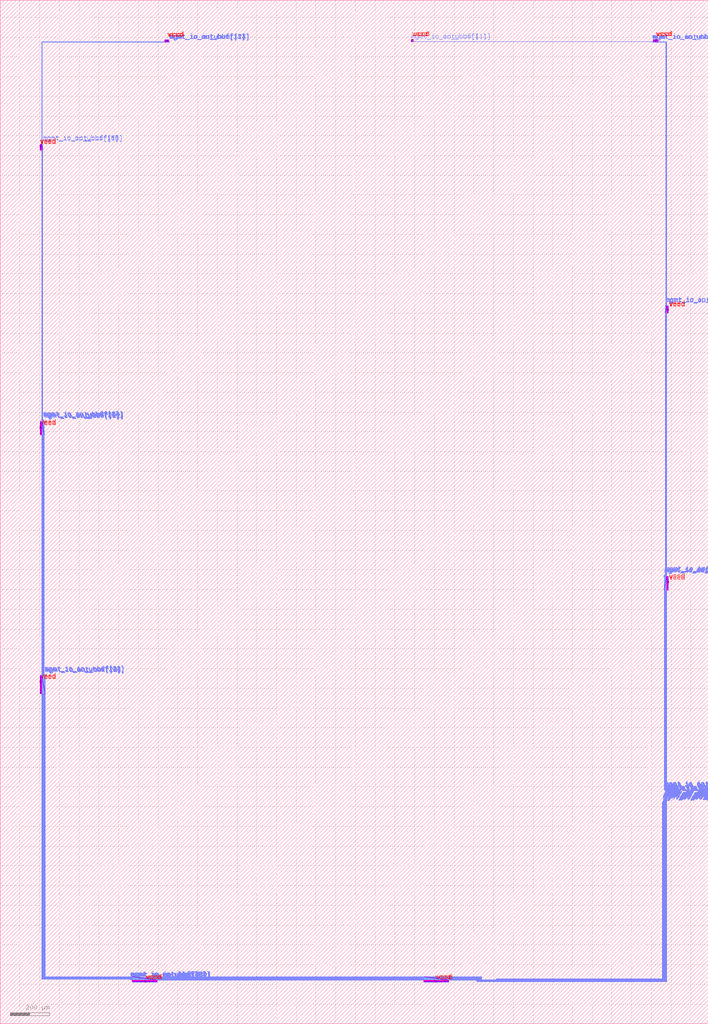
<source format=lef>
VERSION 5.7 ;
  NOWIREEXTENSIONATPIN ON ;
  DIVIDERCHAR "/" ;
  BUSBITCHARS "[]" ;
MACRO gpio_signal_buffering
  CLASS BLOCK ;
  FOREIGN gpio_signal_buffering ;
  ORIGIN 0.000 0.000 ;
  SIZE 3588.000 BY 5188.000 ;
  PIN mgmt_io_in_unbuf[11]
    DIRECTION INPUT ;
    USE SIGNAL ;
    PORT
      LAYER met1 ;
        RECT 2079.535 4976.795 2081.080 4976.935 ;
    END
  END mgmt_io_in_unbuf[11]
  PIN mgmt_io_out_buf[11]
    DIRECTION OUTPUT ;
    USE SIGNAL ;
    PORT
      LAYER met1 ;
        RECT 2080.535 4976.235 2082.080 4976.375 ;
    END
  END mgmt_io_out_buf[11]
  PIN mgmt_io_out_buf[10]
    DIRECTION OUTPUT ;
    USE SIGNAL ;
    PORT
      LAYER met1 ;
        RECT 3302.615 4974.975 3304.160 4975.115 ;
    END
  END mgmt_io_out_buf[10]
  PIN mgmt_io_out_buf[9]
    DIRECTION OUTPUT ;
    USE SIGNAL ;
    PORT
      LAYER met1 ;
        RECT 3304.615 4973.855 3306.160 4973.995 ;
    END
  END mgmt_io_out_buf[9]
  PIN mgmt_io_in_unbuf[10]
    DIRECTION INPUT ;
    USE SIGNAL ;
    PORT
      LAYER met1 ;
        RECT 3301.615 4975.535 3303.160 4975.675 ;
    END
  END mgmt_io_in_unbuf[10]
  PIN mgmt_io_in_unbuf[9]
    DIRECTION INPUT ;
    USE SIGNAL ;
    PORT
      LAYER met1 ;
        RECT 3303.615 4974.415 3305.160 4974.555 ;
    END
  END mgmt_io_in_unbuf[9]
  PIN mgmt_io_in_unbuf[8]
    DIRECTION INPUT ;
    USE SIGNAL ;
    PORT
      LAYER met1 ;
        RECT 3305.615 4973.295 3307.160 4973.435 ;
    END
  END mgmt_io_in_unbuf[8]
  PIN mgmt_io_out_buf[8]
    DIRECTION OUTPUT ;
    USE SIGNAL ;
    PORT
      LAYER met1 ;
        RECT 3306.615 4972.735 3308.160 4972.875 ;
    END
  END mgmt_io_out_buf[8]
  PIN mgmt_io_in_unbuf[7]
    DIRECTION INPUT ;
    USE SIGNAL ;
    PORT
      LAYER met1 ;
        RECT 3371.900 3642.170 3372.040 3643.605 ;
    END
  END mgmt_io_in_unbuf[7]
  PIN mgmt_io_in_unbuf[6]
    DIRECTION INPUT ;
    USE SIGNAL ;
    PORT
      LAYER met1 ;
        RECT 3370.780 3640.170 3370.920 3641.605 ;
    END
  END mgmt_io_in_unbuf[6]
  PIN mgmt_io_out_buf[7]
    DIRECTION OUTPUT ;
    USE SIGNAL ;
    PORT
      LAYER met1 ;
        RECT 3371.340 3641.170 3371.480 3642.605 ;
    END
  END mgmt_io_out_buf[7]
  PIN mgmt_io_out_buf[6]
    DIRECTION OUTPUT ;
    USE SIGNAL ;
    PORT
      LAYER met1 ;
        RECT 3370.220 3639.170 3370.360 3640.605 ;
    END
  END mgmt_io_out_buf[6]
  PIN mgmt_io_in_unbuf[5]
    DIRECTION INPUT ;
    USE SIGNAL ;
    PORT
      LAYER met1 ;
        RECT 3369.800 2279.840 3369.940 2281.275 ;
    END
  END mgmt_io_in_unbuf[5]
  PIN mgmt_io_in_unbuf[4]
    DIRECTION INPUT ;
    USE SIGNAL ;
    PORT
      LAYER met1 ;
        RECT 3368.680 2277.840 3368.820 2279.275 ;
    END
  END mgmt_io_in_unbuf[4]
  PIN mgmt_io_in_unbuf[3]
    DIRECTION INPUT ;
    USE SIGNAL ;
    PORT
      LAYER met1 ;
        RECT 3367.560 2275.840 3367.700 2277.275 ;
    END
  END mgmt_io_in_unbuf[3]
  PIN mgmt_io_in_unbuf[2]
    DIRECTION INPUT ;
    USE SIGNAL ;
    PORT
      LAYER met1 ;
        RECT 3366.440 2273.840 3366.580 2275.275 ;
    END
  END mgmt_io_in_unbuf[2]
  PIN mgmt_io_in_unbuf[1]
    DIRECTION INPUT ;
    USE SIGNAL ;
    PORT
      LAYER met1 ;
        RECT 3365.320 2271.840 3365.460 2273.275 ;
    END
  END mgmt_io_in_unbuf[1]
  PIN mgmt_io_in_unbuf[0]
    DIRECTION INPUT ;
    USE SIGNAL ;
    PORT
      LAYER met1 ;
        RECT 3364.200 2269.840 3364.340 2271.275 ;
    END
  END mgmt_io_in_unbuf[0]
  PIN mgmt_io_out_buf[0]
    DIRECTION OUTPUT ;
    USE SIGNAL ;
    PORT
      LAYER met1 ;
        RECT 3363.640 2268.840 3363.780 2270.275 ;
    END
  END mgmt_io_out_buf[0]
  PIN mgmt_io_out_buf[1]
    DIRECTION OUTPUT ;
    USE SIGNAL ;
    PORT
      LAYER met1 ;
        RECT 3364.760 2270.840 3364.900 2272.275 ;
    END
  END mgmt_io_out_buf[1]
  PIN mgmt_io_out_buf[2]
    DIRECTION OUTPUT ;
    USE SIGNAL ;
    PORT
      LAYER met1 ;
        RECT 3365.880 2272.840 3366.020 2274.275 ;
    END
  END mgmt_io_out_buf[2]
  PIN mgmt_io_out_buf[3]
    DIRECTION OUTPUT ;
    USE SIGNAL ;
    PORT
      LAYER met1 ;
        RECT 3367.000 2274.840 3367.140 2276.275 ;
    END
  END mgmt_io_out_buf[3]
  PIN mgmt_io_out_buf[4]
    DIRECTION OUTPUT ;
    USE SIGNAL ;
    PORT
      LAYER met1 ;
        RECT 3368.120 2276.840 3368.260 2278.275 ;
    END
  END mgmt_io_out_buf[4]
  PIN mgmt_io_out_buf[5]
    DIRECTION OUTPUT ;
    USE SIGNAL ;
    PORT
      LAYER met1 ;
        RECT 3369.240 2278.840 3369.380 2280.275 ;
    END
  END mgmt_io_out_buf[5]
  PIN mgmt_io_out_unbuf[0]
    DIRECTION INPUT ;
    USE SIGNAL ;
    PORT
      LAYER met1 ;
        RECT 3363.780 1190.250 3363.920 1191.685 ;
    END
  END mgmt_io_out_unbuf[0]
  PIN mgmt_io_out_unbuf[1]
    DIRECTION INPUT ;
    USE SIGNAL ;
    PORT
      LAYER met1 ;
        RECT 3364.900 1188.250 3365.040 1189.685 ;
    END
  END mgmt_io_out_unbuf[1]
  PIN mgmt_io_out_unbuf[2]
    DIRECTION INPUT ;
    USE SIGNAL ;
    PORT
      LAYER met1 ;
        RECT 3366.020 1186.250 3366.160 1187.685 ;
    END
  END mgmt_io_out_unbuf[2]
  PIN mgmt_io_out_unbuf[3]
    DIRECTION INPUT ;
    USE SIGNAL ;
    PORT
      LAYER met1 ;
        RECT 3367.140 1184.250 3367.280 1185.685 ;
    END
  END mgmt_io_out_unbuf[3]
  PIN mgmt_io_out_unbuf[4]
    DIRECTION INPUT ;
    USE SIGNAL ;
    PORT
      LAYER met1 ;
        RECT 3368.260 1182.250 3368.400 1183.685 ;
    END
  END mgmt_io_out_unbuf[4]
  PIN mgmt_io_out_unbuf[5]
    DIRECTION INPUT ;
    USE SIGNAL ;
    PORT
      LAYER met1 ;
        RECT 3369.380 1180.250 3369.520 1181.685 ;
    END
  END mgmt_io_out_unbuf[5]
  PIN mgmt_io_out_unbuf[6]
    DIRECTION INPUT ;
    USE SIGNAL ;
    PORT
      LAYER met1 ;
        RECT 3370.500 1178.250 3370.640 1179.685 ;
    END
  END mgmt_io_out_unbuf[6]
  PIN mgmt_io_out_unbuf[7]
    DIRECTION INPUT ;
    USE SIGNAL ;
    PORT
      LAYER met1 ;
        RECT 3371.620 1176.250 3371.760 1177.685 ;
    END
  END mgmt_io_out_unbuf[7]
  PIN mgmt_io_out_unbuf[8]
    DIRECTION INPUT ;
    USE SIGNAL ;
    PORT
      LAYER met1 ;
        RECT 3372.740 1174.250 3372.880 1175.685 ;
    END
  END mgmt_io_out_unbuf[8]
  PIN mgmt_io_out_unbuf[9]
    DIRECTION INPUT ;
    USE SIGNAL ;
    PORT
      LAYER met1 ;
        RECT 3373.860 1172.250 3374.000 1173.685 ;
    END
  END mgmt_io_out_unbuf[9]
  PIN mgmt_io_out_unbuf[10]
    DIRECTION INPUT ;
    USE SIGNAL ;
    PORT
      LAYER met1 ;
        RECT 3374.980 1170.250 3375.120 1171.685 ;
    END
  END mgmt_io_out_unbuf[10]
  PIN mgmt_io_out_unbuf[11]
    DIRECTION INPUT ;
    USE SIGNAL ;
    PORT
      LAYER met1 ;
        RECT 3376.240 1168.250 3376.380 1169.685 ;
    END
  END mgmt_io_out_unbuf[11]
  PIN mgmt_io_in_buf[11]
    DIRECTION OUTPUT ;
    USE SIGNAL ;
    PORT
      LAYER met1 ;
        RECT 3376.800 1167.250 3376.940 1168.685 ;
    END
  END mgmt_io_in_buf[11]
  PIN mgmt_io_in_buf[10]
    DIRECTION OUTPUT ;
    USE SIGNAL ;
    PORT
      LAYER met1 ;
        RECT 3375.540 1169.250 3375.680 1170.685 ;
    END
  END mgmt_io_in_buf[10]
  PIN mgmt_io_in_buf[9]
    DIRECTION OUTPUT ;
    USE SIGNAL ;
    PORT
      LAYER met1 ;
        RECT 3374.420 1171.250 3374.560 1172.685 ;
    END
  END mgmt_io_in_buf[9]
  PIN mgmt_io_in_buf[8]
    DIRECTION OUTPUT ;
    USE SIGNAL ;
    PORT
      LAYER met1 ;
        RECT 3373.300 1173.250 3373.440 1174.685 ;
    END
  END mgmt_io_in_buf[8]
  PIN mgmt_io_in_buf[7]
    DIRECTION OUTPUT ;
    USE SIGNAL ;
    PORT
      LAYER met1 ;
        RECT 3372.180 1175.250 3372.320 1176.685 ;
    END
  END mgmt_io_in_buf[7]
  PIN mgmt_io_in_buf[6]
    DIRECTION OUTPUT ;
    USE SIGNAL ;
    PORT
      LAYER met1 ;
        RECT 3371.060 1177.250 3371.200 1178.685 ;
    END
  END mgmt_io_in_buf[6]
  PIN mgmt_io_in_buf[5]
    DIRECTION OUTPUT ;
    USE SIGNAL ;
    PORT
      LAYER met1 ;
        RECT 3369.940 1179.250 3370.080 1180.685 ;
    END
  END mgmt_io_in_buf[5]
  PIN mgmt_io_in_buf[4]
    DIRECTION OUTPUT ;
    USE SIGNAL ;
    PORT
      LAYER met1 ;
        RECT 3368.820 1181.250 3368.960 1182.685 ;
    END
  END mgmt_io_in_buf[4]
  PIN mgmt_io_in_buf[3]
    DIRECTION OUTPUT ;
    USE SIGNAL ;
    PORT
      LAYER met1 ;
        RECT 3367.700 1183.250 3367.840 1184.685 ;
    END
  END mgmt_io_in_buf[3]
  PIN mgmt_io_in_buf[2]
    DIRECTION OUTPUT ;
    USE SIGNAL ;
    PORT
      LAYER met1 ;
        RECT 3366.580 1185.250 3366.720 1186.685 ;
    END
  END mgmt_io_in_buf[2]
  PIN mgmt_io_in_buf[1]
    DIRECTION OUTPUT ;
    USE SIGNAL ;
    PORT
      LAYER met1 ;
        RECT 3365.460 1187.250 3365.600 1188.685 ;
    END
  END mgmt_io_in_buf[1]
  PIN mgmt_io_in_buf[0]
    DIRECTION OUTPUT ;
    USE SIGNAL ;
    PORT
      LAYER met1 ;
        RECT 3364.340 1189.250 3364.480 1190.685 ;
    END
  END mgmt_io_in_buf[0]
  PIN mgmt_io_in_unbuf[12]
    DIRECTION INPUT ;
    USE SIGNAL ;
    PORT
      LAYER met1 ;
        RECT 859.145 4977.005 860.545 4977.145 ;
    END
  END mgmt_io_in_unbuf[12]
  PIN mgmt_io_in_unbuf[13]
    DIRECTION INPUT ;
    USE SIGNAL ;
    PORT
      LAYER met1 ;
        RECT 857.155 4975.885 858.555 4976.025 ;
    END
  END mgmt_io_in_unbuf[13]
  PIN mgmt_io_in_unbuf[14]
    DIRECTION INPUT ;
    USE SIGNAL ;
    PORT
      LAYER met1 ;
        RECT 855.150 4974.765 856.550 4974.905 ;
    END
  END mgmt_io_in_unbuf[14]
  PIN mgmt_io_out_buf[14]
    DIRECTION OUTPUT ;
    USE SIGNAL ;
    PORT
      LAYER met1 ;
        RECT 854.150 4974.205 855.550 4974.345 ;
    END
  END mgmt_io_out_buf[14]
  PIN mgmt_io_out_buf[13]
    DIRECTION OUTPUT ;
    USE SIGNAL ;
    PORT
      LAYER met1 ;
        RECT 856.155 4975.325 857.555 4975.465 ;
    END
  END mgmt_io_out_buf[13]
  PIN mgmt_io_out_buf[12]
    DIRECTION OUTPUT ;
    USE SIGNAL ;
    PORT
      LAYER met1 ;
        RECT 858.145 4976.445 859.545 4976.585 ;
    END
  END mgmt_io_out_buf[12]
  PIN mgmt_io_out_buf[15]
    DIRECTION OUTPUT ;
    USE SIGNAL ;
    PORT
      LAYER met1 ;
        RECT 214.815 4460.410 214.955 4461.585 ;
    END
  END mgmt_io_out_buf[15]
  PIN mgmt_io_out_buf[16]
    DIRECTION OUTPUT ;
    USE SIGNAL ;
    PORT
      LAYER met1 ;
        RECT 215.935 4458.410 216.075 4459.585 ;
    END
  END mgmt_io_out_buf[16]
  PIN mgmt_io_in_unbuf[16]
    DIRECTION INPUT ;
    USE SIGNAL ;
    PORT
      LAYER met1 ;
        RECT 215.375 4459.410 215.515 4460.585 ;
    END
  END mgmt_io_in_unbuf[16]
  PIN mgmt_io_in_unbuf[15]
    DIRECTION INPUT ;
    USE SIGNAL ;
    PORT
      LAYER met1 ;
        RECT 214.255 4461.410 214.395 4462.585 ;
    END
  END mgmt_io_in_unbuf[15]
  PIN mgmt_io_out_buf[17]
    DIRECTION OUTPUT ;
    USE SIGNAL ;
    PORT
      LAYER met1 ;
        RECT 216.915 3062.475 217.055 3063.780 ;
    END
  END mgmt_io_out_buf[17]
  PIN mgmt_io_out_buf[18]
    DIRECTION OUTPUT ;
    USE SIGNAL ;
    PORT
      LAYER met1 ;
        RECT 218.035 3060.475 218.175 3061.780 ;
    END
  END mgmt_io_out_buf[18]
  PIN mgmt_io_out_buf[19]
    DIRECTION OUTPUT ;
    USE SIGNAL ;
    PORT
      LAYER met1 ;
        RECT 219.155 3058.475 219.295 3059.780 ;
    END
  END mgmt_io_out_buf[19]
  PIN mgmt_io_out_buf[20]
    DIRECTION OUTPUT ;
    USE SIGNAL ;
    PORT
      LAYER met1 ;
        RECT 220.275 3056.475 220.415 3057.780 ;
    END
  END mgmt_io_out_buf[20]
  PIN mgmt_io_out_buf[21]
    DIRECTION OUTPUT ;
    USE SIGNAL ;
    PORT
      LAYER met1 ;
        RECT 221.395 3054.475 221.535 3055.780 ;
    END
  END mgmt_io_out_buf[21]
  PIN mgmt_io_out_buf[22]
    DIRECTION OUTPUT ;
    USE SIGNAL ;
    PORT
      LAYER met1 ;
        RECT 222.515 3052.475 222.655 3053.780 ;
    END
  END mgmt_io_out_buf[22]
  PIN mgmt_io_in_unbuf[22]
    DIRECTION INPUT ;
    USE SIGNAL ;
    PORT
      LAYER met1 ;
        RECT 221.955 3053.475 222.095 3054.780 ;
    END
  END mgmt_io_in_unbuf[22]
  PIN mgmt_io_in_unbuf[21]
    DIRECTION INPUT ;
    USE SIGNAL ;
    PORT
      LAYER met1 ;
        RECT 220.835 3055.475 220.975 3056.780 ;
    END
  END mgmt_io_in_unbuf[21]
  PIN mgmt_io_in_unbuf[20]
    DIRECTION INPUT ;
    USE SIGNAL ;
    PORT
      LAYER met1 ;
        RECT 219.715 3057.475 219.855 3058.780 ;
    END
  END mgmt_io_in_unbuf[20]
  PIN mgmt_io_in_unbuf[19]
    DIRECTION INPUT ;
    USE SIGNAL ;
    PORT
      LAYER met1 ;
        RECT 218.595 3059.475 218.735 3060.780 ;
    END
  END mgmt_io_in_unbuf[19]
  PIN mgmt_io_in_unbuf[18]
    DIRECTION INPUT ;
    USE SIGNAL ;
    PORT
      LAYER met1 ;
        RECT 217.475 3061.475 217.615 3062.780 ;
    END
  END mgmt_io_in_unbuf[18]
  PIN mgmt_io_in_unbuf[17]
    DIRECTION INPUT ;
    USE SIGNAL ;
    PORT
      LAYER met1 ;
        RECT 216.355 3063.475 216.495 3064.780 ;
    END
  END mgmt_io_in_unbuf[17]
  PIN mgmt_io_out_buf[23]
    DIRECTION OUTPUT ;
    USE SIGNAL ;
    PORT
      LAYER met1 ;
        RECT 223.495 1771.180 223.635 1772.650 ;
    END
  END mgmt_io_out_buf[23]
  PIN mgmt_io_out_buf[24]
    DIRECTION OUTPUT ;
    USE SIGNAL ;
    PORT
      LAYER met1 ;
        RECT 224.615 1769.180 224.755 1770.650 ;
    END
  END mgmt_io_out_buf[24]
  PIN mgmt_io_out_buf[25]
    DIRECTION OUTPUT ;
    USE SIGNAL ;
    PORT
      LAYER met1 ;
        RECT 225.735 1767.180 225.875 1768.650 ;
    END
  END mgmt_io_out_buf[25]
  PIN mgmt_io_out_buf[26]
    DIRECTION OUTPUT ;
    USE SIGNAL ;
    PORT
      LAYER met1 ;
        RECT 226.855 1765.180 226.995 1766.650 ;
    END
  END mgmt_io_out_buf[26]
  PIN mgmt_io_in_unbuf[26]
    DIRECTION INPUT ;
    USE SIGNAL ;
    PORT
      LAYER met1 ;
        RECT 226.295 1766.180 226.435 1767.650 ;
    END
  END mgmt_io_in_unbuf[26]
  PIN mgmt_io_in_unbuf[25]
    DIRECTION INPUT ;
    USE SIGNAL ;
    PORT
      LAYER met1 ;
        RECT 225.175 1768.180 225.315 1769.650 ;
    END
  END mgmt_io_in_unbuf[25]
  PIN mgmt_io_in_unbuf[24]
    DIRECTION INPUT ;
    USE SIGNAL ;
    PORT
      LAYER met1 ;
        RECT 224.055 1770.180 224.195 1771.650 ;
    END
  END mgmt_io_in_unbuf[24]
  PIN mgmt_io_in_unbuf[23]
    DIRECTION INPUT ;
    USE SIGNAL ;
    PORT
      LAYER met1 ;
        RECT 222.935 1772.180 223.075 1773.650 ;
    END
  END mgmt_io_in_unbuf[23]
  PIN mgmt_io_out_buf[27]
    DIRECTION OUTPUT ;
    USE SIGNAL ;
    PORT
      LAYER met1 ;
        RECT 655.615 225.240 656.870 225.380 ;
    END
  END mgmt_io_out_buf[27]
  PIN mgmt_io_out_buf[28]
    DIRECTION OUTPUT ;
    USE SIGNAL ;
    PORT
      LAYER met1 ;
        RECT 657.615 224.400 658.870 224.540 ;
    END
  END mgmt_io_out_buf[28]
  PIN mgmt_io_out_buf[29]
    DIRECTION OUTPUT ;
    USE SIGNAL ;
    PORT
      LAYER met1 ;
        RECT 659.615 223.560 660.870 223.700 ;
    END
  END mgmt_io_out_buf[29]
  PIN mgmt_io_out_buf[30]
    DIRECTION OUTPUT ;
    USE SIGNAL ;
    PORT
      LAYER met1 ;
        RECT 661.615 222.720 662.870 222.860 ;
    END
  END mgmt_io_out_buf[30]
  PIN mgmt_io_in_unbuf[30]
    DIRECTION INPUT ;
    USE SIGNAL ;
    PORT
      LAYER met1 ;
        RECT 662.755 222.300 664.010 222.440 ;
    END
  END mgmt_io_in_unbuf[30]
  PIN mgmt_io_in_unbuf[29]
    DIRECTION INPUT ;
    USE SIGNAL ;
    PORT
      LAYER met1 ;
        RECT 660.755 223.140 662.010 223.280 ;
    END
  END mgmt_io_in_unbuf[29]
  PIN mgmt_io_in_unbuf[28]
    DIRECTION INPUT ;
    USE SIGNAL ;
    PORT
      LAYER met1 ;
        RECT 658.755 223.980 660.010 224.120 ;
    END
  END mgmt_io_in_unbuf[28]
  PIN mgmt_io_in_unbuf[27]
    DIRECTION INPUT ;
    USE SIGNAL ;
    PORT
      LAYER met1 ;
        RECT 656.755 224.820 658.010 224.960 ;
    END
  END mgmt_io_in_unbuf[27]
  PIN mgmt_io_oeb_buf[0]
    DIRECTION OUTPUT ;
    USE SIGNAL ;
    PORT
      LAYER met1 ;
        RECT 663.755 221.740 665.010 221.880 ;
    END
  END mgmt_io_oeb_buf[0]
  PIN mgmt_io_oeb_buf[1]
    DIRECTION OUTPUT ;
    USE SIGNAL ;
    PORT
      LAYER met1 ;
        RECT 664.755 221.180 666.010 221.320 ;
    END
  END mgmt_io_oeb_buf[1]
  PIN mgmt_io_oeb_buf[2]
    DIRECTION OUTPUT ;
    USE SIGNAL ;
    PORT
      LAYER met1 ;
        RECT 665.755 220.620 667.010 220.760 ;
    END
  END mgmt_io_oeb_buf[2]
  PIN mgmt_io_oeb_unbuf[2]
    DIRECTION INPUT ;
    USE SIGNAL ;
    PORT
      LAYER met1 ;
        RECT 3377.640 1160.250 3377.780 1161.435 ;
    END
  END mgmt_io_oeb_unbuf[2]
  PIN mgmt_io_oeb_unbuf[1]
    DIRECTION INPUT ;
    USE SIGNAL ;
    PORT
      LAYER met1 ;
        RECT 3376.800 1159.250 3376.940 1160.435 ;
    END
  END mgmt_io_oeb_unbuf[1]
  PIN mgmt_io_oeb_unbuf[0]
    DIRECTION INPUT ;
    USE SIGNAL ;
    PORT
      LAYER met1 ;
        RECT 3375.960 1158.250 3376.100 1159.435 ;
    END
  END mgmt_io_oeb_unbuf[0]
  PIN mgmt_io_in_buf[30]
    DIRECTION OUTPUT ;
    USE SIGNAL ;
    PORT
      LAYER met1 ;
        RECT 3375.400 1157.250 3375.540 1158.435 ;
    END
  END mgmt_io_in_buf[30]
  PIN mgmt_io_in_buf[29]
    DIRECTION OUTPUT ;
    USE SIGNAL ;
    PORT
      LAYER met1 ;
        RECT 3374.280 1155.250 3374.420 1156.435 ;
    END
  END mgmt_io_in_buf[29]
  PIN mgmt_io_in_buf[28]
    DIRECTION OUTPUT ;
    USE SIGNAL ;
    PORT
      LAYER met1 ;
        RECT 3373.160 1153.250 3373.300 1154.435 ;
    END
  END mgmt_io_in_buf[28]
  PIN mgmt_io_in_buf[27]
    DIRECTION OUTPUT ;
    USE SIGNAL ;
    PORT
      LAYER met1 ;
        RECT 3372.040 1151.250 3372.180 1152.435 ;
    END
  END mgmt_io_in_buf[27]
  PIN mgmt_io_out_unbuf[27]
    DIRECTION INPUT ;
    USE SIGNAL ;
    PORT
      LAYER met1 ;
        RECT 3371.480 1150.250 3371.620 1151.435 ;
    END
  END mgmt_io_out_unbuf[27]
  PIN mgmt_io_out_unbuf[28]
    DIRECTION INPUT ;
    USE SIGNAL ;
    PORT
      LAYER met1 ;
        RECT 3372.600 1152.250 3372.740 1153.435 ;
    END
  END mgmt_io_out_unbuf[28]
  PIN mgmt_io_out_unbuf[29]
    DIRECTION INPUT ;
    USE SIGNAL ;
    PORT
      LAYER met1 ;
        RECT 3373.720 1154.250 3373.860 1155.435 ;
    END
  END mgmt_io_out_unbuf[29]
  PIN mgmt_io_out_unbuf[30]
    DIRECTION INPUT ;
    USE SIGNAL ;
    PORT
      LAYER met1 ;
        RECT 3374.840 1156.250 3374.980 1157.435 ;
    END
  END mgmt_io_out_unbuf[30]
  PIN mgmt_io_out_unbuf[26]
    DIRECTION INPUT ;
    USE SIGNAL ;
    PORT
      LAYER met1 ;
        RECT 3354.680 1120.250 3354.820 1121.665 ;
    END
  END mgmt_io_out_unbuf[26]
  PIN mgmt_io_out_unbuf[25]
    DIRECTION INPUT ;
    USE SIGNAL ;
    PORT
      LAYER met1 ;
        RECT 3355.800 1122.250 3355.940 1123.665 ;
    END
  END mgmt_io_out_unbuf[25]
  PIN mgmt_io_out_unbuf[24]
    DIRECTION INPUT ;
    USE SIGNAL ;
    PORT
      LAYER met1 ;
        RECT 3356.920 1124.250 3357.060 1125.665 ;
    END
  END mgmt_io_out_unbuf[24]
  PIN mgmt_io_out_unbuf[23]
    DIRECTION INPUT ;
    USE SIGNAL ;
    PORT
      LAYER met1 ;
        RECT 3358.040 1126.250 3358.180 1127.665 ;
    END
  END mgmt_io_out_unbuf[23]
  PIN mgmt_io_out_unbuf[22]
    DIRECTION INPUT ;
    USE SIGNAL ;
    PORT
      LAYER met1 ;
        RECT 3359.160 1128.250 3359.300 1129.665 ;
    END
  END mgmt_io_out_unbuf[22]
  PIN mgmt_io_out_unbuf[21]
    DIRECTION INPUT ;
    USE SIGNAL ;
    PORT
      LAYER met1 ;
        RECT 3360.280 1130.250 3360.420 1131.665 ;
    END
  END mgmt_io_out_unbuf[21]
  PIN mgmt_io_out_unbuf[20]
    DIRECTION INPUT ;
    USE SIGNAL ;
    PORT
      LAYER met1 ;
        RECT 3361.400 1132.250 3361.540 1133.665 ;
    END
  END mgmt_io_out_unbuf[20]
  PIN mgmt_io_out_unbuf[19]
    DIRECTION INPUT ;
    USE SIGNAL ;
    PORT
      LAYER met1 ;
        RECT 3362.520 1134.250 3362.660 1135.665 ;
    END
  END mgmt_io_out_unbuf[19]
  PIN mgmt_io_out_unbuf[18]
    DIRECTION INPUT ;
    USE SIGNAL ;
    PORT
      LAYER met1 ;
        RECT 3363.640 1136.250 3363.780 1137.665 ;
    END
  END mgmt_io_out_unbuf[18]
  PIN mgmt_io_out_unbuf[17]
    DIRECTION INPUT ;
    USE SIGNAL ;
    PORT
      LAYER met1 ;
        RECT 3364.760 1138.250 3364.900 1139.665 ;
    END
  END mgmt_io_out_unbuf[17]
  PIN mgmt_io_out_unbuf[16]
    DIRECTION INPUT ;
    USE SIGNAL ;
    PORT
      LAYER met1 ;
        RECT 3365.880 1140.250 3366.020 1141.665 ;
    END
  END mgmt_io_out_unbuf[16]
  PIN mgmt_io_out_unbuf[15]
    DIRECTION INPUT ;
    USE SIGNAL ;
    PORT
      LAYER met1 ;
        RECT 3367.000 1142.250 3367.140 1143.665 ;
    END
  END mgmt_io_out_unbuf[15]
  PIN mgmt_io_out_unbuf[14]
    DIRECTION INPUT ;
    USE SIGNAL ;
    PORT
      LAYER met1 ;
        RECT 3368.120 1144.250 3368.260 1145.665 ;
    END
  END mgmt_io_out_unbuf[14]
  PIN mgmt_io_out_unbuf[13]
    DIRECTION INPUT ;
    USE SIGNAL ;
    PORT
      LAYER met1 ;
        RECT 3369.240 1146.250 3369.380 1147.665 ;
    END
  END mgmt_io_out_unbuf[13]
  PIN mgmt_io_out_unbuf[12]
    DIRECTION INPUT ;
    USE SIGNAL ;
    PORT
      LAYER met1 ;
        RECT 3370.360 1148.250 3370.500 1149.665 ;
    END
  END mgmt_io_out_unbuf[12]
  PIN mgmt_io_in_buf[12]
    DIRECTION OUTPUT ;
    USE SIGNAL ;
    PORT
      LAYER met1 ;
        RECT 3370.920 1149.250 3371.060 1150.665 ;
    END
  END mgmt_io_in_buf[12]
  PIN mgmt_io_in_buf[13]
    DIRECTION OUTPUT ;
    USE SIGNAL ;
    PORT
      LAYER met1 ;
        RECT 3369.800 1147.250 3369.940 1148.665 ;
    END
  END mgmt_io_in_buf[13]
  PIN mgmt_io_in_buf[14]
    DIRECTION OUTPUT ;
    USE SIGNAL ;
    PORT
      LAYER met1 ;
        RECT 3368.680 1145.250 3368.820 1146.665 ;
    END
  END mgmt_io_in_buf[14]
  PIN mgmt_io_in_buf[15]
    DIRECTION OUTPUT ;
    USE SIGNAL ;
    PORT
      LAYER met1 ;
        RECT 3367.560 1143.250 3367.700 1144.665 ;
    END
  END mgmt_io_in_buf[15]
  PIN mgmt_io_in_buf[16]
    DIRECTION OUTPUT ;
    USE SIGNAL ;
    PORT
      LAYER met1 ;
        RECT 3366.440 1141.250 3366.580 1142.665 ;
    END
  END mgmt_io_in_buf[16]
  PIN mgmt_io_in_buf[17]
    DIRECTION OUTPUT ;
    USE SIGNAL ;
    PORT
      LAYER met1 ;
        RECT 3365.320 1139.250 3365.460 1140.665 ;
    END
  END mgmt_io_in_buf[17]
  PIN mgmt_io_in_buf[18]
    DIRECTION OUTPUT ;
    USE SIGNAL ;
    PORT
      LAYER met1 ;
        RECT 3364.200 1137.250 3364.340 1138.665 ;
    END
  END mgmt_io_in_buf[18]
  PIN mgmt_io_in_buf[19]
    DIRECTION OUTPUT ;
    USE SIGNAL ;
    PORT
      LAYER met1 ;
        RECT 3363.080 1135.250 3363.220 1136.665 ;
    END
  END mgmt_io_in_buf[19]
  PIN mgmt_io_in_buf[20]
    DIRECTION OUTPUT ;
    USE SIGNAL ;
    PORT
      LAYER met1 ;
        RECT 3361.960 1133.250 3362.100 1134.665 ;
    END
  END mgmt_io_in_buf[20]
  PIN mgmt_io_in_buf[21]
    DIRECTION OUTPUT ;
    USE SIGNAL ;
    PORT
      LAYER met1 ;
        RECT 3360.840 1131.250 3360.980 1132.665 ;
    END
  END mgmt_io_in_buf[21]
  PIN mgmt_io_in_buf[22]
    DIRECTION OUTPUT ;
    USE SIGNAL ;
    PORT
      LAYER met1 ;
        RECT 3359.720 1129.250 3359.860 1130.665 ;
    END
  END mgmt_io_in_buf[22]
  PIN mgmt_io_in_buf[23]
    DIRECTION OUTPUT ;
    USE SIGNAL ;
    PORT
      LAYER met1 ;
        RECT 3358.600 1127.250 3358.740 1128.665 ;
    END
  END mgmt_io_in_buf[23]
  PIN mgmt_io_in_buf[24]
    DIRECTION OUTPUT ;
    USE SIGNAL ;
    PORT
      LAYER met1 ;
        RECT 3357.480 1125.250 3357.620 1126.665 ;
    END
  END mgmt_io_in_buf[24]
  PIN mgmt_io_in_buf[25]
    DIRECTION OUTPUT ;
    USE SIGNAL ;
    PORT
      LAYER met1 ;
        RECT 3356.360 1123.250 3356.500 1124.665 ;
    END
  END mgmt_io_in_buf[25]
  PIN mgmt_io_in_buf[26]
    DIRECTION OUTPUT ;
    USE SIGNAL ;
    PORT
      LAYER met1 ;
        RECT 3355.240 1121.250 3355.380 1122.665 ;
    END
  END mgmt_io_in_buf[26]
  PIN vssd
    DIRECTION INPUT ;
    USE GROUND ;
    PORT
      LAYER met3 ;
        RECT 2085.285 4988.995 2086.815 4989.465 ;
    END
    PORT
      LAYER met3 ;
        RECT 843.080 4987.325 844.610 4987.795 ;
    END
    PORT
      LAYER met3 ;
        RECT 3318.315 4988.560 3319.845 4989.030 ;
    END
    PORT
      LAYER met3 ;
        RECT 3387.320 2240.650 3387.770 2242.135 ;
    END
    PORT
      LAYER met3 ;
        RECT 3387.350 3622.635 3387.800 3624.120 ;
    END
    PORT
      LAYER met3 ;
        RECT 737.160 209.985 738.690 210.455 ;
    END
    PORT
      LAYER met3 ;
        RECT 2208.220 209.890 2209.750 210.360 ;
    END
    PORT
      LAYER met3 ;
        RECT 200.370 1734.925 200.820 1736.410 ;
    END
    PORT
      LAYER met3 ;
        RECT 200.265 3023.205 200.715 3024.690 ;
    END
    PORT
      LAYER met3 ;
        RECT 200.125 4447.035 200.575 4448.520 ;
    END
  END vssd
  PIN vccd
    DIRECTION INPUT ;
    USE POWER ;
    PORT
      LAYER met3 ;
        RECT 2091.225 4989.015 2092.755 4989.485 ;
    END
    PORT
      LAYER met3 ;
        RECT 849.045 4987.325 850.575 4987.795 ;
    END
    PORT
      LAYER met3 ;
        RECT 3324.290 4988.505 3325.820 4988.975 ;
    END
    PORT
      LAYER met3 ;
        RECT 3387.310 2234.655 3387.760 2236.140 ;
    END
    PORT
      LAYER met3 ;
        RECT 3387.305 3616.650 3387.755 3618.135 ;
    END
    PORT
      LAYER met3 ;
        RECT 731.130 209.985 732.660 210.455 ;
    END
    PORT
      LAYER met3 ;
        RECT 2202.255 209.920 2203.785 210.390 ;
    END
    PORT
      LAYER met3 ;
        RECT 200.380 1728.960 200.830 1730.445 ;
    END
    PORT
      LAYER met3 ;
        RECT 200.265 3017.200 200.715 3018.685 ;
    END
    PORT
      LAYER met3 ;
        RECT 200.110 4441.065 200.560 4442.550 ;
    END
  END vccd
  OBS
      LAYER pwell ;
        RECT 2088.490 4987.595 2088.660 4987.785 ;
        RECT 2082.845 4986.725 2083.275 4987.510 ;
        RECT 2083.675 4986.685 2088.805 4987.595 ;
        RECT 2088.825 4986.725 2089.255 4987.510 ;
        RECT 3315.495 4987.185 3315.665 4987.375 ;
        RECT 3321.475 4987.185 3321.645 4987.375 ;
        RECT 3327.455 4987.185 3327.625 4987.375 ;
        RECT 3333.435 4987.185 3333.605 4987.375 ;
        RECT 835.260 4985.970 835.430 4986.160 ;
        RECT 841.240 4985.970 841.410 4986.160 ;
        RECT 847.220 4985.970 847.390 4986.160 ;
        RECT 834.665 4985.100 835.095 4985.885 ;
        RECT 835.115 4985.060 840.245 4985.970 ;
        RECT 840.645 4985.100 841.075 4985.885 ;
        RECT 841.095 4985.060 846.225 4985.970 ;
        RECT 846.625 4985.100 847.055 4985.885 ;
        RECT 847.075 4985.060 852.205 4985.970 ;
        RECT 852.605 4985.100 853.035 4985.885 ;
      LAYER nwell ;
        RECT 834.460 4981.940 853.240 4984.770 ;
        RECT 2082.640 4983.565 2089.460 4986.395 ;
      LAYER pwell ;
        RECT 3309.850 4986.315 3310.280 4987.100 ;
        RECT 3310.680 4986.275 3315.810 4987.185 ;
        RECT 3315.830 4986.315 3316.260 4987.100 ;
        RECT 3316.660 4986.275 3321.790 4987.185 ;
        RECT 3321.810 4986.315 3322.240 4987.100 ;
        RECT 3322.640 4986.275 3327.770 4987.185 ;
        RECT 3327.790 4986.315 3328.220 4987.100 ;
        RECT 3328.620 4986.275 3333.750 4987.185 ;
        RECT 3333.770 4986.315 3334.200 4987.100 ;
        RECT 2082.845 4982.450 2083.275 4983.235 ;
        RECT 2083.295 4982.365 2088.425 4983.275 ;
        RECT 2088.825 4982.450 2089.255 4983.235 ;
      LAYER nwell ;
        RECT 3309.645 4983.155 3334.405 4985.985 ;
      LAYER pwell ;
        RECT 2083.440 4982.175 2083.610 4982.365 ;
        RECT 2088.450 4982.110 2088.730 4982.390 ;
        RECT 834.665 4980.825 835.095 4981.610 ;
        RECT 835.495 4980.740 840.625 4981.650 ;
        RECT 840.645 4980.825 841.075 4981.610 ;
        RECT 841.475 4980.740 846.605 4981.650 ;
        RECT 846.625 4980.825 847.055 4981.610 ;
        RECT 847.455 4980.740 852.585 4981.650 ;
        RECT 852.605 4980.825 853.035 4981.610 ;
        RECT 2082.845 4981.285 2083.275 4982.070 ;
        RECT 2088.825 4981.285 2089.255 4982.070 ;
        RECT 3309.850 4982.040 3310.280 4982.825 ;
        RECT 3310.300 4981.955 3315.430 4982.865 ;
        RECT 3315.830 4982.040 3316.260 4982.825 ;
        RECT 3310.445 4981.765 3310.615 4981.955 ;
        RECT 3315.455 4981.700 3315.735 4981.980 ;
        RECT 3316.280 4981.955 3321.410 4982.865 ;
        RECT 3321.810 4982.040 3322.240 4982.825 ;
        RECT 3316.425 4981.765 3316.595 4981.955 ;
        RECT 3321.435 4981.700 3321.715 4981.980 ;
        RECT 3322.260 4981.955 3327.390 4982.865 ;
        RECT 3327.790 4982.040 3328.220 4982.825 ;
        RECT 3322.405 4981.765 3322.575 4981.955 ;
        RECT 3327.415 4981.700 3327.695 4981.980 ;
        RECT 3328.240 4981.955 3333.370 4982.865 ;
        RECT 3333.770 4982.040 3334.200 4982.825 ;
        RECT 3328.385 4981.765 3328.555 4981.955 ;
        RECT 3333.395 4981.700 3333.675 4981.980 ;
        RECT 840.270 4980.485 840.550 4980.740 ;
        RECT 846.250 4980.485 846.530 4980.740 ;
        RECT 852.230 4980.485 852.510 4980.740 ;
        RECT 834.665 4979.660 835.095 4980.445 ;
        RECT 840.645 4979.660 841.075 4980.445 ;
        RECT 846.625 4979.660 847.055 4980.445 ;
        RECT 852.605 4979.660 853.035 4980.445 ;
      LAYER nwell ;
        RECT 2082.640 4979.350 2089.460 4980.955 ;
      LAYER pwell ;
        RECT 3309.850 4980.875 3310.280 4981.660 ;
        RECT 3315.830 4980.875 3316.260 4981.660 ;
        RECT 3321.810 4980.875 3322.240 4981.660 ;
        RECT 3327.790 4980.875 3328.220 4981.660 ;
        RECT 3333.770 4980.875 3334.200 4981.660 ;
      LAYER nwell ;
        RECT 834.460 4977.725 853.240 4979.330 ;
        RECT 3309.645 4978.940 3334.405 4980.545 ;
      LAYER pwell ;
        RECT 202.035 4456.755 202.820 4457.185 ;
        RECT 201.950 4451.540 202.860 4456.355 ;
        RECT 201.760 4451.370 202.860 4451.540 ;
        RECT 201.950 4451.225 202.860 4451.370 ;
        RECT 202.035 4450.775 202.820 4451.205 ;
        RECT 201.950 4445.560 202.860 4450.375 ;
        RECT 201.760 4445.390 202.860 4445.560 ;
        RECT 201.950 4445.245 202.860 4445.390 ;
        RECT 202.035 4444.795 202.820 4445.225 ;
        RECT 201.950 4439.580 202.860 4444.395 ;
        RECT 201.760 4439.410 202.860 4439.580 ;
        RECT 201.950 4439.265 202.860 4439.410 ;
        RECT 202.035 4438.815 202.820 4439.245 ;
        RECT 201.950 4433.600 202.860 4438.415 ;
        RECT 201.760 4433.430 202.860 4433.600 ;
        RECT 201.950 4433.285 202.860 4433.430 ;
        RECT 202.035 4432.835 202.820 4433.265 ;
        RECT 201.950 4427.620 202.860 4432.435 ;
        RECT 201.760 4427.450 202.860 4427.620 ;
        RECT 201.950 4427.305 202.860 4427.450 ;
        RECT 202.035 4426.855 202.820 4427.285 ;
      LAYER nwell ;
        RECT 203.150 4426.650 205.980 4457.390 ;
      LAYER pwell ;
        RECT 206.310 4456.755 207.095 4457.185 ;
        RECT 207.475 4456.755 208.260 4457.185 ;
        RECT 206.270 4456.660 207.180 4456.735 ;
        RECT 206.270 4456.380 207.435 4456.660 ;
        RECT 206.270 4451.605 207.180 4456.380 ;
        RECT 206.310 4450.775 207.095 4451.205 ;
        RECT 207.475 4450.775 208.260 4451.205 ;
        RECT 206.270 4450.680 207.180 4450.755 ;
        RECT 206.270 4450.400 207.435 4450.680 ;
        RECT 206.270 4445.625 207.180 4450.400 ;
        RECT 206.310 4444.795 207.095 4445.225 ;
        RECT 207.475 4444.795 208.260 4445.225 ;
        RECT 206.270 4444.700 207.180 4444.775 ;
        RECT 206.270 4444.420 207.435 4444.700 ;
        RECT 206.270 4439.645 207.180 4444.420 ;
        RECT 206.310 4438.815 207.095 4439.245 ;
        RECT 207.475 4438.815 208.260 4439.245 ;
        RECT 206.270 4438.720 207.180 4438.795 ;
        RECT 206.270 4438.440 207.435 4438.720 ;
        RECT 206.270 4433.665 207.180 4438.440 ;
        RECT 206.310 4432.835 207.095 4433.265 ;
        RECT 207.475 4432.835 208.260 4433.265 ;
        RECT 206.270 4432.740 207.180 4432.815 ;
        RECT 206.270 4432.460 207.435 4432.740 ;
        RECT 206.270 4427.685 207.180 4432.460 ;
        RECT 206.310 4426.855 207.095 4427.285 ;
        RECT 207.475 4426.855 208.260 4427.285 ;
      LAYER nwell ;
        RECT 208.590 4426.650 210.195 4457.390 ;
        RECT 3377.675 3601.870 3379.280 3638.590 ;
      LAYER pwell ;
        RECT 3379.610 3637.955 3380.395 3638.385 ;
        RECT 3380.775 3637.955 3381.560 3638.385 ;
        RECT 3380.690 3637.860 3381.600 3637.935 ;
        RECT 3380.435 3637.580 3381.600 3637.860 ;
        RECT 3380.690 3632.805 3381.600 3637.580 ;
        RECT 3379.610 3631.975 3380.395 3632.405 ;
        RECT 3380.775 3631.975 3381.560 3632.405 ;
        RECT 3380.690 3631.880 3381.600 3631.955 ;
        RECT 3380.435 3631.600 3381.600 3631.880 ;
        RECT 3380.690 3626.825 3381.600 3631.600 ;
        RECT 3379.610 3625.995 3380.395 3626.425 ;
        RECT 3380.775 3625.995 3381.560 3626.425 ;
        RECT 3380.690 3625.900 3381.600 3625.975 ;
        RECT 3380.435 3625.620 3381.600 3625.900 ;
        RECT 3380.690 3620.845 3381.600 3625.620 ;
        RECT 3379.610 3620.015 3380.395 3620.445 ;
        RECT 3380.775 3620.015 3381.560 3620.445 ;
        RECT 3380.690 3619.920 3381.600 3619.995 ;
        RECT 3380.435 3619.640 3381.600 3619.920 ;
        RECT 3380.690 3614.865 3381.600 3619.640 ;
        RECT 3379.610 3614.035 3380.395 3614.465 ;
        RECT 3380.775 3614.035 3381.560 3614.465 ;
        RECT 3380.690 3613.940 3381.600 3614.015 ;
        RECT 3380.435 3613.660 3381.600 3613.940 ;
        RECT 3380.690 3608.885 3381.600 3613.660 ;
        RECT 3379.610 3608.055 3380.395 3608.485 ;
        RECT 3380.775 3608.055 3381.560 3608.485 ;
        RECT 3380.690 3607.960 3381.600 3608.035 ;
        RECT 3380.435 3607.680 3381.600 3607.960 ;
        RECT 3380.690 3602.905 3381.600 3607.680 ;
        RECT 3379.610 3602.075 3380.395 3602.505 ;
        RECT 3380.775 3602.075 3381.560 3602.505 ;
      LAYER nwell ;
        RECT 3381.890 3601.870 3384.720 3638.590 ;
      LAYER pwell ;
        RECT 3385.050 3637.955 3385.835 3638.385 ;
        RECT 3385.010 3632.740 3385.920 3637.555 ;
        RECT 3385.010 3632.570 3386.110 3632.740 ;
        RECT 3385.010 3632.425 3385.920 3632.570 ;
        RECT 3385.050 3631.975 3385.835 3632.405 ;
        RECT 3385.010 3626.760 3385.920 3631.575 ;
        RECT 3385.010 3626.590 3386.110 3626.760 ;
        RECT 3385.010 3626.445 3385.920 3626.590 ;
        RECT 3385.050 3625.995 3385.835 3626.425 ;
        RECT 3385.010 3620.780 3385.920 3625.595 ;
        RECT 3385.010 3620.610 3386.110 3620.780 ;
        RECT 3385.010 3620.465 3385.920 3620.610 ;
        RECT 3385.050 3620.015 3385.835 3620.445 ;
        RECT 3385.010 3614.800 3385.920 3619.615 ;
        RECT 3385.010 3614.630 3386.110 3614.800 ;
        RECT 3385.010 3614.485 3385.920 3614.630 ;
        RECT 3385.050 3614.035 3385.835 3614.465 ;
        RECT 3385.010 3608.820 3385.920 3613.635 ;
        RECT 3385.010 3608.650 3386.110 3608.820 ;
        RECT 3385.010 3608.505 3385.920 3608.650 ;
        RECT 3385.050 3608.055 3385.835 3608.485 ;
        RECT 3385.010 3602.840 3385.920 3607.655 ;
        RECT 3385.010 3602.670 3386.110 3602.840 ;
        RECT 3385.010 3602.525 3385.920 3602.670 ;
        RECT 3385.050 3602.075 3385.835 3602.505 ;
        RECT 202.160 3050.525 202.945 3050.955 ;
        RECT 202.075 3045.310 202.985 3050.125 ;
        RECT 201.885 3045.140 202.985 3045.310 ;
        RECT 202.075 3044.995 202.985 3045.140 ;
        RECT 202.160 3044.545 202.945 3044.975 ;
        RECT 202.075 3039.330 202.985 3044.145 ;
        RECT 201.885 3039.160 202.985 3039.330 ;
        RECT 202.075 3039.015 202.985 3039.160 ;
        RECT 202.160 3038.565 202.945 3038.995 ;
        RECT 202.075 3033.350 202.985 3038.165 ;
        RECT 201.885 3033.180 202.985 3033.350 ;
        RECT 202.075 3033.035 202.985 3033.180 ;
        RECT 202.160 3032.585 202.945 3033.015 ;
        RECT 202.075 3027.370 202.985 3032.185 ;
        RECT 201.885 3027.200 202.985 3027.370 ;
        RECT 202.075 3027.055 202.985 3027.200 ;
        RECT 202.160 3026.605 202.945 3027.035 ;
        RECT 202.075 3021.390 202.985 3026.205 ;
        RECT 201.885 3021.220 202.985 3021.390 ;
        RECT 202.075 3021.075 202.985 3021.220 ;
        RECT 202.160 3020.625 202.945 3021.055 ;
        RECT 202.075 3015.410 202.985 3020.225 ;
        RECT 201.885 3015.240 202.985 3015.410 ;
        RECT 202.075 3015.095 202.985 3015.240 ;
        RECT 202.160 3014.645 202.945 3015.075 ;
        RECT 202.075 3009.430 202.985 3014.245 ;
        RECT 201.885 3009.260 202.985 3009.430 ;
        RECT 202.075 3009.115 202.985 3009.260 ;
        RECT 202.160 3008.665 202.945 3009.095 ;
        RECT 202.075 3003.450 202.985 3008.265 ;
        RECT 201.885 3003.280 202.985 3003.450 ;
        RECT 202.075 3003.135 202.985 3003.280 ;
        RECT 202.160 3002.685 202.945 3003.115 ;
        RECT 202.075 2997.470 202.985 3002.285 ;
        RECT 201.885 2997.300 202.985 2997.470 ;
        RECT 202.075 2997.155 202.985 2997.300 ;
        RECT 202.160 2996.705 202.945 2997.135 ;
        RECT 202.075 2991.490 202.985 2996.305 ;
        RECT 201.885 2991.320 202.985 2991.490 ;
        RECT 202.075 2991.175 202.985 2991.320 ;
        RECT 202.160 2990.725 202.945 2991.155 ;
        RECT 202.075 2985.510 202.985 2990.325 ;
        RECT 201.885 2985.340 202.985 2985.510 ;
        RECT 202.075 2985.195 202.985 2985.340 ;
        RECT 202.160 2984.745 202.945 2985.175 ;
      LAYER nwell ;
        RECT 203.275 2984.540 206.105 3051.160 ;
      LAYER pwell ;
        RECT 206.435 3050.525 207.220 3050.955 ;
        RECT 207.600 3050.525 208.385 3050.955 ;
        RECT 206.395 3050.430 207.305 3050.505 ;
        RECT 206.395 3050.150 207.560 3050.430 ;
        RECT 206.395 3045.375 207.305 3050.150 ;
        RECT 206.435 3044.545 207.220 3044.975 ;
        RECT 207.600 3044.545 208.385 3044.975 ;
        RECT 206.395 3044.450 207.305 3044.525 ;
        RECT 206.395 3044.170 207.560 3044.450 ;
        RECT 206.395 3039.395 207.305 3044.170 ;
        RECT 206.435 3038.565 207.220 3038.995 ;
        RECT 207.600 3038.565 208.385 3038.995 ;
        RECT 206.395 3038.470 207.305 3038.545 ;
        RECT 206.395 3038.190 207.560 3038.470 ;
        RECT 206.395 3033.415 207.305 3038.190 ;
        RECT 206.435 3032.585 207.220 3033.015 ;
        RECT 207.600 3032.585 208.385 3033.015 ;
        RECT 206.395 3032.490 207.305 3032.565 ;
        RECT 206.395 3032.210 207.560 3032.490 ;
        RECT 206.395 3027.435 207.305 3032.210 ;
        RECT 206.435 3026.605 207.220 3027.035 ;
        RECT 207.600 3026.605 208.385 3027.035 ;
        RECT 206.395 3026.510 207.305 3026.585 ;
        RECT 206.395 3026.230 207.560 3026.510 ;
        RECT 206.395 3021.455 207.305 3026.230 ;
        RECT 206.435 3020.625 207.220 3021.055 ;
        RECT 207.600 3020.625 208.385 3021.055 ;
        RECT 206.395 3020.530 207.305 3020.605 ;
        RECT 206.395 3020.250 207.560 3020.530 ;
        RECT 206.395 3015.475 207.305 3020.250 ;
        RECT 206.435 3014.645 207.220 3015.075 ;
        RECT 207.600 3014.645 208.385 3015.075 ;
        RECT 206.395 3014.550 207.305 3014.625 ;
        RECT 206.395 3014.270 207.560 3014.550 ;
        RECT 206.395 3009.495 207.305 3014.270 ;
        RECT 206.435 3008.665 207.220 3009.095 ;
        RECT 207.600 3008.665 208.385 3009.095 ;
        RECT 206.395 3008.570 207.305 3008.645 ;
        RECT 206.395 3008.290 207.560 3008.570 ;
        RECT 206.395 3003.515 207.305 3008.290 ;
        RECT 206.435 3002.685 207.220 3003.115 ;
        RECT 207.600 3002.685 208.385 3003.115 ;
        RECT 206.395 3002.590 207.305 3002.665 ;
        RECT 206.395 3002.310 207.560 3002.590 ;
        RECT 206.395 2997.535 207.305 3002.310 ;
        RECT 206.435 2996.705 207.220 2997.135 ;
        RECT 207.600 2996.705 208.385 2997.135 ;
        RECT 206.395 2996.610 207.305 2996.685 ;
        RECT 206.395 2996.330 207.560 2996.610 ;
        RECT 206.395 2991.555 207.305 2996.330 ;
        RECT 206.435 2990.725 207.220 2991.155 ;
        RECT 207.600 2990.725 208.385 2991.155 ;
        RECT 206.395 2990.630 207.305 2990.705 ;
        RECT 206.395 2990.350 207.560 2990.630 ;
        RECT 206.395 2985.575 207.305 2990.350 ;
        RECT 206.435 2984.745 207.220 2985.175 ;
        RECT 207.600 2984.745 208.385 2985.175 ;
      LAYER nwell ;
        RECT 208.715 2984.540 210.320 3051.160 ;
        RECT 3377.675 2195.870 3379.280 2268.470 ;
      LAYER pwell ;
        RECT 3379.610 2267.835 3380.395 2268.265 ;
        RECT 3380.775 2267.835 3381.560 2268.265 ;
        RECT 3380.690 2267.740 3381.600 2267.815 ;
        RECT 3380.435 2267.460 3381.600 2267.740 ;
        RECT 3380.690 2262.685 3381.600 2267.460 ;
        RECT 3379.610 2261.855 3380.395 2262.285 ;
        RECT 3380.775 2261.855 3381.560 2262.285 ;
        RECT 3380.690 2261.760 3381.600 2261.835 ;
        RECT 3380.435 2261.480 3381.600 2261.760 ;
        RECT 3380.690 2256.705 3381.600 2261.480 ;
        RECT 3379.610 2255.875 3380.395 2256.305 ;
        RECT 3380.775 2255.875 3381.560 2256.305 ;
        RECT 3380.690 2255.780 3381.600 2255.855 ;
        RECT 3380.435 2255.500 3381.600 2255.780 ;
        RECT 3380.690 2250.725 3381.600 2255.500 ;
        RECT 3379.610 2249.895 3380.395 2250.325 ;
        RECT 3380.775 2249.895 3381.560 2250.325 ;
        RECT 3380.690 2249.800 3381.600 2249.875 ;
        RECT 3380.435 2249.520 3381.600 2249.800 ;
        RECT 3380.690 2244.745 3381.600 2249.520 ;
        RECT 3379.610 2243.915 3380.395 2244.345 ;
        RECT 3380.775 2243.915 3381.560 2244.345 ;
        RECT 3380.690 2243.820 3381.600 2243.895 ;
        RECT 3380.435 2243.540 3381.600 2243.820 ;
        RECT 3380.690 2238.765 3381.600 2243.540 ;
        RECT 3379.610 2237.935 3380.395 2238.365 ;
        RECT 3380.775 2237.935 3381.560 2238.365 ;
        RECT 3380.690 2237.840 3381.600 2237.915 ;
        RECT 3380.435 2237.560 3381.600 2237.840 ;
        RECT 3380.690 2232.785 3381.600 2237.560 ;
        RECT 3379.610 2231.955 3380.395 2232.385 ;
        RECT 3380.775 2231.955 3381.560 2232.385 ;
        RECT 3380.690 2231.860 3381.600 2231.935 ;
        RECT 3380.435 2231.580 3381.600 2231.860 ;
        RECT 3380.690 2226.805 3381.600 2231.580 ;
        RECT 3379.610 2225.975 3380.395 2226.405 ;
        RECT 3380.775 2225.975 3381.560 2226.405 ;
        RECT 3380.690 2225.880 3381.600 2225.955 ;
        RECT 3380.435 2225.600 3381.600 2225.880 ;
        RECT 3380.690 2220.825 3381.600 2225.600 ;
        RECT 3379.610 2219.995 3380.395 2220.425 ;
        RECT 3380.775 2219.995 3381.560 2220.425 ;
        RECT 3380.690 2219.900 3381.600 2219.975 ;
        RECT 3380.435 2219.620 3381.600 2219.900 ;
        RECT 3380.690 2214.845 3381.600 2219.620 ;
        RECT 3379.610 2214.015 3380.395 2214.445 ;
        RECT 3380.775 2214.015 3381.560 2214.445 ;
        RECT 3380.690 2213.920 3381.600 2213.995 ;
        RECT 3380.435 2213.640 3381.600 2213.920 ;
        RECT 3380.690 2208.865 3381.600 2213.640 ;
        RECT 3379.610 2208.035 3380.395 2208.465 ;
        RECT 3380.775 2208.035 3381.560 2208.465 ;
        RECT 3380.690 2207.940 3381.600 2208.015 ;
        RECT 3380.435 2207.660 3381.600 2207.940 ;
        RECT 3380.690 2202.885 3381.600 2207.660 ;
        RECT 3379.610 2202.055 3380.395 2202.485 ;
        RECT 3380.775 2202.055 3381.560 2202.485 ;
        RECT 3380.690 2201.960 3381.600 2202.035 ;
        RECT 3380.435 2201.680 3381.600 2201.960 ;
        RECT 3380.690 2196.905 3381.600 2201.680 ;
        RECT 3379.610 2196.075 3380.395 2196.505 ;
        RECT 3380.775 2196.075 3381.560 2196.505 ;
      LAYER nwell ;
        RECT 3381.890 2195.870 3384.720 2268.470 ;
      LAYER pwell ;
        RECT 3385.050 2267.835 3385.835 2268.265 ;
        RECT 3385.010 2262.620 3385.920 2267.435 ;
        RECT 3385.010 2262.450 3386.110 2262.620 ;
        RECT 3385.010 2262.305 3385.920 2262.450 ;
        RECT 3385.050 2261.855 3385.835 2262.285 ;
        RECT 3385.010 2256.640 3385.920 2261.455 ;
        RECT 3385.010 2256.470 3386.110 2256.640 ;
        RECT 3385.010 2256.325 3385.920 2256.470 ;
        RECT 3385.050 2255.875 3385.835 2256.305 ;
        RECT 3385.010 2250.660 3385.920 2255.475 ;
        RECT 3385.010 2250.490 3386.110 2250.660 ;
        RECT 3385.010 2250.345 3385.920 2250.490 ;
        RECT 3385.050 2249.895 3385.835 2250.325 ;
        RECT 3385.010 2244.680 3385.920 2249.495 ;
        RECT 3385.010 2244.510 3386.110 2244.680 ;
        RECT 3385.010 2244.365 3385.920 2244.510 ;
        RECT 3385.050 2243.915 3385.835 2244.345 ;
        RECT 3385.010 2238.700 3385.920 2243.515 ;
        RECT 3385.010 2238.530 3386.110 2238.700 ;
        RECT 3385.010 2238.385 3385.920 2238.530 ;
        RECT 3385.050 2237.935 3385.835 2238.365 ;
        RECT 3385.010 2232.720 3385.920 2237.535 ;
        RECT 3385.010 2232.550 3386.110 2232.720 ;
        RECT 3385.010 2232.405 3385.920 2232.550 ;
        RECT 3385.050 2231.955 3385.835 2232.385 ;
        RECT 3385.010 2226.740 3385.920 2231.555 ;
        RECT 3385.010 2226.570 3386.110 2226.740 ;
        RECT 3385.010 2226.425 3385.920 2226.570 ;
        RECT 3385.050 2225.975 3385.835 2226.405 ;
        RECT 3385.010 2220.760 3385.920 2225.575 ;
        RECT 3385.010 2220.590 3386.110 2220.760 ;
        RECT 3385.010 2220.445 3385.920 2220.590 ;
        RECT 3385.050 2219.995 3385.835 2220.425 ;
        RECT 3385.010 2214.780 3385.920 2219.595 ;
        RECT 3385.010 2214.610 3386.110 2214.780 ;
        RECT 3385.010 2214.465 3385.920 2214.610 ;
        RECT 3385.050 2214.015 3385.835 2214.445 ;
        RECT 3385.010 2208.800 3385.920 2213.615 ;
        RECT 3385.010 2208.630 3386.110 2208.800 ;
        RECT 3385.010 2208.485 3385.920 2208.630 ;
        RECT 3385.050 2208.035 3385.835 2208.465 ;
        RECT 3385.010 2202.820 3385.920 2207.635 ;
        RECT 3385.010 2202.650 3386.110 2202.820 ;
        RECT 3385.010 2202.505 3385.920 2202.650 ;
        RECT 3385.050 2202.055 3385.835 2202.485 ;
        RECT 3385.010 2196.840 3385.920 2201.655 ;
        RECT 3385.010 2196.670 3386.110 2196.840 ;
        RECT 3385.010 2196.525 3385.920 2196.670 ;
        RECT 3385.050 2196.075 3385.835 2196.505 ;
        RECT 202.270 1762.620 203.055 1763.050 ;
        RECT 202.185 1757.405 203.095 1762.220 ;
        RECT 201.995 1757.235 203.095 1757.405 ;
        RECT 202.185 1757.090 203.095 1757.235 ;
        RECT 202.270 1756.640 203.055 1757.070 ;
        RECT 202.185 1751.425 203.095 1756.240 ;
        RECT 201.995 1751.255 203.095 1751.425 ;
        RECT 202.185 1751.110 203.095 1751.255 ;
        RECT 202.270 1750.660 203.055 1751.090 ;
        RECT 202.185 1745.445 203.095 1750.260 ;
        RECT 201.995 1745.275 203.095 1745.445 ;
        RECT 202.185 1745.130 203.095 1745.275 ;
        RECT 202.270 1744.680 203.055 1745.110 ;
        RECT 202.185 1739.465 203.095 1744.280 ;
        RECT 201.995 1739.295 203.095 1739.465 ;
        RECT 202.185 1739.150 203.095 1739.295 ;
        RECT 202.270 1738.700 203.055 1739.130 ;
        RECT 202.185 1733.485 203.095 1738.300 ;
        RECT 201.995 1733.315 203.095 1733.485 ;
        RECT 202.185 1733.170 203.095 1733.315 ;
        RECT 202.270 1732.720 203.055 1733.150 ;
        RECT 202.185 1727.505 203.095 1732.320 ;
        RECT 201.995 1727.335 203.095 1727.505 ;
        RECT 202.185 1727.190 203.095 1727.335 ;
        RECT 202.270 1726.740 203.055 1727.170 ;
        RECT 202.185 1721.525 203.095 1726.340 ;
        RECT 201.995 1721.355 203.095 1721.525 ;
        RECT 202.185 1721.210 203.095 1721.355 ;
        RECT 202.270 1720.760 203.055 1721.190 ;
        RECT 202.185 1715.545 203.095 1720.360 ;
        RECT 201.995 1715.375 203.095 1715.545 ;
        RECT 202.185 1715.230 203.095 1715.375 ;
        RECT 202.270 1714.780 203.055 1715.210 ;
        RECT 202.185 1709.565 203.095 1714.380 ;
        RECT 201.995 1709.395 203.095 1709.565 ;
        RECT 202.185 1709.250 203.095 1709.395 ;
        RECT 202.270 1708.800 203.055 1709.230 ;
        RECT 202.185 1703.585 203.095 1708.400 ;
        RECT 201.995 1703.415 203.095 1703.585 ;
        RECT 202.185 1703.270 203.095 1703.415 ;
        RECT 202.270 1702.820 203.055 1703.250 ;
        RECT 202.185 1697.605 203.095 1702.420 ;
        RECT 201.995 1697.435 203.095 1697.605 ;
        RECT 202.185 1697.290 203.095 1697.435 ;
        RECT 202.270 1696.840 203.055 1697.270 ;
        RECT 202.185 1691.625 203.095 1696.440 ;
        RECT 201.995 1691.455 203.095 1691.625 ;
        RECT 202.185 1691.310 203.095 1691.455 ;
        RECT 202.270 1690.860 203.055 1691.290 ;
        RECT 202.185 1685.645 203.095 1690.460 ;
        RECT 201.995 1685.475 203.095 1685.645 ;
        RECT 202.185 1685.330 203.095 1685.475 ;
        RECT 202.270 1684.880 203.055 1685.310 ;
        RECT 202.185 1679.665 203.095 1684.480 ;
        RECT 201.995 1679.495 203.095 1679.665 ;
        RECT 202.185 1679.350 203.095 1679.495 ;
        RECT 202.270 1678.900 203.055 1679.330 ;
        RECT 202.185 1673.685 203.095 1678.500 ;
        RECT 201.995 1673.515 203.095 1673.685 ;
        RECT 202.185 1673.370 203.095 1673.515 ;
        RECT 202.270 1672.920 203.055 1673.350 ;
      LAYER nwell ;
        RECT 203.385 1672.715 206.215 1763.255 ;
      LAYER pwell ;
        RECT 206.545 1762.620 207.330 1763.050 ;
        RECT 207.710 1762.620 208.495 1763.050 ;
        RECT 206.505 1762.525 207.415 1762.600 ;
        RECT 206.505 1762.245 207.670 1762.525 ;
        RECT 206.505 1757.470 207.415 1762.245 ;
        RECT 206.545 1756.640 207.330 1757.070 ;
        RECT 207.710 1756.640 208.495 1757.070 ;
        RECT 206.505 1756.545 207.415 1756.620 ;
        RECT 206.505 1756.265 207.670 1756.545 ;
        RECT 206.505 1751.490 207.415 1756.265 ;
        RECT 206.545 1750.660 207.330 1751.090 ;
        RECT 207.710 1750.660 208.495 1751.090 ;
        RECT 206.505 1750.565 207.415 1750.640 ;
        RECT 206.505 1750.285 207.670 1750.565 ;
        RECT 206.505 1745.510 207.415 1750.285 ;
        RECT 206.545 1744.680 207.330 1745.110 ;
        RECT 207.710 1744.680 208.495 1745.110 ;
        RECT 206.505 1744.585 207.415 1744.660 ;
        RECT 206.505 1744.305 207.670 1744.585 ;
        RECT 206.505 1739.530 207.415 1744.305 ;
        RECT 206.545 1738.700 207.330 1739.130 ;
        RECT 207.710 1738.700 208.495 1739.130 ;
        RECT 206.505 1738.605 207.415 1738.680 ;
        RECT 206.505 1738.325 207.670 1738.605 ;
        RECT 206.505 1733.550 207.415 1738.325 ;
        RECT 206.545 1732.720 207.330 1733.150 ;
        RECT 207.710 1732.720 208.495 1733.150 ;
        RECT 206.505 1732.625 207.415 1732.700 ;
        RECT 206.505 1732.345 207.670 1732.625 ;
        RECT 206.505 1727.570 207.415 1732.345 ;
        RECT 206.545 1726.740 207.330 1727.170 ;
        RECT 207.710 1726.740 208.495 1727.170 ;
        RECT 206.505 1726.645 207.415 1726.720 ;
        RECT 206.505 1726.365 207.670 1726.645 ;
        RECT 206.505 1721.590 207.415 1726.365 ;
        RECT 206.545 1720.760 207.330 1721.190 ;
        RECT 207.710 1720.760 208.495 1721.190 ;
        RECT 206.505 1720.665 207.415 1720.740 ;
        RECT 206.505 1720.385 207.670 1720.665 ;
        RECT 206.505 1715.610 207.415 1720.385 ;
        RECT 206.545 1714.780 207.330 1715.210 ;
        RECT 207.710 1714.780 208.495 1715.210 ;
        RECT 206.505 1714.685 207.415 1714.760 ;
        RECT 206.505 1714.405 207.670 1714.685 ;
        RECT 206.505 1709.630 207.415 1714.405 ;
        RECT 206.545 1708.800 207.330 1709.230 ;
        RECT 207.710 1708.800 208.495 1709.230 ;
        RECT 206.505 1708.705 207.415 1708.780 ;
        RECT 206.505 1708.425 207.670 1708.705 ;
        RECT 206.505 1703.650 207.415 1708.425 ;
        RECT 206.545 1702.820 207.330 1703.250 ;
        RECT 207.710 1702.820 208.495 1703.250 ;
        RECT 206.505 1702.725 207.415 1702.800 ;
        RECT 206.505 1702.445 207.670 1702.725 ;
        RECT 206.505 1697.670 207.415 1702.445 ;
        RECT 206.545 1696.840 207.330 1697.270 ;
        RECT 207.710 1696.840 208.495 1697.270 ;
        RECT 206.505 1696.745 207.415 1696.820 ;
        RECT 206.505 1696.465 207.670 1696.745 ;
        RECT 206.505 1691.690 207.415 1696.465 ;
        RECT 206.545 1690.860 207.330 1691.290 ;
        RECT 207.710 1690.860 208.495 1691.290 ;
        RECT 206.505 1690.765 207.415 1690.840 ;
        RECT 206.505 1690.485 207.670 1690.765 ;
        RECT 206.505 1685.710 207.415 1690.485 ;
        RECT 206.545 1684.880 207.330 1685.310 ;
        RECT 207.710 1684.880 208.495 1685.310 ;
        RECT 206.505 1684.785 207.415 1684.860 ;
        RECT 206.505 1684.505 207.670 1684.785 ;
        RECT 206.505 1679.730 207.415 1684.505 ;
        RECT 206.545 1678.900 207.330 1679.330 ;
        RECT 207.710 1678.900 208.495 1679.330 ;
        RECT 206.505 1678.805 207.415 1678.880 ;
        RECT 206.505 1678.525 207.670 1678.805 ;
        RECT 206.505 1673.750 207.415 1678.525 ;
        RECT 206.545 1672.920 207.330 1673.350 ;
        RECT 207.710 1672.920 208.495 1673.350 ;
      LAYER nwell ;
        RECT 208.825 1672.715 210.430 1763.255 ;
        RECT 668.810 218.430 795.230 220.035 ;
        RECT 2145.810 218.430 2272.230 220.035 ;
      LAYER pwell ;
        RECT 669.015 217.315 669.445 218.100 ;
        RECT 674.995 217.315 675.425 218.100 ;
        RECT 680.975 217.315 681.405 218.100 ;
        RECT 686.955 217.315 687.385 218.100 ;
        RECT 692.935 217.315 693.365 218.100 ;
        RECT 698.915 217.315 699.345 218.100 ;
        RECT 704.895 217.315 705.325 218.100 ;
        RECT 710.875 217.315 711.305 218.100 ;
        RECT 716.855 217.315 717.285 218.100 ;
        RECT 722.835 217.315 723.265 218.100 ;
        RECT 728.815 217.315 729.245 218.100 ;
        RECT 734.795 217.315 735.225 218.100 ;
        RECT 740.775 217.315 741.205 218.100 ;
        RECT 746.755 217.315 747.185 218.100 ;
        RECT 752.735 217.315 753.165 218.100 ;
        RECT 758.715 217.315 759.145 218.100 ;
        RECT 764.695 217.315 765.125 218.100 ;
        RECT 770.675 217.315 771.105 218.100 ;
        RECT 776.655 217.315 777.085 218.100 ;
        RECT 782.635 217.315 783.065 218.100 ;
        RECT 788.615 217.315 789.045 218.100 ;
        RECT 794.595 217.315 795.025 218.100 ;
        RECT 2146.015 217.315 2146.445 218.100 ;
        RECT 2151.995 217.315 2152.425 218.100 ;
        RECT 2157.975 217.315 2158.405 218.100 ;
        RECT 2163.955 217.315 2164.385 218.100 ;
        RECT 2169.935 217.315 2170.365 218.100 ;
        RECT 2175.915 217.315 2176.345 218.100 ;
        RECT 2181.895 217.315 2182.325 218.100 ;
        RECT 2187.875 217.315 2188.305 218.100 ;
        RECT 2193.855 217.315 2194.285 218.100 ;
        RECT 2199.835 217.315 2200.265 218.100 ;
        RECT 2205.815 217.315 2206.245 218.100 ;
        RECT 2211.795 217.315 2212.225 218.100 ;
        RECT 2217.775 217.315 2218.205 218.100 ;
        RECT 2223.755 217.315 2224.185 218.100 ;
        RECT 2229.735 217.315 2230.165 218.100 ;
        RECT 2235.715 217.315 2236.145 218.100 ;
        RECT 2241.695 217.315 2242.125 218.100 ;
        RECT 2247.675 217.315 2248.105 218.100 ;
        RECT 2253.655 217.315 2254.085 218.100 ;
        RECT 2259.635 217.315 2260.065 218.100 ;
        RECT 2265.615 217.315 2266.045 218.100 ;
        RECT 2271.595 217.315 2272.025 218.100 ;
        RECT 669.540 216.995 669.820 217.275 ;
        RECT 674.660 217.020 674.830 217.210 ;
        RECT 669.015 216.150 669.445 216.935 ;
        RECT 669.845 216.110 674.975 217.020 ;
        RECT 675.520 216.995 675.800 217.275 ;
        RECT 680.640 217.020 680.810 217.210 ;
        RECT 674.995 216.150 675.425 216.935 ;
        RECT 675.825 216.110 680.955 217.020 ;
        RECT 681.500 216.995 681.780 217.275 ;
        RECT 686.620 217.020 686.790 217.210 ;
        RECT 680.975 216.150 681.405 216.935 ;
        RECT 681.805 216.110 686.935 217.020 ;
        RECT 687.480 216.995 687.760 217.275 ;
        RECT 692.600 217.020 692.770 217.210 ;
        RECT 686.955 216.150 687.385 216.935 ;
        RECT 687.785 216.110 692.915 217.020 ;
        RECT 693.460 216.995 693.740 217.275 ;
        RECT 698.580 217.020 698.750 217.210 ;
        RECT 692.935 216.150 693.365 216.935 ;
        RECT 693.765 216.110 698.895 217.020 ;
        RECT 699.440 216.995 699.720 217.275 ;
        RECT 704.560 217.020 704.730 217.210 ;
        RECT 698.915 216.150 699.345 216.935 ;
        RECT 699.745 216.110 704.875 217.020 ;
        RECT 705.420 216.995 705.700 217.275 ;
        RECT 710.540 217.020 710.710 217.210 ;
        RECT 704.895 216.150 705.325 216.935 ;
        RECT 705.725 216.110 710.855 217.020 ;
        RECT 711.400 216.995 711.680 217.275 ;
        RECT 716.520 217.020 716.690 217.210 ;
        RECT 710.875 216.150 711.305 216.935 ;
        RECT 711.705 216.110 716.835 217.020 ;
        RECT 717.380 216.995 717.660 217.275 ;
        RECT 722.500 217.020 722.670 217.210 ;
        RECT 716.855 216.150 717.285 216.935 ;
        RECT 717.685 216.110 722.815 217.020 ;
        RECT 723.360 216.995 723.640 217.275 ;
        RECT 728.480 217.020 728.650 217.210 ;
        RECT 722.835 216.150 723.265 216.935 ;
        RECT 723.665 216.110 728.795 217.020 ;
        RECT 729.340 216.995 729.620 217.275 ;
        RECT 734.460 217.020 734.630 217.210 ;
        RECT 728.815 216.150 729.245 216.935 ;
        RECT 729.645 216.110 734.775 217.020 ;
        RECT 735.320 216.995 735.600 217.275 ;
        RECT 740.440 217.020 740.610 217.210 ;
        RECT 734.795 216.150 735.225 216.935 ;
        RECT 735.625 216.110 740.755 217.020 ;
        RECT 741.300 216.995 741.580 217.275 ;
        RECT 746.420 217.020 746.590 217.210 ;
        RECT 740.775 216.150 741.205 216.935 ;
        RECT 741.605 216.110 746.735 217.020 ;
        RECT 747.280 216.995 747.560 217.275 ;
        RECT 752.400 217.020 752.570 217.210 ;
        RECT 746.755 216.150 747.185 216.935 ;
        RECT 747.585 216.110 752.715 217.020 ;
        RECT 753.260 216.995 753.540 217.275 ;
        RECT 758.380 217.020 758.550 217.210 ;
        RECT 752.735 216.150 753.165 216.935 ;
        RECT 753.565 216.110 758.695 217.020 ;
        RECT 759.240 216.995 759.520 217.275 ;
        RECT 764.360 217.020 764.530 217.210 ;
        RECT 758.715 216.150 759.145 216.935 ;
        RECT 759.545 216.110 764.675 217.020 ;
        RECT 765.220 216.995 765.500 217.275 ;
        RECT 770.340 217.020 770.510 217.210 ;
        RECT 764.695 216.150 765.125 216.935 ;
        RECT 765.525 216.110 770.655 217.020 ;
        RECT 771.200 216.995 771.480 217.275 ;
        RECT 776.320 217.020 776.490 217.210 ;
        RECT 770.675 216.150 771.105 216.935 ;
        RECT 771.505 216.110 776.635 217.020 ;
        RECT 777.180 216.995 777.460 217.275 ;
        RECT 782.300 217.020 782.470 217.210 ;
        RECT 776.655 216.150 777.085 216.935 ;
        RECT 777.485 216.110 782.615 217.020 ;
        RECT 783.160 216.995 783.440 217.275 ;
        RECT 788.280 217.020 788.450 217.210 ;
        RECT 782.635 216.150 783.065 216.935 ;
        RECT 783.465 216.110 788.595 217.020 ;
        RECT 789.140 216.995 789.420 217.275 ;
        RECT 794.260 217.020 794.430 217.210 ;
        RECT 788.615 216.150 789.045 216.935 ;
        RECT 789.445 216.110 794.575 217.020 ;
        RECT 2146.540 216.995 2146.820 217.275 ;
        RECT 2151.660 217.020 2151.830 217.210 ;
        RECT 794.595 216.150 795.025 216.935 ;
        RECT 2146.015 216.150 2146.445 216.935 ;
        RECT 2146.845 216.110 2151.975 217.020 ;
        RECT 2152.520 216.995 2152.800 217.275 ;
        RECT 2157.640 217.020 2157.810 217.210 ;
        RECT 2151.995 216.150 2152.425 216.935 ;
        RECT 2152.825 216.110 2157.955 217.020 ;
        RECT 2158.500 216.995 2158.780 217.275 ;
        RECT 2163.620 217.020 2163.790 217.210 ;
        RECT 2157.975 216.150 2158.405 216.935 ;
        RECT 2158.805 216.110 2163.935 217.020 ;
        RECT 2164.480 216.995 2164.760 217.275 ;
        RECT 2169.600 217.020 2169.770 217.210 ;
        RECT 2163.955 216.150 2164.385 216.935 ;
        RECT 2164.785 216.110 2169.915 217.020 ;
        RECT 2170.460 216.995 2170.740 217.275 ;
        RECT 2175.580 217.020 2175.750 217.210 ;
        RECT 2169.935 216.150 2170.365 216.935 ;
        RECT 2170.765 216.110 2175.895 217.020 ;
        RECT 2176.440 216.995 2176.720 217.275 ;
        RECT 2181.560 217.020 2181.730 217.210 ;
        RECT 2175.915 216.150 2176.345 216.935 ;
        RECT 2176.745 216.110 2181.875 217.020 ;
        RECT 2182.420 216.995 2182.700 217.275 ;
        RECT 2187.540 217.020 2187.710 217.210 ;
        RECT 2181.895 216.150 2182.325 216.935 ;
        RECT 2182.725 216.110 2187.855 217.020 ;
        RECT 2188.400 216.995 2188.680 217.275 ;
        RECT 2193.520 217.020 2193.690 217.210 ;
        RECT 2187.875 216.150 2188.305 216.935 ;
        RECT 2188.705 216.110 2193.835 217.020 ;
        RECT 2194.380 216.995 2194.660 217.275 ;
        RECT 2199.500 217.020 2199.670 217.210 ;
        RECT 2193.855 216.150 2194.285 216.935 ;
        RECT 2194.685 216.110 2199.815 217.020 ;
        RECT 2200.360 216.995 2200.640 217.275 ;
        RECT 2205.480 217.020 2205.650 217.210 ;
        RECT 2199.835 216.150 2200.265 216.935 ;
        RECT 2200.665 216.110 2205.795 217.020 ;
        RECT 2206.340 216.995 2206.620 217.275 ;
        RECT 2211.460 217.020 2211.630 217.210 ;
        RECT 2205.815 216.150 2206.245 216.935 ;
        RECT 2206.645 216.110 2211.775 217.020 ;
        RECT 2212.320 216.995 2212.600 217.275 ;
        RECT 2217.440 217.020 2217.610 217.210 ;
        RECT 2211.795 216.150 2212.225 216.935 ;
        RECT 2212.625 216.110 2217.755 217.020 ;
        RECT 2218.300 216.995 2218.580 217.275 ;
        RECT 2223.420 217.020 2223.590 217.210 ;
        RECT 2217.775 216.150 2218.205 216.935 ;
        RECT 2218.605 216.110 2223.735 217.020 ;
        RECT 2224.280 216.995 2224.560 217.275 ;
        RECT 2229.400 217.020 2229.570 217.210 ;
        RECT 2223.755 216.150 2224.185 216.935 ;
        RECT 2224.585 216.110 2229.715 217.020 ;
        RECT 2230.260 216.995 2230.540 217.275 ;
        RECT 2235.380 217.020 2235.550 217.210 ;
        RECT 2229.735 216.150 2230.165 216.935 ;
        RECT 2230.565 216.110 2235.695 217.020 ;
        RECT 2236.240 216.995 2236.520 217.275 ;
        RECT 2241.360 217.020 2241.530 217.210 ;
        RECT 2235.715 216.150 2236.145 216.935 ;
        RECT 2236.545 216.110 2241.675 217.020 ;
        RECT 2242.220 216.995 2242.500 217.275 ;
        RECT 2247.340 217.020 2247.510 217.210 ;
        RECT 2241.695 216.150 2242.125 216.935 ;
        RECT 2242.525 216.110 2247.655 217.020 ;
        RECT 2248.200 216.995 2248.480 217.275 ;
        RECT 2253.320 217.020 2253.490 217.210 ;
        RECT 2247.675 216.150 2248.105 216.935 ;
        RECT 2248.505 216.110 2253.635 217.020 ;
        RECT 2254.180 216.995 2254.460 217.275 ;
        RECT 2259.300 217.020 2259.470 217.210 ;
        RECT 2253.655 216.150 2254.085 216.935 ;
        RECT 2254.485 216.110 2259.615 217.020 ;
        RECT 2260.160 216.995 2260.440 217.275 ;
        RECT 2265.280 217.020 2265.450 217.210 ;
        RECT 2259.635 216.150 2260.065 216.935 ;
        RECT 2260.465 216.110 2265.595 217.020 ;
        RECT 2266.140 216.995 2266.420 217.275 ;
        RECT 2271.260 217.020 2271.430 217.210 ;
        RECT 2265.615 216.150 2266.045 216.935 ;
        RECT 2266.445 216.110 2271.575 217.020 ;
        RECT 2271.595 216.150 2272.025 216.935 ;
      LAYER nwell ;
        RECT 668.810 212.990 795.230 215.820 ;
        RECT 2145.810 212.990 2272.230 215.820 ;
      LAYER pwell ;
        RECT 669.015 211.875 669.445 212.660 ;
        RECT 674.995 211.875 675.425 212.660 ;
        RECT 669.540 211.555 669.820 211.835 ;
        RECT 675.445 211.790 680.575 212.700 ;
        RECT 680.975 211.875 681.405 212.660 ;
        RECT 681.425 211.790 686.555 212.700 ;
        RECT 686.955 211.875 687.385 212.660 ;
        RECT 687.405 211.790 692.535 212.700 ;
        RECT 692.935 211.875 693.365 212.660 ;
        RECT 693.385 211.790 698.515 212.700 ;
        RECT 698.915 211.875 699.345 212.660 ;
        RECT 699.365 211.790 704.495 212.700 ;
        RECT 704.895 211.875 705.325 212.660 ;
        RECT 705.345 211.790 710.475 212.700 ;
        RECT 710.875 211.875 711.305 212.660 ;
        RECT 711.325 211.790 716.455 212.700 ;
        RECT 716.855 211.875 717.285 212.660 ;
        RECT 717.305 211.790 722.435 212.700 ;
        RECT 722.835 211.875 723.265 212.660 ;
        RECT 723.285 211.790 728.415 212.700 ;
        RECT 728.815 211.875 729.245 212.660 ;
        RECT 729.265 211.790 734.395 212.700 ;
        RECT 734.795 211.875 735.225 212.660 ;
        RECT 735.245 211.790 740.375 212.700 ;
        RECT 740.775 211.875 741.205 212.660 ;
        RECT 741.225 211.790 746.355 212.700 ;
        RECT 746.755 211.875 747.185 212.660 ;
        RECT 747.205 211.790 752.335 212.700 ;
        RECT 752.735 211.875 753.165 212.660 ;
        RECT 753.185 211.790 758.315 212.700 ;
        RECT 758.715 211.875 759.145 212.660 ;
        RECT 759.165 211.790 764.295 212.700 ;
        RECT 764.695 211.875 765.125 212.660 ;
        RECT 765.145 211.790 770.275 212.700 ;
        RECT 770.675 211.875 771.105 212.660 ;
        RECT 771.125 211.790 776.255 212.700 ;
        RECT 776.655 211.875 777.085 212.660 ;
        RECT 777.105 211.790 782.235 212.700 ;
        RECT 782.635 211.875 783.065 212.660 ;
        RECT 783.085 211.790 788.215 212.700 ;
        RECT 788.615 211.875 789.045 212.660 ;
        RECT 789.445 211.790 794.575 212.700 ;
        RECT 794.595 211.875 795.025 212.660 ;
        RECT 2146.015 211.875 2146.445 212.660 ;
        RECT 2151.995 211.875 2152.425 212.660 ;
        RECT 675.590 211.600 675.760 211.790 ;
        RECT 681.570 211.600 681.740 211.790 ;
        RECT 687.550 211.600 687.720 211.790 ;
        RECT 693.530 211.600 693.700 211.790 ;
        RECT 699.510 211.600 699.680 211.790 ;
        RECT 705.490 211.600 705.660 211.790 ;
        RECT 711.470 211.600 711.640 211.790 ;
        RECT 717.450 211.600 717.620 211.790 ;
        RECT 723.430 211.600 723.600 211.790 ;
        RECT 729.410 211.600 729.580 211.790 ;
        RECT 735.390 211.600 735.560 211.790 ;
        RECT 741.370 211.600 741.540 211.790 ;
        RECT 747.350 211.600 747.520 211.790 ;
        RECT 753.330 211.600 753.500 211.790 ;
        RECT 759.310 211.600 759.480 211.790 ;
        RECT 765.290 211.600 765.460 211.790 ;
        RECT 771.270 211.600 771.440 211.790 ;
        RECT 777.250 211.600 777.420 211.790 ;
        RECT 783.230 211.600 783.400 211.790 ;
        RECT 794.260 211.600 794.430 211.790 ;
        RECT 2146.540 211.555 2146.820 211.835 ;
        RECT 2152.445 211.790 2157.575 212.700 ;
        RECT 2157.975 211.875 2158.405 212.660 ;
        RECT 2158.425 211.790 2163.555 212.700 ;
        RECT 2163.955 211.875 2164.385 212.660 ;
        RECT 2164.405 211.790 2169.535 212.700 ;
        RECT 2169.935 211.875 2170.365 212.660 ;
        RECT 2170.385 211.790 2175.515 212.700 ;
        RECT 2175.915 211.875 2176.345 212.660 ;
        RECT 2176.365 211.790 2181.495 212.700 ;
        RECT 2181.895 211.875 2182.325 212.660 ;
        RECT 2182.345 211.790 2187.475 212.700 ;
        RECT 2187.875 211.875 2188.305 212.660 ;
        RECT 2188.325 211.790 2193.455 212.700 ;
        RECT 2193.855 211.875 2194.285 212.660 ;
        RECT 2194.305 211.790 2199.435 212.700 ;
        RECT 2199.835 211.875 2200.265 212.660 ;
        RECT 2200.285 211.790 2205.415 212.700 ;
        RECT 2205.815 211.875 2206.245 212.660 ;
        RECT 2206.265 211.790 2211.395 212.700 ;
        RECT 2211.795 211.875 2212.225 212.660 ;
        RECT 2212.245 211.790 2217.375 212.700 ;
        RECT 2217.775 211.875 2218.205 212.660 ;
        RECT 2218.225 211.790 2223.355 212.700 ;
        RECT 2223.755 211.875 2224.185 212.660 ;
        RECT 2224.205 211.790 2229.335 212.700 ;
        RECT 2229.735 211.875 2230.165 212.660 ;
        RECT 2230.185 211.790 2235.315 212.700 ;
        RECT 2235.715 211.875 2236.145 212.660 ;
        RECT 2236.165 211.790 2241.295 212.700 ;
        RECT 2241.695 211.875 2242.125 212.660 ;
        RECT 2242.145 211.790 2247.275 212.700 ;
        RECT 2247.675 211.875 2248.105 212.660 ;
        RECT 2248.125 211.790 2253.255 212.700 ;
        RECT 2253.655 211.875 2254.085 212.660 ;
        RECT 2254.105 211.790 2259.235 212.700 ;
        RECT 2259.635 211.875 2260.065 212.660 ;
        RECT 2260.085 211.790 2265.215 212.700 ;
        RECT 2265.615 211.875 2266.045 212.660 ;
        RECT 2266.445 211.790 2271.575 212.700 ;
        RECT 2271.595 211.875 2272.025 212.660 ;
        RECT 2152.590 211.600 2152.760 211.790 ;
        RECT 2158.570 211.600 2158.740 211.790 ;
        RECT 2164.550 211.600 2164.720 211.790 ;
        RECT 2170.530 211.600 2170.700 211.790 ;
        RECT 2176.510 211.600 2176.680 211.790 ;
        RECT 2182.490 211.600 2182.660 211.790 ;
        RECT 2188.470 211.600 2188.640 211.790 ;
        RECT 2194.450 211.600 2194.620 211.790 ;
        RECT 2200.430 211.600 2200.600 211.790 ;
        RECT 2206.410 211.600 2206.580 211.790 ;
        RECT 2212.390 211.600 2212.560 211.790 ;
        RECT 2218.370 211.600 2218.540 211.790 ;
        RECT 2224.350 211.600 2224.520 211.790 ;
        RECT 2230.330 211.600 2230.500 211.790 ;
        RECT 2236.310 211.600 2236.480 211.790 ;
        RECT 2242.290 211.600 2242.460 211.790 ;
        RECT 2248.270 211.600 2248.440 211.790 ;
        RECT 2254.250 211.600 2254.420 211.790 ;
        RECT 2260.230 211.600 2260.400 211.790 ;
        RECT 2271.260 211.600 2271.430 211.790 ;
      LAYER li1 ;
        RECT 2082.830 4987.615 2089.270 4987.785 ;
        RECT 2082.915 4986.890 2083.205 4987.615 ;
        RECT 2083.765 4986.815 2084.095 4987.615 ;
      LAYER li1 ;
        RECT 2084.265 4986.965 2084.435 4987.445 ;
      LAYER li1 ;
        RECT 2084.605 4987.135 2084.935 4987.615 ;
      LAYER li1 ;
        RECT 2085.105 4986.965 2085.275 4987.445 ;
      LAYER li1 ;
        RECT 2085.445 4987.135 2085.775 4987.615 ;
      LAYER li1 ;
        RECT 2085.945 4986.965 2086.115 4987.445 ;
      LAYER li1 ;
        RECT 2086.285 4987.135 2086.615 4987.615 ;
      LAYER li1 ;
        RECT 2086.785 4986.965 2086.955 4987.445 ;
      LAYER li1 ;
        RECT 2087.125 4987.135 2087.455 4987.615 ;
        RECT 2087.625 4986.965 2087.795 4987.440 ;
        RECT 2087.965 4987.135 2088.295 4987.615 ;
        RECT 2088.465 4986.965 2088.635 4987.445 ;
      LAYER li1 ;
        RECT 2084.265 4986.795 2086.955 4986.965 ;
      LAYER li1 ;
        RECT 2087.215 4986.795 2088.635 4986.965 ;
        RECT 2088.895 4986.890 2089.185 4987.615 ;
        RECT 3309.835 4987.205 3334.215 4987.375 ;
      LAYER li1 ;
        RECT 2084.265 4986.255 2084.520 4986.795 ;
      LAYER li1 ;
        RECT 2087.215 4986.625 2087.390 4986.795 ;
        RECT 2084.765 4986.455 2087.390 4986.625 ;
        RECT 2087.215 4986.255 2087.390 4986.455 ;
      LAYER li1 ;
        RECT 2087.570 4986.425 2088.670 4986.625 ;
      LAYER li1 ;
        RECT 3309.920 4986.480 3310.210 4987.205 ;
        RECT 3310.770 4986.405 3311.100 4987.205 ;
      LAYER li1 ;
        RECT 3311.270 4986.555 3311.440 4987.035 ;
      LAYER li1 ;
        RECT 3311.610 4986.725 3311.940 4987.205 ;
      LAYER li1 ;
        RECT 3312.110 4986.555 3312.280 4987.035 ;
      LAYER li1 ;
        RECT 3312.450 4986.725 3312.780 4987.205 ;
      LAYER li1 ;
        RECT 3312.950 4986.555 3313.120 4987.035 ;
      LAYER li1 ;
        RECT 3313.290 4986.725 3313.620 4987.205 ;
      LAYER li1 ;
        RECT 3313.790 4986.555 3313.960 4987.035 ;
      LAYER li1 ;
        RECT 3314.130 4986.725 3314.460 4987.205 ;
        RECT 3314.630 4986.555 3314.800 4987.030 ;
        RECT 3314.970 4986.725 3315.300 4987.205 ;
        RECT 3315.470 4986.555 3315.640 4987.035 ;
      LAYER li1 ;
        RECT 3311.270 4986.385 3313.960 4986.555 ;
      LAYER li1 ;
        RECT 3314.220 4986.385 3315.640 4986.555 ;
        RECT 3315.900 4986.480 3316.190 4987.205 ;
        RECT 3316.750 4986.405 3317.080 4987.205 ;
      LAYER li1 ;
        RECT 3317.250 4986.555 3317.420 4987.035 ;
      LAYER li1 ;
        RECT 3317.590 4986.725 3317.920 4987.205 ;
      LAYER li1 ;
        RECT 3318.090 4986.555 3318.260 4987.035 ;
      LAYER li1 ;
        RECT 3318.430 4986.725 3318.760 4987.205 ;
      LAYER li1 ;
        RECT 3318.930 4986.555 3319.100 4987.035 ;
      LAYER li1 ;
        RECT 3319.270 4986.725 3319.600 4987.205 ;
      LAYER li1 ;
        RECT 3319.770 4986.555 3319.940 4987.035 ;
      LAYER li1 ;
        RECT 3320.110 4986.725 3320.440 4987.205 ;
        RECT 3320.610 4986.555 3320.780 4987.030 ;
        RECT 3320.950 4986.725 3321.280 4987.205 ;
        RECT 3321.450 4986.555 3321.620 4987.035 ;
      LAYER li1 ;
        RECT 3317.250 4986.385 3319.940 4986.555 ;
      LAYER li1 ;
        RECT 3320.200 4986.385 3321.620 4986.555 ;
        RECT 3321.880 4986.480 3322.170 4987.205 ;
        RECT 3322.730 4986.405 3323.060 4987.205 ;
      LAYER li1 ;
        RECT 3323.230 4986.555 3323.400 4987.035 ;
      LAYER li1 ;
        RECT 3323.570 4986.725 3323.900 4987.205 ;
      LAYER li1 ;
        RECT 3324.070 4986.555 3324.240 4987.035 ;
      LAYER li1 ;
        RECT 3324.410 4986.725 3324.740 4987.205 ;
      LAYER li1 ;
        RECT 3324.910 4986.555 3325.080 4987.035 ;
      LAYER li1 ;
        RECT 3325.250 4986.725 3325.580 4987.205 ;
      LAYER li1 ;
        RECT 3325.750 4986.555 3325.920 4987.035 ;
      LAYER li1 ;
        RECT 3326.090 4986.725 3326.420 4987.205 ;
        RECT 3326.590 4986.555 3326.760 4987.030 ;
        RECT 3326.930 4986.725 3327.260 4987.205 ;
        RECT 3327.430 4986.555 3327.600 4987.035 ;
      LAYER li1 ;
        RECT 3323.230 4986.385 3325.920 4986.555 ;
      LAYER li1 ;
        RECT 3326.180 4986.385 3327.600 4986.555 ;
        RECT 3327.860 4986.480 3328.150 4987.205 ;
        RECT 3328.710 4986.405 3329.040 4987.205 ;
      LAYER li1 ;
        RECT 3329.210 4986.555 3329.380 4987.035 ;
      LAYER li1 ;
        RECT 3329.550 4986.725 3329.880 4987.205 ;
      LAYER li1 ;
        RECT 3330.050 4986.555 3330.220 4987.035 ;
      LAYER li1 ;
        RECT 3330.390 4986.725 3330.720 4987.205 ;
      LAYER li1 ;
        RECT 3330.890 4986.555 3331.060 4987.035 ;
      LAYER li1 ;
        RECT 3331.230 4986.725 3331.560 4987.205 ;
      LAYER li1 ;
        RECT 3331.730 4986.555 3331.900 4987.035 ;
      LAYER li1 ;
        RECT 3332.070 4986.725 3332.400 4987.205 ;
        RECT 3332.570 4986.555 3332.740 4987.030 ;
        RECT 3332.910 4986.725 3333.240 4987.205 ;
        RECT 3333.410 4986.555 3333.580 4987.035 ;
      LAYER li1 ;
        RECT 3329.210 4986.385 3331.900 4986.555 ;
      LAYER li1 ;
        RECT 3332.160 4986.385 3333.580 4986.555 ;
        RECT 3333.840 4986.480 3334.130 4987.205 ;
        RECT 834.650 4985.990 853.050 4986.160 ;
        RECT 834.735 4985.265 835.025 4985.990 ;
        RECT 835.285 4985.340 835.455 4985.820 ;
        RECT 835.625 4985.510 835.955 4985.990 ;
        RECT 836.125 4985.340 836.295 4985.815 ;
        RECT 836.465 4985.510 836.795 4985.990 ;
      LAYER li1 ;
        RECT 836.965 4985.340 837.135 4985.820 ;
      LAYER li1 ;
        RECT 837.305 4985.510 837.635 4985.990 ;
      LAYER li1 ;
        RECT 837.805 4985.340 837.975 4985.820 ;
      LAYER li1 ;
        RECT 838.145 4985.510 838.475 4985.990 ;
      LAYER li1 ;
        RECT 838.645 4985.340 838.815 4985.820 ;
      LAYER li1 ;
        RECT 838.985 4985.510 839.315 4985.990 ;
      LAYER li1 ;
        RECT 839.485 4985.340 839.655 4985.820 ;
      LAYER li1 ;
        RECT 835.285 4985.170 836.705 4985.340 ;
      LAYER li1 ;
        RECT 836.965 4985.170 839.655 4985.340 ;
      LAYER li1 ;
        RECT 839.825 4985.190 840.155 4985.990 ;
        RECT 840.715 4985.265 841.005 4985.990 ;
        RECT 841.265 4985.340 841.435 4985.820 ;
        RECT 841.605 4985.510 841.935 4985.990 ;
        RECT 842.105 4985.340 842.275 4985.815 ;
        RECT 842.445 4985.510 842.775 4985.990 ;
      LAYER li1 ;
        RECT 842.945 4985.340 843.115 4985.820 ;
      LAYER li1 ;
        RECT 843.285 4985.510 843.615 4985.990 ;
      LAYER li1 ;
        RECT 843.785 4985.340 843.955 4985.820 ;
      LAYER li1 ;
        RECT 844.125 4985.510 844.455 4985.990 ;
      LAYER li1 ;
        RECT 844.625 4985.340 844.795 4985.820 ;
      LAYER li1 ;
        RECT 844.965 4985.510 845.295 4985.990 ;
      LAYER li1 ;
        RECT 845.465 4985.340 845.635 4985.820 ;
      LAYER li1 ;
        RECT 841.265 4985.170 842.685 4985.340 ;
      LAYER li1 ;
        RECT 842.945 4985.170 845.635 4985.340 ;
      LAYER li1 ;
        RECT 845.805 4985.190 846.135 4985.990 ;
        RECT 846.695 4985.265 846.985 4985.990 ;
        RECT 847.245 4985.340 847.415 4985.820 ;
        RECT 847.585 4985.510 847.915 4985.990 ;
        RECT 848.085 4985.340 848.255 4985.815 ;
        RECT 848.425 4985.510 848.755 4985.990 ;
      LAYER li1 ;
        RECT 848.925 4985.340 849.095 4985.820 ;
      LAYER li1 ;
        RECT 849.265 4985.510 849.595 4985.990 ;
      LAYER li1 ;
        RECT 849.765 4985.340 849.935 4985.820 ;
      LAYER li1 ;
        RECT 850.105 4985.510 850.435 4985.990 ;
      LAYER li1 ;
        RECT 850.605 4985.340 850.775 4985.820 ;
      LAYER li1 ;
        RECT 850.945 4985.510 851.275 4985.990 ;
      LAYER li1 ;
        RECT 851.445 4985.340 851.615 4985.820 ;
      LAYER li1 ;
        RECT 847.245 4985.170 848.665 4985.340 ;
      LAYER li1 ;
        RECT 848.925 4985.170 851.615 4985.340 ;
      LAYER li1 ;
        RECT 851.785 4985.190 852.115 4985.990 ;
        RECT 852.675 4985.265 852.965 4985.990 ;
        RECT 836.530 4985.000 836.705 4985.170 ;
      LAYER li1 ;
        RECT 835.250 4984.800 836.350 4985.000 ;
      LAYER li1 ;
        RECT 836.530 4984.830 839.155 4985.000 ;
        RECT 836.530 4984.630 836.705 4984.830 ;
      LAYER li1 ;
        RECT 839.400 4984.630 839.655 4985.170 ;
      LAYER li1 ;
        RECT 842.510 4985.000 842.685 4985.170 ;
      LAYER li1 ;
        RECT 841.230 4984.800 842.330 4985.000 ;
      LAYER li1 ;
        RECT 842.510 4984.830 845.135 4985.000 ;
        RECT 842.510 4984.630 842.685 4984.830 ;
      LAYER li1 ;
        RECT 845.380 4984.630 845.635 4985.170 ;
      LAYER li1 ;
        RECT 848.490 4985.000 848.665 4985.170 ;
      LAYER li1 ;
        RECT 847.210 4984.800 848.310 4985.000 ;
      LAYER li1 ;
        RECT 848.490 4984.830 851.115 4985.000 ;
        RECT 848.490 4984.630 848.665 4984.830 ;
      LAYER li1 ;
        RECT 851.360 4984.630 851.615 4985.170 ;
      LAYER li1 ;
        RECT 2082.915 4985.065 2083.205 4986.230 ;
        RECT 2083.765 4985.065 2084.095 4986.215 ;
      LAYER li1 ;
        RECT 2084.265 4986.085 2086.955 4986.255 ;
      LAYER li1 ;
        RECT 2087.215 4986.085 2088.715 4986.255 ;
      LAYER li1 ;
        RECT 2084.265 4985.235 2084.435 4986.085 ;
      LAYER li1 ;
        RECT 2084.605 4985.065 2084.935 4985.865 ;
      LAYER li1 ;
        RECT 2085.105 4985.235 2085.275 4986.085 ;
      LAYER li1 ;
        RECT 2085.445 4985.065 2085.775 4985.865 ;
      LAYER li1 ;
        RECT 2085.945 4985.235 2086.115 4986.085 ;
      LAYER li1 ;
        RECT 2086.285 4985.065 2086.615 4985.865 ;
      LAYER li1 ;
        RECT 2086.785 4985.235 2086.955 4986.085 ;
      LAYER li1 ;
        RECT 2087.205 4985.065 2087.375 4985.865 ;
        RECT 2087.545 4985.235 2087.875 4986.085 ;
        RECT 2088.045 4985.065 2088.215 4985.865 ;
        RECT 2088.385 4985.235 2088.715 4986.085 ;
        RECT 2088.895 4985.065 2089.185 4986.230 ;
      LAYER li1 ;
        RECT 3311.270 4985.845 3311.525 4986.385 ;
      LAYER li1 ;
        RECT 3314.220 4986.215 3314.395 4986.385 ;
        RECT 3311.770 4986.045 3314.395 4986.215 ;
        RECT 3314.220 4985.845 3314.395 4986.045 ;
      LAYER li1 ;
        RECT 3314.575 4986.015 3315.675 4986.215 ;
        RECT 3317.250 4985.845 3317.505 4986.385 ;
      LAYER li1 ;
        RECT 3320.200 4986.215 3320.375 4986.385 ;
        RECT 3317.750 4986.045 3320.375 4986.215 ;
        RECT 3320.200 4985.845 3320.375 4986.045 ;
      LAYER li1 ;
        RECT 3320.555 4986.015 3321.655 4986.215 ;
        RECT 3323.230 4985.845 3323.485 4986.385 ;
      LAYER li1 ;
        RECT 3326.180 4986.215 3326.355 4986.385 ;
        RECT 3323.730 4986.045 3326.355 4986.215 ;
        RECT 3326.180 4985.845 3326.355 4986.045 ;
      LAYER li1 ;
        RECT 3326.535 4986.015 3327.635 4986.215 ;
        RECT 3329.210 4985.845 3329.465 4986.385 ;
      LAYER li1 ;
        RECT 3332.160 4986.215 3332.335 4986.385 ;
        RECT 3329.710 4986.045 3332.335 4986.215 ;
        RECT 3332.160 4985.845 3332.335 4986.045 ;
      LAYER li1 ;
        RECT 3332.515 4986.015 3333.615 4986.215 ;
      LAYER li1 ;
        RECT 2082.830 4984.895 2089.270 4985.065 ;
        RECT 834.735 4983.440 835.025 4984.605 ;
        RECT 835.205 4984.460 836.705 4984.630 ;
      LAYER li1 ;
        RECT 836.965 4984.460 839.655 4984.630 ;
      LAYER li1 ;
        RECT 835.205 4983.610 835.535 4984.460 ;
        RECT 835.705 4983.440 835.875 4984.240 ;
        RECT 836.045 4983.610 836.375 4984.460 ;
        RECT 836.545 4983.440 836.715 4984.240 ;
      LAYER li1 ;
        RECT 836.965 4983.610 837.135 4984.460 ;
      LAYER li1 ;
        RECT 837.305 4983.440 837.635 4984.240 ;
      LAYER li1 ;
        RECT 837.805 4983.610 837.975 4984.460 ;
      LAYER li1 ;
        RECT 838.145 4983.440 838.475 4984.240 ;
      LAYER li1 ;
        RECT 838.645 4983.610 838.815 4984.460 ;
      LAYER li1 ;
        RECT 838.985 4983.440 839.315 4984.240 ;
      LAYER li1 ;
        RECT 839.485 4983.610 839.655 4984.460 ;
      LAYER li1 ;
        RECT 839.825 4983.440 840.155 4984.590 ;
        RECT 840.715 4983.440 841.005 4984.605 ;
        RECT 841.185 4984.460 842.685 4984.630 ;
      LAYER li1 ;
        RECT 842.945 4984.460 845.635 4984.630 ;
      LAYER li1 ;
        RECT 841.185 4983.610 841.515 4984.460 ;
        RECT 841.685 4983.440 841.855 4984.240 ;
        RECT 842.025 4983.610 842.355 4984.460 ;
        RECT 842.525 4983.440 842.695 4984.240 ;
      LAYER li1 ;
        RECT 842.945 4983.610 843.115 4984.460 ;
      LAYER li1 ;
        RECT 843.285 4983.440 843.615 4984.240 ;
      LAYER li1 ;
        RECT 843.785 4983.610 843.955 4984.460 ;
      LAYER li1 ;
        RECT 844.125 4983.440 844.455 4984.240 ;
      LAYER li1 ;
        RECT 844.625 4983.610 844.795 4984.460 ;
      LAYER li1 ;
        RECT 844.965 4983.440 845.295 4984.240 ;
      LAYER li1 ;
        RECT 845.465 4983.610 845.635 4984.460 ;
      LAYER li1 ;
        RECT 845.805 4983.440 846.135 4984.590 ;
        RECT 846.695 4983.440 846.985 4984.605 ;
        RECT 847.165 4984.460 848.665 4984.630 ;
      LAYER li1 ;
        RECT 848.925 4984.460 851.615 4984.630 ;
      LAYER li1 ;
        RECT 847.165 4983.610 847.495 4984.460 ;
        RECT 847.665 4983.440 847.835 4984.240 ;
        RECT 848.005 4983.610 848.335 4984.460 ;
        RECT 848.505 4983.440 848.675 4984.240 ;
      LAYER li1 ;
        RECT 848.925 4983.610 849.095 4984.460 ;
      LAYER li1 ;
        RECT 849.265 4983.440 849.595 4984.240 ;
      LAYER li1 ;
        RECT 849.765 4983.610 849.935 4984.460 ;
      LAYER li1 ;
        RECT 850.105 4983.440 850.435 4984.240 ;
      LAYER li1 ;
        RECT 850.605 4983.610 850.775 4984.460 ;
      LAYER li1 ;
        RECT 850.945 4983.440 851.275 4984.240 ;
      LAYER li1 ;
        RECT 851.445 4983.610 851.615 4984.460 ;
      LAYER li1 ;
        RECT 851.785 4983.440 852.115 4984.590 ;
        RECT 852.675 4983.440 852.965 4984.605 ;
        RECT 2082.915 4983.730 2083.205 4984.895 ;
        RECT 2083.385 4983.875 2083.715 4984.725 ;
        RECT 2083.885 4984.095 2084.055 4984.895 ;
        RECT 2084.225 4983.875 2084.555 4984.725 ;
        RECT 2084.725 4984.095 2084.895 4984.895 ;
      LAYER li1 ;
        RECT 2085.145 4983.875 2085.315 4984.725 ;
      LAYER li1 ;
        RECT 2085.485 4984.095 2085.815 4984.895 ;
      LAYER li1 ;
        RECT 2085.985 4983.875 2086.155 4984.725 ;
      LAYER li1 ;
        RECT 2086.325 4984.095 2086.655 4984.895 ;
      LAYER li1 ;
        RECT 2086.825 4983.875 2086.995 4984.725 ;
      LAYER li1 ;
        RECT 2087.165 4984.095 2087.495 4984.895 ;
      LAYER li1 ;
        RECT 2087.665 4983.875 2087.835 4984.725 ;
      LAYER li1 ;
        RECT 2083.385 4983.705 2084.885 4983.875 ;
      LAYER li1 ;
        RECT 2085.145 4983.705 2087.835 4983.875 ;
      LAYER li1 ;
        RECT 2088.005 4983.745 2088.335 4984.895 ;
        RECT 2088.895 4983.730 2089.185 4984.895 ;
        RECT 3309.920 4984.655 3310.210 4985.820 ;
        RECT 3310.770 4984.655 3311.100 4985.805 ;
      LAYER li1 ;
        RECT 3311.270 4985.675 3313.960 4985.845 ;
      LAYER li1 ;
        RECT 3314.220 4985.675 3315.720 4985.845 ;
      LAYER li1 ;
        RECT 3311.270 4984.825 3311.440 4985.675 ;
      LAYER li1 ;
        RECT 3311.610 4984.655 3311.940 4985.455 ;
      LAYER li1 ;
        RECT 3312.110 4984.825 3312.280 4985.675 ;
      LAYER li1 ;
        RECT 3312.450 4984.655 3312.780 4985.455 ;
      LAYER li1 ;
        RECT 3312.950 4984.825 3313.120 4985.675 ;
      LAYER li1 ;
        RECT 3313.290 4984.655 3313.620 4985.455 ;
      LAYER li1 ;
        RECT 3313.790 4984.825 3313.960 4985.675 ;
      LAYER li1 ;
        RECT 3314.210 4984.655 3314.380 4985.455 ;
        RECT 3314.550 4984.825 3314.880 4985.675 ;
        RECT 3315.050 4984.655 3315.220 4985.455 ;
        RECT 3315.390 4984.825 3315.720 4985.675 ;
        RECT 3315.900 4984.655 3316.190 4985.820 ;
        RECT 3316.750 4984.655 3317.080 4985.805 ;
      LAYER li1 ;
        RECT 3317.250 4985.675 3319.940 4985.845 ;
      LAYER li1 ;
        RECT 3320.200 4985.675 3321.700 4985.845 ;
      LAYER li1 ;
        RECT 3317.250 4984.825 3317.420 4985.675 ;
      LAYER li1 ;
        RECT 3317.590 4984.655 3317.920 4985.455 ;
      LAYER li1 ;
        RECT 3318.090 4984.825 3318.260 4985.675 ;
      LAYER li1 ;
        RECT 3318.430 4984.655 3318.760 4985.455 ;
      LAYER li1 ;
        RECT 3318.930 4984.825 3319.100 4985.675 ;
      LAYER li1 ;
        RECT 3319.270 4984.655 3319.600 4985.455 ;
      LAYER li1 ;
        RECT 3319.770 4984.825 3319.940 4985.675 ;
      LAYER li1 ;
        RECT 3320.190 4984.655 3320.360 4985.455 ;
        RECT 3320.530 4984.825 3320.860 4985.675 ;
        RECT 3321.030 4984.655 3321.200 4985.455 ;
        RECT 3321.370 4984.825 3321.700 4985.675 ;
        RECT 3321.880 4984.655 3322.170 4985.820 ;
        RECT 3322.730 4984.655 3323.060 4985.805 ;
      LAYER li1 ;
        RECT 3323.230 4985.675 3325.920 4985.845 ;
      LAYER li1 ;
        RECT 3326.180 4985.675 3327.680 4985.845 ;
      LAYER li1 ;
        RECT 3323.230 4984.825 3323.400 4985.675 ;
      LAYER li1 ;
        RECT 3323.570 4984.655 3323.900 4985.455 ;
      LAYER li1 ;
        RECT 3324.070 4984.825 3324.240 4985.675 ;
      LAYER li1 ;
        RECT 3324.410 4984.655 3324.740 4985.455 ;
      LAYER li1 ;
        RECT 3324.910 4984.825 3325.080 4985.675 ;
      LAYER li1 ;
        RECT 3325.250 4984.655 3325.580 4985.455 ;
      LAYER li1 ;
        RECT 3325.750 4984.825 3325.920 4985.675 ;
      LAYER li1 ;
        RECT 3326.170 4984.655 3326.340 4985.455 ;
        RECT 3326.510 4984.825 3326.840 4985.675 ;
        RECT 3327.010 4984.655 3327.180 4985.455 ;
        RECT 3327.350 4984.825 3327.680 4985.675 ;
        RECT 3327.860 4984.655 3328.150 4985.820 ;
        RECT 3328.710 4984.655 3329.040 4985.805 ;
      LAYER li1 ;
        RECT 3329.210 4985.675 3331.900 4985.845 ;
      LAYER li1 ;
        RECT 3332.160 4985.675 3333.660 4985.845 ;
      LAYER li1 ;
        RECT 3329.210 4984.825 3329.380 4985.675 ;
      LAYER li1 ;
        RECT 3329.550 4984.655 3329.880 4985.455 ;
      LAYER li1 ;
        RECT 3330.050 4984.825 3330.220 4985.675 ;
      LAYER li1 ;
        RECT 3330.390 4984.655 3330.720 4985.455 ;
      LAYER li1 ;
        RECT 3330.890 4984.825 3331.060 4985.675 ;
      LAYER li1 ;
        RECT 3331.230 4984.655 3331.560 4985.455 ;
      LAYER li1 ;
        RECT 3331.730 4984.825 3331.900 4985.675 ;
      LAYER li1 ;
        RECT 3332.150 4984.655 3332.320 4985.455 ;
        RECT 3332.490 4984.825 3332.820 4985.675 ;
        RECT 3332.990 4984.655 3333.160 4985.455 ;
        RECT 3333.330 4984.825 3333.660 4985.675 ;
        RECT 3333.840 4984.655 3334.130 4985.820 ;
        RECT 3309.835 4984.485 3334.215 4984.655 ;
        RECT 834.650 4983.270 853.050 4983.440 ;
      LAYER li1 ;
        RECT 2082.940 4983.335 2084.530 4983.535 ;
      LAYER li1 ;
        RECT 2084.710 4983.505 2084.885 4983.705 ;
        RECT 2084.710 4983.335 2087.335 4983.505 ;
        RECT 834.735 4982.105 835.025 4983.270 ;
        RECT 835.585 4982.120 835.915 4983.270 ;
      LAYER li1 ;
        RECT 836.085 4982.250 836.255 4983.100 ;
      LAYER li1 ;
        RECT 836.425 4982.470 836.755 4983.270 ;
      LAYER li1 ;
        RECT 836.925 4982.250 837.095 4983.100 ;
      LAYER li1 ;
        RECT 837.265 4982.470 837.595 4983.270 ;
      LAYER li1 ;
        RECT 837.765 4982.250 837.935 4983.100 ;
      LAYER li1 ;
        RECT 838.105 4982.470 838.435 4983.270 ;
      LAYER li1 ;
        RECT 838.605 4982.250 838.775 4983.100 ;
      LAYER li1 ;
        RECT 839.025 4982.470 839.195 4983.270 ;
        RECT 839.365 4982.250 839.695 4983.100 ;
        RECT 839.865 4982.470 840.035 4983.270 ;
        RECT 840.205 4982.250 840.535 4983.100 ;
      LAYER li1 ;
        RECT 836.085 4982.080 838.775 4982.250 ;
      LAYER li1 ;
        RECT 839.035 4982.080 840.535 4982.250 ;
        RECT 840.715 4982.105 841.005 4983.270 ;
        RECT 841.565 4982.120 841.895 4983.270 ;
      LAYER li1 ;
        RECT 842.065 4982.250 842.235 4983.100 ;
      LAYER li1 ;
        RECT 842.405 4982.470 842.735 4983.270 ;
      LAYER li1 ;
        RECT 842.905 4982.250 843.075 4983.100 ;
      LAYER li1 ;
        RECT 843.245 4982.470 843.575 4983.270 ;
      LAYER li1 ;
        RECT 843.745 4982.250 843.915 4983.100 ;
      LAYER li1 ;
        RECT 844.085 4982.470 844.415 4983.270 ;
      LAYER li1 ;
        RECT 844.585 4982.250 844.755 4983.100 ;
      LAYER li1 ;
        RECT 845.005 4982.470 845.175 4983.270 ;
        RECT 845.345 4982.250 845.675 4983.100 ;
        RECT 845.845 4982.470 846.015 4983.270 ;
        RECT 846.185 4982.250 846.515 4983.100 ;
      LAYER li1 ;
        RECT 842.065 4982.080 844.755 4982.250 ;
      LAYER li1 ;
        RECT 845.015 4982.080 846.515 4982.250 ;
        RECT 846.695 4982.105 846.985 4983.270 ;
        RECT 847.545 4982.120 847.875 4983.270 ;
      LAYER li1 ;
        RECT 848.045 4982.250 848.215 4983.100 ;
      LAYER li1 ;
        RECT 848.385 4982.470 848.715 4983.270 ;
      LAYER li1 ;
        RECT 848.885 4982.250 849.055 4983.100 ;
      LAYER li1 ;
        RECT 849.225 4982.470 849.555 4983.270 ;
      LAYER li1 ;
        RECT 849.725 4982.250 849.895 4983.100 ;
      LAYER li1 ;
        RECT 850.065 4982.470 850.395 4983.270 ;
      LAYER li1 ;
        RECT 850.565 4982.250 850.735 4983.100 ;
      LAYER li1 ;
        RECT 850.985 4982.470 851.155 4983.270 ;
        RECT 851.325 4982.250 851.655 4983.100 ;
        RECT 851.825 4982.470 851.995 4983.270 ;
        RECT 852.165 4982.250 852.495 4983.100 ;
      LAYER li1 ;
        RECT 848.045 4982.080 850.735 4982.250 ;
      LAYER li1 ;
        RECT 850.995 4982.080 852.495 4982.250 ;
        RECT 852.675 4982.105 852.965 4983.270 ;
        RECT 2084.710 4983.165 2084.885 4983.335 ;
      LAYER li1 ;
        RECT 2087.580 4983.165 2087.835 4983.705 ;
      LAYER li1 ;
        RECT 3309.920 4983.320 3310.210 4984.485 ;
        RECT 3310.390 4983.465 3310.720 4984.315 ;
        RECT 3310.890 4983.685 3311.060 4984.485 ;
        RECT 3311.230 4983.465 3311.560 4984.315 ;
        RECT 3311.730 4983.685 3311.900 4984.485 ;
      LAYER li1 ;
        RECT 3312.150 4983.465 3312.320 4984.315 ;
      LAYER li1 ;
        RECT 3312.490 4983.685 3312.820 4984.485 ;
      LAYER li1 ;
        RECT 3312.990 4983.465 3313.160 4984.315 ;
      LAYER li1 ;
        RECT 3313.330 4983.685 3313.660 4984.485 ;
      LAYER li1 ;
        RECT 3313.830 4983.465 3314.000 4984.315 ;
      LAYER li1 ;
        RECT 3314.170 4983.685 3314.500 4984.485 ;
      LAYER li1 ;
        RECT 3314.670 4983.465 3314.840 4984.315 ;
      LAYER li1 ;
        RECT 3310.390 4983.295 3311.890 4983.465 ;
      LAYER li1 ;
        RECT 3312.150 4983.295 3314.840 4983.465 ;
      LAYER li1 ;
        RECT 3315.010 4983.335 3315.340 4984.485 ;
        RECT 3315.900 4983.320 3316.190 4984.485 ;
        RECT 3316.370 4983.465 3316.700 4984.315 ;
        RECT 3316.870 4983.685 3317.040 4984.485 ;
        RECT 3317.210 4983.465 3317.540 4984.315 ;
        RECT 3317.710 4983.685 3317.880 4984.485 ;
      LAYER li1 ;
        RECT 3318.130 4983.465 3318.300 4984.315 ;
      LAYER li1 ;
        RECT 3318.470 4983.685 3318.800 4984.485 ;
      LAYER li1 ;
        RECT 3318.970 4983.465 3319.140 4984.315 ;
      LAYER li1 ;
        RECT 3319.310 4983.685 3319.640 4984.485 ;
      LAYER li1 ;
        RECT 3319.810 4983.465 3319.980 4984.315 ;
      LAYER li1 ;
        RECT 3320.150 4983.685 3320.480 4984.485 ;
      LAYER li1 ;
        RECT 3320.650 4983.465 3320.820 4984.315 ;
      LAYER li1 ;
        RECT 3316.370 4983.295 3317.870 4983.465 ;
      LAYER li1 ;
        RECT 3318.130 4983.295 3320.820 4983.465 ;
      LAYER li1 ;
        RECT 3320.990 4983.335 3321.320 4984.485 ;
        RECT 3321.880 4983.320 3322.170 4984.485 ;
        RECT 3322.350 4983.465 3322.680 4984.315 ;
        RECT 3322.850 4983.685 3323.020 4984.485 ;
        RECT 3323.190 4983.465 3323.520 4984.315 ;
        RECT 3323.690 4983.685 3323.860 4984.485 ;
      LAYER li1 ;
        RECT 3324.110 4983.465 3324.280 4984.315 ;
      LAYER li1 ;
        RECT 3324.450 4983.685 3324.780 4984.485 ;
      LAYER li1 ;
        RECT 3324.950 4983.465 3325.120 4984.315 ;
      LAYER li1 ;
        RECT 3325.290 4983.685 3325.620 4984.485 ;
      LAYER li1 ;
        RECT 3325.790 4983.465 3325.960 4984.315 ;
      LAYER li1 ;
        RECT 3326.130 4983.685 3326.460 4984.485 ;
      LAYER li1 ;
        RECT 3326.630 4983.465 3326.800 4984.315 ;
      LAYER li1 ;
        RECT 3322.350 4983.295 3323.850 4983.465 ;
      LAYER li1 ;
        RECT 3324.110 4983.295 3326.800 4983.465 ;
      LAYER li1 ;
        RECT 3326.970 4983.335 3327.300 4984.485 ;
        RECT 3327.860 4983.320 3328.150 4984.485 ;
        RECT 3328.330 4983.465 3328.660 4984.315 ;
        RECT 3328.830 4983.685 3329.000 4984.485 ;
        RECT 3329.170 4983.465 3329.500 4984.315 ;
        RECT 3329.670 4983.685 3329.840 4984.485 ;
      LAYER li1 ;
        RECT 3330.090 4983.465 3330.260 4984.315 ;
      LAYER li1 ;
        RECT 3330.430 4983.685 3330.760 4984.485 ;
      LAYER li1 ;
        RECT 3330.930 4983.465 3331.100 4984.315 ;
      LAYER li1 ;
        RECT 3331.270 4983.685 3331.600 4984.485 ;
      LAYER li1 ;
        RECT 3331.770 4983.465 3331.940 4984.315 ;
      LAYER li1 ;
        RECT 3332.110 4983.685 3332.440 4984.485 ;
      LAYER li1 ;
        RECT 3332.610 4983.465 3332.780 4984.315 ;
      LAYER li1 ;
        RECT 3328.330 4983.295 3329.830 4983.465 ;
      LAYER li1 ;
        RECT 3330.090 4983.295 3332.780 4983.465 ;
      LAYER li1 ;
        RECT 3332.950 4983.335 3333.280 4984.485 ;
        RECT 3333.840 4983.320 3334.130 4984.485 ;
        RECT 2082.915 4982.345 2083.205 4983.070 ;
        RECT 2083.465 4982.995 2084.885 4983.165 ;
      LAYER li1 ;
        RECT 2085.145 4982.995 2087.835 4983.165 ;
      LAYER li1 ;
        RECT 2083.465 4982.515 2083.635 4982.995 ;
        RECT 2083.805 4982.345 2084.135 4982.825 ;
        RECT 2084.305 4982.520 2084.475 4982.995 ;
        RECT 2084.645 4982.345 2084.975 4982.825 ;
      LAYER li1 ;
        RECT 2085.145 4982.515 2085.315 4982.995 ;
      LAYER li1 ;
        RECT 2085.485 4982.345 2085.815 4982.825 ;
      LAYER li1 ;
        RECT 2085.985 4982.515 2086.155 4982.995 ;
      LAYER li1 ;
        RECT 2086.325 4982.345 2086.655 4982.825 ;
      LAYER li1 ;
        RECT 2086.825 4982.515 2086.995 4982.995 ;
      LAYER li1 ;
        RECT 2087.165 4982.345 2087.495 4982.825 ;
      LAYER li1 ;
        RECT 2087.665 4982.515 2087.835 4982.995 ;
      LAYER li1 ;
        RECT 2088.005 4982.345 2088.335 4983.145 ;
        RECT 2088.895 4982.345 2089.185 4983.070 ;
      LAYER li1 ;
        RECT 3309.945 4982.925 3311.535 4983.125 ;
      LAYER li1 ;
        RECT 3311.715 4983.095 3311.890 4983.295 ;
        RECT 3311.715 4982.925 3314.340 4983.095 ;
        RECT 3311.715 4982.755 3311.890 4982.925 ;
      LAYER li1 ;
        RECT 3314.585 4982.755 3314.840 4983.295 ;
        RECT 3315.925 4982.925 3317.515 4983.125 ;
      LAYER li1 ;
        RECT 3317.695 4983.095 3317.870 4983.295 ;
        RECT 3317.695 4982.925 3320.320 4983.095 ;
        RECT 3317.695 4982.755 3317.870 4982.925 ;
      LAYER li1 ;
        RECT 3320.565 4982.755 3320.820 4983.295 ;
        RECT 3321.905 4982.925 3323.495 4983.125 ;
      LAYER li1 ;
        RECT 3323.675 4983.095 3323.850 4983.295 ;
        RECT 3323.675 4982.925 3326.300 4983.095 ;
        RECT 3323.675 4982.755 3323.850 4982.925 ;
      LAYER li1 ;
        RECT 3326.545 4982.755 3326.800 4983.295 ;
        RECT 3327.885 4982.925 3329.475 4983.125 ;
      LAYER li1 ;
        RECT 3329.655 4983.095 3329.830 4983.295 ;
        RECT 3329.655 4982.925 3332.280 4983.095 ;
        RECT 3329.655 4982.755 3329.830 4982.925 ;
      LAYER li1 ;
        RECT 3332.525 4982.755 3332.780 4983.295 ;
      LAYER li1 ;
        RECT 2082.830 4982.175 2089.270 4982.345 ;
      LAYER li1 ;
        RECT 836.085 4981.540 836.340 4982.080 ;
      LAYER li1 ;
        RECT 839.035 4981.880 839.210 4982.080 ;
        RECT 836.585 4981.710 839.210 4981.880 ;
      LAYER li1 ;
        RECT 839.390 4981.710 840.980 4981.910 ;
      LAYER li1 ;
        RECT 839.035 4981.540 839.210 4981.710 ;
      LAYER li1 ;
        RECT 842.065 4981.540 842.320 4982.080 ;
      LAYER li1 ;
        RECT 845.015 4981.880 845.190 4982.080 ;
        RECT 842.565 4981.710 845.190 4981.880 ;
      LAYER li1 ;
        RECT 845.370 4981.710 846.960 4981.910 ;
      LAYER li1 ;
        RECT 845.015 4981.540 845.190 4981.710 ;
      LAYER li1 ;
        RECT 848.045 4981.540 848.300 4982.080 ;
      LAYER li1 ;
        RECT 850.995 4981.880 851.170 4982.080 ;
        RECT 848.545 4981.710 851.170 4981.880 ;
      LAYER li1 ;
        RECT 851.350 4981.710 852.940 4981.910 ;
      LAYER li1 ;
        RECT 850.995 4981.540 851.170 4981.710 ;
        RECT 834.735 4980.720 835.025 4981.445 ;
        RECT 835.585 4980.720 835.915 4981.520 ;
      LAYER li1 ;
        RECT 836.085 4981.370 838.775 4981.540 ;
      LAYER li1 ;
        RECT 839.035 4981.370 840.455 4981.540 ;
      LAYER li1 ;
        RECT 836.085 4980.890 836.255 4981.370 ;
      LAYER li1 ;
        RECT 836.425 4980.720 836.755 4981.200 ;
      LAYER li1 ;
        RECT 836.925 4980.890 837.095 4981.370 ;
      LAYER li1 ;
        RECT 837.265 4980.720 837.595 4981.200 ;
      LAYER li1 ;
        RECT 837.765 4980.890 837.935 4981.370 ;
      LAYER li1 ;
        RECT 838.105 4980.720 838.435 4981.200 ;
      LAYER li1 ;
        RECT 838.605 4980.890 838.775 4981.370 ;
      LAYER li1 ;
        RECT 838.945 4980.720 839.275 4981.200 ;
        RECT 839.445 4980.895 839.615 4981.370 ;
        RECT 839.785 4980.720 840.115 4981.200 ;
        RECT 840.285 4980.890 840.455 4981.370 ;
        RECT 840.715 4980.720 841.005 4981.445 ;
        RECT 841.565 4980.720 841.895 4981.520 ;
      LAYER li1 ;
        RECT 842.065 4981.370 844.755 4981.540 ;
      LAYER li1 ;
        RECT 845.015 4981.370 846.435 4981.540 ;
      LAYER li1 ;
        RECT 842.065 4980.890 842.235 4981.370 ;
      LAYER li1 ;
        RECT 842.405 4980.720 842.735 4981.200 ;
      LAYER li1 ;
        RECT 842.905 4980.890 843.075 4981.370 ;
      LAYER li1 ;
        RECT 843.245 4980.720 843.575 4981.200 ;
      LAYER li1 ;
        RECT 843.745 4980.890 843.915 4981.370 ;
      LAYER li1 ;
        RECT 844.085 4980.720 844.415 4981.200 ;
      LAYER li1 ;
        RECT 844.585 4980.890 844.755 4981.370 ;
      LAYER li1 ;
        RECT 844.925 4980.720 845.255 4981.200 ;
        RECT 845.425 4980.895 845.595 4981.370 ;
        RECT 845.765 4980.720 846.095 4981.200 ;
        RECT 846.265 4980.890 846.435 4981.370 ;
        RECT 846.695 4980.720 846.985 4981.445 ;
        RECT 847.545 4980.720 847.875 4981.520 ;
      LAYER li1 ;
        RECT 848.045 4981.370 850.735 4981.540 ;
      LAYER li1 ;
        RECT 850.995 4981.370 852.415 4981.540 ;
        RECT 2082.915 4981.450 2083.205 4982.175 ;
      LAYER li1 ;
        RECT 2083.380 4981.630 2088.725 4982.175 ;
        RECT 848.045 4980.890 848.215 4981.370 ;
      LAYER li1 ;
        RECT 848.385 4980.720 848.715 4981.200 ;
      LAYER li1 ;
        RECT 848.885 4980.890 849.055 4981.370 ;
      LAYER li1 ;
        RECT 849.225 4980.720 849.555 4981.200 ;
      LAYER li1 ;
        RECT 849.725 4980.890 849.895 4981.370 ;
      LAYER li1 ;
        RECT 850.065 4980.720 850.395 4981.200 ;
      LAYER li1 ;
        RECT 850.565 4980.890 850.735 4981.370 ;
      LAYER li1 ;
        RECT 850.905 4980.720 851.235 4981.200 ;
        RECT 851.405 4980.895 851.575 4981.370 ;
        RECT 851.745 4980.720 852.075 4981.200 ;
        RECT 852.245 4980.890 852.415 4981.370 ;
        RECT 852.675 4980.720 852.965 4981.445 ;
        RECT 834.650 4980.550 853.050 4980.720 ;
        RECT 834.735 4979.825 835.025 4980.550 ;
      LAYER li1 ;
        RECT 835.200 4980.005 840.545 4980.550 ;
      LAYER li1 ;
        RECT 834.735 4978.000 835.025 4979.165 ;
      LAYER li1 ;
        RECT 836.790 4978.435 837.140 4979.685 ;
        RECT 838.620 4979.175 838.960 4980.005 ;
      LAYER li1 ;
        RECT 840.715 4979.825 841.005 4980.550 ;
      LAYER li1 ;
        RECT 841.180 4980.005 846.525 4980.550 ;
        RECT 835.200 4978.000 840.545 4978.435 ;
      LAYER li1 ;
        RECT 840.715 4978.000 841.005 4979.165 ;
      LAYER li1 ;
        RECT 842.770 4978.435 843.120 4979.685 ;
        RECT 844.600 4979.175 844.940 4980.005 ;
      LAYER li1 ;
        RECT 846.695 4979.825 846.985 4980.550 ;
      LAYER li1 ;
        RECT 847.160 4980.005 852.505 4980.550 ;
        RECT 841.180 4978.000 846.525 4978.435 ;
      LAYER li1 ;
        RECT 846.695 4978.000 846.985 4979.165 ;
      LAYER li1 ;
        RECT 848.750 4978.435 849.100 4979.685 ;
        RECT 850.580 4979.175 850.920 4980.005 ;
      LAYER li1 ;
        RECT 852.675 4979.825 852.965 4980.550 ;
        RECT 2082.915 4979.625 2083.205 4980.790 ;
      LAYER li1 ;
        RECT 2084.970 4980.060 2085.320 4981.310 ;
        RECT 2086.800 4980.800 2087.140 4981.630 ;
      LAYER li1 ;
        RECT 2088.895 4981.450 2089.185 4982.175 ;
        RECT 3309.920 4981.935 3310.210 4982.660 ;
        RECT 3310.470 4982.585 3311.890 4982.755 ;
      LAYER li1 ;
        RECT 3312.150 4982.585 3314.840 4982.755 ;
      LAYER li1 ;
        RECT 3310.470 4982.105 3310.640 4982.585 ;
        RECT 3310.810 4981.935 3311.140 4982.415 ;
        RECT 3311.310 4982.110 3311.480 4982.585 ;
        RECT 3311.650 4981.935 3311.980 4982.415 ;
      LAYER li1 ;
        RECT 3312.150 4982.105 3312.320 4982.585 ;
      LAYER li1 ;
        RECT 3312.490 4981.935 3312.820 4982.415 ;
      LAYER li1 ;
        RECT 3312.990 4982.105 3313.160 4982.585 ;
      LAYER li1 ;
        RECT 3313.330 4981.935 3313.660 4982.415 ;
      LAYER li1 ;
        RECT 3313.830 4982.105 3314.000 4982.585 ;
      LAYER li1 ;
        RECT 3314.170 4981.935 3314.500 4982.415 ;
      LAYER li1 ;
        RECT 3314.670 4982.105 3314.840 4982.585 ;
      LAYER li1 ;
        RECT 3315.010 4981.935 3315.340 4982.735 ;
        RECT 3315.900 4981.935 3316.190 4982.660 ;
        RECT 3316.450 4982.585 3317.870 4982.755 ;
      LAYER li1 ;
        RECT 3318.130 4982.585 3320.820 4982.755 ;
      LAYER li1 ;
        RECT 3316.450 4982.105 3316.620 4982.585 ;
        RECT 3316.790 4981.935 3317.120 4982.415 ;
        RECT 3317.290 4982.110 3317.460 4982.585 ;
        RECT 3317.630 4981.935 3317.960 4982.415 ;
      LAYER li1 ;
        RECT 3318.130 4982.105 3318.300 4982.585 ;
      LAYER li1 ;
        RECT 3318.470 4981.935 3318.800 4982.415 ;
      LAYER li1 ;
        RECT 3318.970 4982.105 3319.140 4982.585 ;
      LAYER li1 ;
        RECT 3319.310 4981.935 3319.640 4982.415 ;
      LAYER li1 ;
        RECT 3319.810 4982.105 3319.980 4982.585 ;
      LAYER li1 ;
        RECT 3320.150 4981.935 3320.480 4982.415 ;
      LAYER li1 ;
        RECT 3320.650 4982.105 3320.820 4982.585 ;
      LAYER li1 ;
        RECT 3320.990 4981.935 3321.320 4982.735 ;
        RECT 3321.880 4981.935 3322.170 4982.660 ;
        RECT 3322.430 4982.585 3323.850 4982.755 ;
      LAYER li1 ;
        RECT 3324.110 4982.585 3326.800 4982.755 ;
      LAYER li1 ;
        RECT 3322.430 4982.105 3322.600 4982.585 ;
        RECT 3322.770 4981.935 3323.100 4982.415 ;
        RECT 3323.270 4982.110 3323.440 4982.585 ;
        RECT 3323.610 4981.935 3323.940 4982.415 ;
      LAYER li1 ;
        RECT 3324.110 4982.105 3324.280 4982.585 ;
      LAYER li1 ;
        RECT 3324.450 4981.935 3324.780 4982.415 ;
      LAYER li1 ;
        RECT 3324.950 4982.105 3325.120 4982.585 ;
      LAYER li1 ;
        RECT 3325.290 4981.935 3325.620 4982.415 ;
      LAYER li1 ;
        RECT 3325.790 4982.105 3325.960 4982.585 ;
      LAYER li1 ;
        RECT 3326.130 4981.935 3326.460 4982.415 ;
      LAYER li1 ;
        RECT 3326.630 4982.105 3326.800 4982.585 ;
      LAYER li1 ;
        RECT 3326.970 4981.935 3327.300 4982.735 ;
        RECT 3327.860 4981.935 3328.150 4982.660 ;
        RECT 3328.410 4982.585 3329.830 4982.755 ;
      LAYER li1 ;
        RECT 3330.090 4982.585 3332.780 4982.755 ;
      LAYER li1 ;
        RECT 3328.410 4982.105 3328.580 4982.585 ;
        RECT 3328.750 4981.935 3329.080 4982.415 ;
        RECT 3329.250 4982.110 3329.420 4982.585 ;
        RECT 3329.590 4981.935 3329.920 4982.415 ;
      LAYER li1 ;
        RECT 3330.090 4982.105 3330.260 4982.585 ;
      LAYER li1 ;
        RECT 3330.430 4981.935 3330.760 4982.415 ;
      LAYER li1 ;
        RECT 3330.930 4982.105 3331.100 4982.585 ;
      LAYER li1 ;
        RECT 3331.270 4981.935 3331.600 4982.415 ;
      LAYER li1 ;
        RECT 3331.770 4982.105 3331.940 4982.585 ;
      LAYER li1 ;
        RECT 3332.110 4981.935 3332.440 4982.415 ;
      LAYER li1 ;
        RECT 3332.610 4982.105 3332.780 4982.585 ;
      LAYER li1 ;
        RECT 3332.950 4981.935 3333.280 4982.735 ;
        RECT 3333.840 4981.935 3334.130 4982.660 ;
        RECT 3309.835 4981.765 3310.295 4981.935 ;
      LAYER li1 ;
        RECT 3310.295 4981.765 3315.500 4981.935 ;
        RECT 3315.670 4981.765 3315.815 4981.935 ;
      LAYER li1 ;
        RECT 3315.815 4981.765 3334.215 4981.935 ;
        RECT 3309.920 4981.040 3310.210 4981.765 ;
      LAYER li1 ;
        RECT 3310.385 4981.220 3315.730 4981.765 ;
        RECT 2083.380 4979.625 2088.725 4980.060 ;
      LAYER li1 ;
        RECT 2088.895 4979.625 2089.185 4980.790 ;
        RECT 2082.830 4979.455 2083.290 4979.625 ;
      LAYER li1 ;
        RECT 2083.290 4979.455 2088.810 4979.625 ;
      LAYER li1 ;
        RECT 2088.810 4979.455 2089.270 4979.625 ;
        RECT 3309.920 4979.215 3310.210 4980.380 ;
      LAYER li1 ;
        RECT 3311.975 4979.650 3312.325 4980.900 ;
        RECT 3313.805 4980.390 3314.145 4981.220 ;
      LAYER li1 ;
        RECT 3315.900 4981.040 3316.190 4981.765 ;
      LAYER li1 ;
        RECT 3316.365 4981.220 3321.710 4981.765 ;
        RECT 3310.385 4979.215 3315.730 4979.650 ;
      LAYER li1 ;
        RECT 3315.900 4979.215 3316.190 4980.380 ;
      LAYER li1 ;
        RECT 3317.955 4979.650 3318.305 4980.900 ;
        RECT 3319.785 4980.390 3320.125 4981.220 ;
      LAYER li1 ;
        RECT 3321.880 4981.040 3322.170 4981.765 ;
      LAYER li1 ;
        RECT 3322.345 4981.220 3327.690 4981.765 ;
        RECT 3316.365 4979.215 3321.710 4979.650 ;
      LAYER li1 ;
        RECT 3321.880 4979.215 3322.170 4980.380 ;
      LAYER li1 ;
        RECT 3323.935 4979.650 3324.285 4980.900 ;
        RECT 3325.765 4980.390 3326.105 4981.220 ;
      LAYER li1 ;
        RECT 3327.860 4981.040 3328.150 4981.765 ;
      LAYER li1 ;
        RECT 3328.325 4981.220 3333.670 4981.765 ;
        RECT 3322.345 4979.215 3327.690 4979.650 ;
      LAYER li1 ;
        RECT 3327.860 4979.215 3328.150 4980.380 ;
      LAYER li1 ;
        RECT 3329.915 4979.650 3330.265 4980.900 ;
        RECT 3331.745 4980.390 3332.085 4981.220 ;
      LAYER li1 ;
        RECT 3333.840 4981.040 3334.130 4981.765 ;
      LAYER li1 ;
        RECT 3328.325 4979.215 3333.670 4979.650 ;
      LAYER li1 ;
        RECT 3333.840 4979.215 3334.130 4980.380 ;
      LAYER li1 ;
        RECT 847.160 4978.000 852.505 4978.435 ;
      LAYER li1 ;
        RECT 852.675 4978.000 852.965 4979.165 ;
        RECT 3309.835 4979.045 3310.295 4979.215 ;
      LAYER li1 ;
        RECT 3310.295 4979.045 3315.815 4979.215 ;
      LAYER li1 ;
        RECT 3315.815 4979.045 3316.275 4979.215 ;
      LAYER li1 ;
        RECT 3316.275 4979.045 3321.795 4979.215 ;
      LAYER li1 ;
        RECT 3321.795 4979.045 3322.255 4979.215 ;
      LAYER li1 ;
        RECT 3322.255 4979.045 3327.775 4979.215 ;
      LAYER li1 ;
        RECT 3327.775 4979.045 3328.235 4979.215 ;
      LAYER li1 ;
        RECT 3328.235 4979.045 3333.755 4979.215 ;
      LAYER li1 ;
        RECT 3333.755 4979.045 3334.215 4979.215 ;
        RECT 834.650 4977.830 835.110 4978.000 ;
      LAYER li1 ;
        RECT 835.110 4977.830 840.630 4978.000 ;
      LAYER li1 ;
        RECT 840.630 4977.830 841.090 4978.000 ;
      LAYER li1 ;
        RECT 841.090 4977.830 846.610 4978.000 ;
      LAYER li1 ;
        RECT 846.610 4977.830 847.070 4978.000 ;
      LAYER li1 ;
        RECT 847.070 4977.830 852.590 4978.000 ;
      LAYER li1 ;
        RECT 852.590 4977.830 853.050 4978.000 ;
        RECT 201.760 4457.115 201.930 4457.200 ;
        RECT 204.480 4457.115 204.650 4457.200 ;
        RECT 207.200 4457.115 207.370 4457.200 ;
        RECT 209.920 4457.115 210.090 4457.200 ;
        RECT 201.760 4456.825 202.655 4457.115 ;
        RECT 203.315 4456.825 205.815 4457.115 ;
        RECT 201.760 4456.265 201.930 4456.825 ;
        RECT 204.480 4456.265 204.650 4456.825 ;
        RECT 204.820 4456.315 205.840 4456.645 ;
        RECT 201.760 4455.935 202.730 4456.265 ;
        RECT 203.330 4456.145 204.650 4456.265 ;
        RECT 203.330 4455.975 205.450 4456.145 ;
        RECT 203.330 4455.935 204.650 4455.975 ;
        RECT 201.760 4455.425 201.930 4455.935 ;
      LAYER li1 ;
        RECT 202.100 4455.595 204.310 4455.765 ;
        RECT 202.580 4455.510 203.460 4455.595 ;
      LAYER li1 ;
        RECT 201.760 4455.095 202.410 4455.425 ;
        RECT 201.760 4454.585 201.930 4455.095 ;
      LAYER li1 ;
        RECT 202.580 4454.925 202.750 4455.510 ;
        RECT 202.100 4454.755 202.750 4454.925 ;
      LAYER li1 ;
        RECT 201.760 4454.255 202.410 4454.585 ;
        RECT 201.760 4453.745 201.930 4454.255 ;
      LAYER li1 ;
        RECT 202.580 4454.085 202.750 4454.755 ;
        RECT 202.100 4453.915 202.750 4454.085 ;
      LAYER li1 ;
        RECT 201.760 4453.415 202.410 4453.745 ;
        RECT 201.760 4452.905 201.930 4453.415 ;
      LAYER li1 ;
        RECT 202.580 4453.245 202.750 4453.915 ;
        RECT 202.100 4453.075 202.750 4453.245 ;
      LAYER li1 ;
        RECT 201.760 4452.575 202.410 4452.905 ;
        RECT 202.920 4452.815 203.090 4455.265 ;
      LAYER li1 ;
        RECT 203.290 4454.925 203.460 4455.510 ;
      LAYER li1 ;
        RECT 204.480 4455.425 204.650 4455.935 ;
        RECT 205.670 4455.805 205.840 4456.315 ;
        RECT 204.820 4455.475 205.840 4455.805 ;
      LAYER li1 ;
        RECT 206.010 4455.500 206.210 4457.090 ;
      LAYER li1 ;
        RECT 206.475 4456.825 208.095 4457.115 ;
        RECT 208.755 4456.825 210.090 4457.115 ;
        RECT 206.380 4456.395 207.030 4456.565 ;
        RECT 206.380 4455.725 206.550 4456.395 ;
        RECT 207.200 4456.225 207.370 4456.825 ;
        RECT 209.920 4456.740 210.090 4456.825 ;
      LAYER li1 ;
        RECT 209.920 4456.655 210.090 4456.740 ;
      LAYER li1 ;
        RECT 206.720 4455.895 207.370 4456.225 ;
        RECT 206.380 4455.555 207.025 4455.725 ;
        RECT 203.680 4455.305 204.650 4455.425 ;
        RECT 205.670 4455.320 205.840 4455.475 ;
        RECT 206.380 4455.320 206.550 4455.555 ;
        RECT 207.200 4455.385 207.370 4455.895 ;
        RECT 203.680 4455.135 205.450 4455.305 ;
        RECT 205.670 4455.145 206.550 4455.320 ;
        RECT 203.680 4455.095 204.650 4455.135 ;
      LAYER li1 ;
        RECT 203.290 4454.755 204.310 4454.925 ;
        RECT 203.290 4454.085 203.460 4454.755 ;
      LAYER li1 ;
        RECT 204.480 4454.585 204.650 4455.095 ;
      LAYER li1 ;
        RECT 204.820 4454.715 205.840 4454.885 ;
      LAYER li1 ;
        RECT 203.680 4454.545 204.650 4454.585 ;
        RECT 203.680 4454.255 205.450 4454.545 ;
        RECT 204.480 4454.215 205.450 4454.255 ;
      LAYER li1 ;
        RECT 203.290 4453.915 204.310 4454.085 ;
        RECT 203.290 4453.245 203.460 4453.915 ;
      LAYER li1 ;
        RECT 204.480 4453.745 204.650 4454.215 ;
      LAYER li1 ;
        RECT 205.670 4454.045 205.840 4454.715 ;
        RECT 204.820 4453.875 205.840 4454.045 ;
      LAYER li1 ;
        RECT 203.680 4453.705 204.650 4453.745 ;
        RECT 203.680 4453.415 205.450 4453.705 ;
        RECT 204.480 4453.375 205.450 4453.415 ;
      LAYER li1 ;
        RECT 203.290 4453.075 204.310 4453.245 ;
      LAYER li1 ;
        RECT 204.480 4452.865 204.650 4453.375 ;
      LAYER li1 ;
        RECT 205.670 4453.205 205.840 4453.875 ;
        RECT 204.820 4453.035 205.840 4453.205 ;
      LAYER li1 ;
        RECT 204.480 4452.825 205.450 4452.865 ;
        RECT 202.580 4452.640 203.460 4452.815 ;
        RECT 203.680 4452.655 205.450 4452.825 ;
        RECT 201.760 4452.065 201.930 4452.575 ;
        RECT 202.580 4452.405 202.750 4452.640 ;
        RECT 203.290 4452.485 203.460 4452.640 ;
        RECT 204.480 4452.535 205.450 4452.655 ;
        RECT 202.105 4452.235 202.750 4452.405 ;
        RECT 201.760 4451.735 202.410 4452.065 ;
        RECT 201.760 4451.135 201.930 4451.735 ;
        RECT 202.580 4451.565 202.750 4452.235 ;
        RECT 202.100 4451.395 202.750 4451.565 ;
      LAYER li1 ;
        RECT 202.920 4451.360 203.120 4452.460 ;
      LAYER li1 ;
        RECT 203.290 4452.155 204.310 4452.485 ;
        RECT 203.290 4451.645 203.460 4452.155 ;
        RECT 204.480 4452.025 204.650 4452.535 ;
      LAYER li1 ;
        RECT 205.670 4452.450 205.840 4453.035 ;
      LAYER li1 ;
        RECT 206.040 4452.695 206.210 4455.145 ;
        RECT 206.720 4455.055 207.370 4455.385 ;
      LAYER li1 ;
        RECT 207.370 4455.070 207.915 4456.655 ;
        RECT 206.380 4454.715 207.030 4454.885 ;
        RECT 206.380 4454.045 206.550 4454.715 ;
      LAYER li1 ;
        RECT 207.200 4454.545 207.370 4455.055 ;
      LAYER li1 ;
        RECT 207.370 4454.730 208.745 4455.070 ;
      LAYER li1 ;
        RECT 206.720 4454.215 207.370 4454.545 ;
      LAYER li1 ;
        RECT 206.380 4453.875 207.030 4454.045 ;
        RECT 206.380 4453.205 206.550 4453.875 ;
      LAYER li1 ;
        RECT 207.200 4453.705 207.370 4454.215 ;
        RECT 206.720 4453.375 207.370 4453.705 ;
      LAYER li1 ;
        RECT 206.380 4453.035 207.030 4453.205 ;
        RECT 206.380 4452.450 206.550 4453.035 ;
      LAYER li1 ;
        RECT 207.200 4452.865 207.370 4453.375 ;
        RECT 206.720 4452.535 207.370 4452.865 ;
      LAYER li1 ;
        RECT 205.670 4452.365 206.550 4452.450 ;
        RECT 204.820 4452.195 207.030 4452.365 ;
      LAYER li1 ;
        RECT 207.200 4452.025 207.370 4452.535 ;
        RECT 204.480 4451.985 205.800 4452.025 ;
        RECT 203.680 4451.815 205.800 4451.985 ;
        RECT 204.480 4451.695 205.800 4451.815 ;
        RECT 206.400 4451.695 207.370 4452.025 ;
        RECT 203.290 4451.315 204.310 4451.645 ;
        RECT 204.480 4451.135 204.650 4451.695 ;
        RECT 207.200 4451.135 207.370 4451.695 ;
      LAYER li1 ;
        RECT 207.370 4451.310 207.915 4454.730 ;
        RECT 209.485 4453.250 210.090 4456.655 ;
        RECT 208.235 4452.900 210.090 4453.250 ;
        RECT 209.485 4451.310 210.090 4452.900 ;
        RECT 209.920 4451.220 210.090 4451.310 ;
      LAYER li1 ;
        RECT 209.920 4451.135 210.090 4451.220 ;
        RECT 201.760 4450.845 202.655 4451.135 ;
        RECT 203.315 4450.845 205.815 4451.135 ;
        RECT 201.760 4450.285 201.930 4450.845 ;
        RECT 204.480 4450.285 204.650 4450.845 ;
        RECT 204.820 4450.335 205.840 4450.665 ;
        RECT 201.760 4449.955 202.730 4450.285 ;
        RECT 203.330 4450.165 204.650 4450.285 ;
        RECT 203.330 4449.995 205.450 4450.165 ;
        RECT 203.330 4449.955 204.650 4449.995 ;
        RECT 201.760 4449.445 201.930 4449.955 ;
      LAYER li1 ;
        RECT 202.100 4449.615 204.310 4449.785 ;
        RECT 202.580 4449.530 203.460 4449.615 ;
      LAYER li1 ;
        RECT 201.760 4449.115 202.410 4449.445 ;
        RECT 201.760 4448.605 201.930 4449.115 ;
      LAYER li1 ;
        RECT 202.580 4448.945 202.750 4449.530 ;
        RECT 202.100 4448.775 202.750 4448.945 ;
      LAYER li1 ;
        RECT 201.760 4448.275 202.410 4448.605 ;
        RECT 201.760 4447.765 201.930 4448.275 ;
      LAYER li1 ;
        RECT 202.580 4448.105 202.750 4448.775 ;
        RECT 202.100 4447.935 202.750 4448.105 ;
      LAYER li1 ;
        RECT 201.760 4447.435 202.410 4447.765 ;
        RECT 201.760 4446.925 201.930 4447.435 ;
      LAYER li1 ;
        RECT 202.580 4447.265 202.750 4447.935 ;
        RECT 202.100 4447.095 202.750 4447.265 ;
      LAYER li1 ;
        RECT 201.760 4446.595 202.410 4446.925 ;
        RECT 202.920 4446.835 203.090 4449.285 ;
      LAYER li1 ;
        RECT 203.290 4448.945 203.460 4449.530 ;
      LAYER li1 ;
        RECT 204.480 4449.445 204.650 4449.955 ;
        RECT 205.670 4449.825 205.840 4450.335 ;
        RECT 204.820 4449.495 205.840 4449.825 ;
      LAYER li1 ;
        RECT 206.010 4449.520 206.210 4451.110 ;
      LAYER li1 ;
        RECT 206.475 4450.845 208.095 4451.135 ;
        RECT 208.755 4450.845 210.090 4451.135 ;
        RECT 206.380 4450.415 207.030 4450.585 ;
        RECT 206.380 4449.745 206.550 4450.415 ;
        RECT 207.200 4450.245 207.370 4450.845 ;
        RECT 209.920 4450.760 210.090 4450.845 ;
      LAYER li1 ;
        RECT 209.920 4450.675 210.090 4450.760 ;
      LAYER li1 ;
        RECT 206.720 4449.915 207.370 4450.245 ;
        RECT 206.380 4449.575 207.025 4449.745 ;
        RECT 203.680 4449.325 204.650 4449.445 ;
        RECT 205.670 4449.340 205.840 4449.495 ;
        RECT 206.380 4449.340 206.550 4449.575 ;
        RECT 207.200 4449.405 207.370 4449.915 ;
        RECT 203.680 4449.155 205.450 4449.325 ;
        RECT 205.670 4449.165 206.550 4449.340 ;
        RECT 203.680 4449.115 204.650 4449.155 ;
      LAYER li1 ;
        RECT 203.290 4448.775 204.310 4448.945 ;
        RECT 203.290 4448.105 203.460 4448.775 ;
      LAYER li1 ;
        RECT 204.480 4448.605 204.650 4449.115 ;
      LAYER li1 ;
        RECT 204.820 4448.735 205.840 4448.905 ;
      LAYER li1 ;
        RECT 203.680 4448.565 204.650 4448.605 ;
        RECT 203.680 4448.275 205.450 4448.565 ;
        RECT 204.480 4448.235 205.450 4448.275 ;
      LAYER li1 ;
        RECT 203.290 4447.935 204.310 4448.105 ;
        RECT 203.290 4447.265 203.460 4447.935 ;
      LAYER li1 ;
        RECT 204.480 4447.765 204.650 4448.235 ;
      LAYER li1 ;
        RECT 205.670 4448.065 205.840 4448.735 ;
        RECT 204.820 4447.895 205.840 4448.065 ;
      LAYER li1 ;
        RECT 203.680 4447.725 204.650 4447.765 ;
        RECT 203.680 4447.435 205.450 4447.725 ;
        RECT 204.480 4447.395 205.450 4447.435 ;
      LAYER li1 ;
        RECT 203.290 4447.095 204.310 4447.265 ;
      LAYER li1 ;
        RECT 204.480 4446.885 204.650 4447.395 ;
      LAYER li1 ;
        RECT 205.670 4447.225 205.840 4447.895 ;
        RECT 204.820 4447.055 205.840 4447.225 ;
      LAYER li1 ;
        RECT 204.480 4446.845 205.450 4446.885 ;
        RECT 202.580 4446.660 203.460 4446.835 ;
        RECT 203.680 4446.675 205.450 4446.845 ;
        RECT 201.760 4446.085 201.930 4446.595 ;
        RECT 202.580 4446.425 202.750 4446.660 ;
        RECT 203.290 4446.505 203.460 4446.660 ;
        RECT 204.480 4446.555 205.450 4446.675 ;
        RECT 202.105 4446.255 202.750 4446.425 ;
        RECT 201.760 4445.755 202.410 4446.085 ;
        RECT 201.760 4445.155 201.930 4445.755 ;
        RECT 202.580 4445.585 202.750 4446.255 ;
        RECT 202.100 4445.415 202.750 4445.585 ;
      LAYER li1 ;
        RECT 202.920 4445.380 203.120 4446.480 ;
      LAYER li1 ;
        RECT 203.290 4446.175 204.310 4446.505 ;
        RECT 203.290 4445.665 203.460 4446.175 ;
        RECT 204.480 4446.045 204.650 4446.555 ;
      LAYER li1 ;
        RECT 205.670 4446.470 205.840 4447.055 ;
      LAYER li1 ;
        RECT 206.040 4446.715 206.210 4449.165 ;
        RECT 206.720 4449.075 207.370 4449.405 ;
      LAYER li1 ;
        RECT 207.370 4449.090 207.915 4450.675 ;
        RECT 206.380 4448.735 207.030 4448.905 ;
        RECT 206.380 4448.065 206.550 4448.735 ;
      LAYER li1 ;
        RECT 207.200 4448.565 207.370 4449.075 ;
      LAYER li1 ;
        RECT 207.370 4448.750 208.745 4449.090 ;
      LAYER li1 ;
        RECT 206.720 4448.235 207.370 4448.565 ;
      LAYER li1 ;
        RECT 206.380 4447.895 207.030 4448.065 ;
        RECT 206.380 4447.225 206.550 4447.895 ;
      LAYER li1 ;
        RECT 207.200 4447.725 207.370 4448.235 ;
        RECT 206.720 4447.395 207.370 4447.725 ;
      LAYER li1 ;
        RECT 206.380 4447.055 207.030 4447.225 ;
        RECT 206.380 4446.470 206.550 4447.055 ;
      LAYER li1 ;
        RECT 207.200 4446.885 207.370 4447.395 ;
        RECT 206.720 4446.555 207.370 4446.885 ;
      LAYER li1 ;
        RECT 205.670 4446.385 206.550 4446.470 ;
        RECT 204.820 4446.215 207.030 4446.385 ;
      LAYER li1 ;
        RECT 207.200 4446.045 207.370 4446.555 ;
        RECT 204.480 4446.005 205.800 4446.045 ;
        RECT 203.680 4445.835 205.800 4446.005 ;
        RECT 204.480 4445.715 205.800 4445.835 ;
        RECT 206.400 4445.715 207.370 4446.045 ;
        RECT 203.290 4445.335 204.310 4445.665 ;
        RECT 204.480 4445.155 204.650 4445.715 ;
        RECT 207.200 4445.155 207.370 4445.715 ;
      LAYER li1 ;
        RECT 207.370 4445.330 207.915 4448.750 ;
        RECT 209.485 4447.270 210.090 4450.675 ;
        RECT 208.235 4446.920 210.090 4447.270 ;
        RECT 209.485 4445.330 210.090 4446.920 ;
        RECT 209.920 4445.240 210.090 4445.330 ;
      LAYER li1 ;
        RECT 209.920 4445.155 210.090 4445.240 ;
        RECT 201.760 4444.865 202.655 4445.155 ;
        RECT 203.315 4444.865 205.815 4445.155 ;
        RECT 201.760 4444.305 201.930 4444.865 ;
        RECT 204.480 4444.305 204.650 4444.865 ;
        RECT 204.820 4444.355 205.840 4444.685 ;
        RECT 201.760 4443.975 202.730 4444.305 ;
        RECT 203.330 4444.185 204.650 4444.305 ;
        RECT 203.330 4444.015 205.450 4444.185 ;
        RECT 203.330 4443.975 204.650 4444.015 ;
        RECT 201.760 4443.465 201.930 4443.975 ;
      LAYER li1 ;
        RECT 202.100 4443.635 204.310 4443.805 ;
        RECT 202.580 4443.550 203.460 4443.635 ;
      LAYER li1 ;
        RECT 201.760 4443.135 202.410 4443.465 ;
        RECT 201.760 4442.625 201.930 4443.135 ;
      LAYER li1 ;
        RECT 202.580 4442.965 202.750 4443.550 ;
        RECT 202.100 4442.795 202.750 4442.965 ;
      LAYER li1 ;
        RECT 201.760 4442.295 202.410 4442.625 ;
        RECT 201.760 4441.785 201.930 4442.295 ;
      LAYER li1 ;
        RECT 202.580 4442.125 202.750 4442.795 ;
        RECT 202.100 4441.955 202.750 4442.125 ;
      LAYER li1 ;
        RECT 201.760 4441.455 202.410 4441.785 ;
        RECT 201.760 4440.945 201.930 4441.455 ;
      LAYER li1 ;
        RECT 202.580 4441.285 202.750 4441.955 ;
        RECT 202.100 4441.115 202.750 4441.285 ;
      LAYER li1 ;
        RECT 201.760 4440.615 202.410 4440.945 ;
        RECT 202.920 4440.855 203.090 4443.305 ;
      LAYER li1 ;
        RECT 203.290 4442.965 203.460 4443.550 ;
      LAYER li1 ;
        RECT 204.480 4443.465 204.650 4443.975 ;
        RECT 205.670 4443.845 205.840 4444.355 ;
        RECT 204.820 4443.515 205.840 4443.845 ;
      LAYER li1 ;
        RECT 206.010 4443.540 206.210 4445.130 ;
      LAYER li1 ;
        RECT 206.475 4444.865 208.095 4445.155 ;
        RECT 208.755 4444.865 210.090 4445.155 ;
        RECT 206.380 4444.435 207.030 4444.605 ;
        RECT 206.380 4443.765 206.550 4444.435 ;
        RECT 207.200 4444.265 207.370 4444.865 ;
        RECT 209.920 4444.780 210.090 4444.865 ;
      LAYER li1 ;
        RECT 209.920 4444.695 210.090 4444.780 ;
      LAYER li1 ;
        RECT 206.720 4443.935 207.370 4444.265 ;
        RECT 206.380 4443.595 207.025 4443.765 ;
        RECT 203.680 4443.345 204.650 4443.465 ;
        RECT 205.670 4443.360 205.840 4443.515 ;
        RECT 206.380 4443.360 206.550 4443.595 ;
        RECT 207.200 4443.425 207.370 4443.935 ;
        RECT 203.680 4443.175 205.450 4443.345 ;
        RECT 205.670 4443.185 206.550 4443.360 ;
        RECT 203.680 4443.135 204.650 4443.175 ;
      LAYER li1 ;
        RECT 203.290 4442.795 204.310 4442.965 ;
        RECT 203.290 4442.125 203.460 4442.795 ;
      LAYER li1 ;
        RECT 204.480 4442.625 204.650 4443.135 ;
      LAYER li1 ;
        RECT 204.820 4442.755 205.840 4442.925 ;
      LAYER li1 ;
        RECT 203.680 4442.585 204.650 4442.625 ;
        RECT 203.680 4442.295 205.450 4442.585 ;
        RECT 204.480 4442.255 205.450 4442.295 ;
      LAYER li1 ;
        RECT 203.290 4441.955 204.310 4442.125 ;
        RECT 203.290 4441.285 203.460 4441.955 ;
      LAYER li1 ;
        RECT 204.480 4441.785 204.650 4442.255 ;
      LAYER li1 ;
        RECT 205.670 4442.085 205.840 4442.755 ;
        RECT 204.820 4441.915 205.840 4442.085 ;
      LAYER li1 ;
        RECT 203.680 4441.745 204.650 4441.785 ;
        RECT 203.680 4441.455 205.450 4441.745 ;
        RECT 204.480 4441.415 205.450 4441.455 ;
      LAYER li1 ;
        RECT 203.290 4441.115 204.310 4441.285 ;
      LAYER li1 ;
        RECT 204.480 4440.905 204.650 4441.415 ;
      LAYER li1 ;
        RECT 205.670 4441.245 205.840 4441.915 ;
        RECT 204.820 4441.075 205.840 4441.245 ;
      LAYER li1 ;
        RECT 204.480 4440.865 205.450 4440.905 ;
        RECT 202.580 4440.680 203.460 4440.855 ;
        RECT 203.680 4440.695 205.450 4440.865 ;
        RECT 201.760 4440.105 201.930 4440.615 ;
        RECT 202.580 4440.445 202.750 4440.680 ;
        RECT 203.290 4440.525 203.460 4440.680 ;
        RECT 204.480 4440.575 205.450 4440.695 ;
        RECT 202.105 4440.275 202.750 4440.445 ;
        RECT 201.760 4439.775 202.410 4440.105 ;
        RECT 201.760 4439.175 201.930 4439.775 ;
        RECT 202.580 4439.605 202.750 4440.275 ;
        RECT 202.100 4439.435 202.750 4439.605 ;
      LAYER li1 ;
        RECT 202.920 4439.400 203.120 4440.500 ;
      LAYER li1 ;
        RECT 203.290 4440.195 204.310 4440.525 ;
        RECT 203.290 4439.685 203.460 4440.195 ;
        RECT 204.480 4440.065 204.650 4440.575 ;
      LAYER li1 ;
        RECT 205.670 4440.490 205.840 4441.075 ;
      LAYER li1 ;
        RECT 206.040 4440.735 206.210 4443.185 ;
        RECT 206.720 4443.095 207.370 4443.425 ;
      LAYER li1 ;
        RECT 207.370 4443.110 207.915 4444.695 ;
        RECT 206.380 4442.755 207.030 4442.925 ;
        RECT 206.380 4442.085 206.550 4442.755 ;
      LAYER li1 ;
        RECT 207.200 4442.585 207.370 4443.095 ;
      LAYER li1 ;
        RECT 207.370 4442.770 208.745 4443.110 ;
      LAYER li1 ;
        RECT 206.720 4442.255 207.370 4442.585 ;
      LAYER li1 ;
        RECT 206.380 4441.915 207.030 4442.085 ;
        RECT 206.380 4441.245 206.550 4441.915 ;
      LAYER li1 ;
        RECT 207.200 4441.745 207.370 4442.255 ;
        RECT 206.720 4441.415 207.370 4441.745 ;
      LAYER li1 ;
        RECT 206.380 4441.075 207.030 4441.245 ;
        RECT 206.380 4440.490 206.550 4441.075 ;
      LAYER li1 ;
        RECT 207.200 4440.905 207.370 4441.415 ;
        RECT 206.720 4440.575 207.370 4440.905 ;
      LAYER li1 ;
        RECT 205.670 4440.405 206.550 4440.490 ;
        RECT 204.820 4440.235 207.030 4440.405 ;
      LAYER li1 ;
        RECT 207.200 4440.065 207.370 4440.575 ;
        RECT 204.480 4440.025 205.800 4440.065 ;
        RECT 203.680 4439.855 205.800 4440.025 ;
        RECT 204.480 4439.735 205.800 4439.855 ;
        RECT 206.400 4439.735 207.370 4440.065 ;
        RECT 203.290 4439.355 204.310 4439.685 ;
        RECT 204.480 4439.175 204.650 4439.735 ;
        RECT 207.200 4439.175 207.370 4439.735 ;
      LAYER li1 ;
        RECT 207.370 4439.350 207.915 4442.770 ;
        RECT 209.485 4441.290 210.090 4444.695 ;
        RECT 208.235 4440.940 210.090 4441.290 ;
        RECT 209.485 4439.350 210.090 4440.940 ;
        RECT 209.920 4439.260 210.090 4439.350 ;
      LAYER li1 ;
        RECT 209.920 4439.175 210.090 4439.260 ;
        RECT 201.760 4438.885 202.655 4439.175 ;
        RECT 203.315 4438.885 205.815 4439.175 ;
        RECT 201.760 4438.325 201.930 4438.885 ;
        RECT 204.480 4438.325 204.650 4438.885 ;
        RECT 204.820 4438.375 205.840 4438.705 ;
        RECT 201.760 4437.995 202.730 4438.325 ;
        RECT 203.330 4438.205 204.650 4438.325 ;
        RECT 203.330 4438.035 205.450 4438.205 ;
        RECT 203.330 4437.995 204.650 4438.035 ;
        RECT 201.760 4437.485 201.930 4437.995 ;
      LAYER li1 ;
        RECT 202.100 4437.655 204.310 4437.825 ;
        RECT 202.580 4437.570 203.460 4437.655 ;
      LAYER li1 ;
        RECT 201.760 4437.155 202.410 4437.485 ;
        RECT 201.760 4436.645 201.930 4437.155 ;
      LAYER li1 ;
        RECT 202.580 4436.985 202.750 4437.570 ;
        RECT 202.100 4436.815 202.750 4436.985 ;
      LAYER li1 ;
        RECT 201.760 4436.315 202.410 4436.645 ;
        RECT 201.760 4435.805 201.930 4436.315 ;
      LAYER li1 ;
        RECT 202.580 4436.145 202.750 4436.815 ;
        RECT 202.100 4435.975 202.750 4436.145 ;
      LAYER li1 ;
        RECT 201.760 4435.475 202.410 4435.805 ;
        RECT 201.760 4434.965 201.930 4435.475 ;
      LAYER li1 ;
        RECT 202.580 4435.305 202.750 4435.975 ;
        RECT 202.100 4435.135 202.750 4435.305 ;
      LAYER li1 ;
        RECT 201.760 4434.635 202.410 4434.965 ;
        RECT 202.920 4434.875 203.090 4437.325 ;
      LAYER li1 ;
        RECT 203.290 4436.985 203.460 4437.570 ;
      LAYER li1 ;
        RECT 204.480 4437.485 204.650 4437.995 ;
        RECT 205.670 4437.865 205.840 4438.375 ;
        RECT 204.820 4437.535 205.840 4437.865 ;
      LAYER li1 ;
        RECT 206.010 4437.560 206.210 4439.150 ;
      LAYER li1 ;
        RECT 206.475 4438.885 208.095 4439.175 ;
        RECT 208.755 4438.885 210.090 4439.175 ;
        RECT 206.380 4438.455 207.030 4438.625 ;
        RECT 206.380 4437.785 206.550 4438.455 ;
        RECT 207.200 4438.285 207.370 4438.885 ;
        RECT 209.920 4438.800 210.090 4438.885 ;
      LAYER li1 ;
        RECT 209.920 4438.715 210.090 4438.800 ;
      LAYER li1 ;
        RECT 206.720 4437.955 207.370 4438.285 ;
        RECT 206.380 4437.615 207.025 4437.785 ;
        RECT 203.680 4437.365 204.650 4437.485 ;
        RECT 205.670 4437.380 205.840 4437.535 ;
        RECT 206.380 4437.380 206.550 4437.615 ;
        RECT 207.200 4437.445 207.370 4437.955 ;
        RECT 203.680 4437.195 205.450 4437.365 ;
        RECT 205.670 4437.205 206.550 4437.380 ;
        RECT 203.680 4437.155 204.650 4437.195 ;
      LAYER li1 ;
        RECT 203.290 4436.815 204.310 4436.985 ;
        RECT 203.290 4436.145 203.460 4436.815 ;
      LAYER li1 ;
        RECT 204.480 4436.645 204.650 4437.155 ;
      LAYER li1 ;
        RECT 204.820 4436.775 205.840 4436.945 ;
      LAYER li1 ;
        RECT 203.680 4436.605 204.650 4436.645 ;
        RECT 203.680 4436.315 205.450 4436.605 ;
        RECT 204.480 4436.275 205.450 4436.315 ;
      LAYER li1 ;
        RECT 203.290 4435.975 204.310 4436.145 ;
        RECT 203.290 4435.305 203.460 4435.975 ;
      LAYER li1 ;
        RECT 204.480 4435.805 204.650 4436.275 ;
      LAYER li1 ;
        RECT 205.670 4436.105 205.840 4436.775 ;
        RECT 204.820 4435.935 205.840 4436.105 ;
      LAYER li1 ;
        RECT 203.680 4435.765 204.650 4435.805 ;
        RECT 203.680 4435.475 205.450 4435.765 ;
        RECT 204.480 4435.435 205.450 4435.475 ;
      LAYER li1 ;
        RECT 203.290 4435.135 204.310 4435.305 ;
      LAYER li1 ;
        RECT 204.480 4434.925 204.650 4435.435 ;
      LAYER li1 ;
        RECT 205.670 4435.265 205.840 4435.935 ;
        RECT 204.820 4435.095 205.840 4435.265 ;
      LAYER li1 ;
        RECT 204.480 4434.885 205.450 4434.925 ;
        RECT 202.580 4434.700 203.460 4434.875 ;
        RECT 203.680 4434.715 205.450 4434.885 ;
        RECT 201.760 4434.125 201.930 4434.635 ;
        RECT 202.580 4434.465 202.750 4434.700 ;
        RECT 203.290 4434.545 203.460 4434.700 ;
        RECT 204.480 4434.595 205.450 4434.715 ;
        RECT 202.105 4434.295 202.750 4434.465 ;
        RECT 201.760 4433.795 202.410 4434.125 ;
        RECT 201.760 4433.195 201.930 4433.795 ;
        RECT 202.580 4433.625 202.750 4434.295 ;
        RECT 202.100 4433.455 202.750 4433.625 ;
      LAYER li1 ;
        RECT 202.920 4433.420 203.120 4434.520 ;
      LAYER li1 ;
        RECT 203.290 4434.215 204.310 4434.545 ;
        RECT 203.290 4433.705 203.460 4434.215 ;
        RECT 204.480 4434.085 204.650 4434.595 ;
      LAYER li1 ;
        RECT 205.670 4434.510 205.840 4435.095 ;
      LAYER li1 ;
        RECT 206.040 4434.755 206.210 4437.205 ;
        RECT 206.720 4437.115 207.370 4437.445 ;
      LAYER li1 ;
        RECT 207.370 4437.130 207.915 4438.715 ;
        RECT 206.380 4436.775 207.030 4436.945 ;
        RECT 206.380 4436.105 206.550 4436.775 ;
      LAYER li1 ;
        RECT 207.200 4436.605 207.370 4437.115 ;
      LAYER li1 ;
        RECT 207.370 4436.790 208.745 4437.130 ;
      LAYER li1 ;
        RECT 206.720 4436.275 207.370 4436.605 ;
      LAYER li1 ;
        RECT 206.380 4435.935 207.030 4436.105 ;
        RECT 206.380 4435.265 206.550 4435.935 ;
      LAYER li1 ;
        RECT 207.200 4435.765 207.370 4436.275 ;
        RECT 206.720 4435.435 207.370 4435.765 ;
      LAYER li1 ;
        RECT 206.380 4435.095 207.030 4435.265 ;
        RECT 206.380 4434.510 206.550 4435.095 ;
      LAYER li1 ;
        RECT 207.200 4434.925 207.370 4435.435 ;
        RECT 206.720 4434.595 207.370 4434.925 ;
      LAYER li1 ;
        RECT 205.670 4434.425 206.550 4434.510 ;
        RECT 204.820 4434.255 207.030 4434.425 ;
      LAYER li1 ;
        RECT 207.200 4434.085 207.370 4434.595 ;
        RECT 204.480 4434.045 205.800 4434.085 ;
        RECT 203.680 4433.875 205.800 4434.045 ;
        RECT 204.480 4433.755 205.800 4433.875 ;
        RECT 206.400 4433.755 207.370 4434.085 ;
        RECT 203.290 4433.375 204.310 4433.705 ;
        RECT 204.480 4433.195 204.650 4433.755 ;
        RECT 207.200 4433.195 207.370 4433.755 ;
      LAYER li1 ;
        RECT 207.370 4433.370 207.915 4436.790 ;
        RECT 209.485 4435.310 210.090 4438.715 ;
        RECT 208.235 4434.960 210.090 4435.310 ;
        RECT 209.485 4433.370 210.090 4434.960 ;
        RECT 209.920 4433.280 210.090 4433.370 ;
      LAYER li1 ;
        RECT 209.920 4433.195 210.090 4433.280 ;
        RECT 201.760 4432.905 202.655 4433.195 ;
        RECT 203.315 4432.905 205.815 4433.195 ;
        RECT 201.760 4432.345 201.930 4432.905 ;
        RECT 204.480 4432.345 204.650 4432.905 ;
        RECT 204.820 4432.395 205.840 4432.725 ;
        RECT 201.760 4432.015 202.730 4432.345 ;
        RECT 203.330 4432.225 204.650 4432.345 ;
        RECT 203.330 4432.055 205.450 4432.225 ;
        RECT 203.330 4432.015 204.650 4432.055 ;
        RECT 201.760 4431.505 201.930 4432.015 ;
      LAYER li1 ;
        RECT 202.100 4431.675 204.310 4431.845 ;
        RECT 202.580 4431.590 203.460 4431.675 ;
      LAYER li1 ;
        RECT 201.760 4431.175 202.410 4431.505 ;
        RECT 201.760 4430.665 201.930 4431.175 ;
      LAYER li1 ;
        RECT 202.580 4431.005 202.750 4431.590 ;
        RECT 202.100 4430.835 202.750 4431.005 ;
      LAYER li1 ;
        RECT 201.760 4430.335 202.410 4430.665 ;
        RECT 201.760 4429.825 201.930 4430.335 ;
      LAYER li1 ;
        RECT 202.580 4430.165 202.750 4430.835 ;
        RECT 202.100 4429.995 202.750 4430.165 ;
      LAYER li1 ;
        RECT 201.760 4429.495 202.410 4429.825 ;
        RECT 201.760 4428.985 201.930 4429.495 ;
      LAYER li1 ;
        RECT 202.580 4429.325 202.750 4429.995 ;
        RECT 202.100 4429.155 202.750 4429.325 ;
      LAYER li1 ;
        RECT 201.760 4428.655 202.410 4428.985 ;
        RECT 202.920 4428.895 203.090 4431.345 ;
      LAYER li1 ;
        RECT 203.290 4431.005 203.460 4431.590 ;
      LAYER li1 ;
        RECT 204.480 4431.505 204.650 4432.015 ;
        RECT 205.670 4431.885 205.840 4432.395 ;
        RECT 204.820 4431.555 205.840 4431.885 ;
      LAYER li1 ;
        RECT 206.010 4431.580 206.210 4433.170 ;
      LAYER li1 ;
        RECT 206.475 4432.905 208.095 4433.195 ;
        RECT 208.755 4432.905 210.090 4433.195 ;
        RECT 206.380 4432.475 207.030 4432.645 ;
        RECT 206.380 4431.805 206.550 4432.475 ;
        RECT 207.200 4432.305 207.370 4432.905 ;
        RECT 209.920 4432.820 210.090 4432.905 ;
      LAYER li1 ;
        RECT 209.920 4432.735 210.090 4432.820 ;
      LAYER li1 ;
        RECT 206.720 4431.975 207.370 4432.305 ;
        RECT 206.380 4431.635 207.025 4431.805 ;
        RECT 203.680 4431.385 204.650 4431.505 ;
        RECT 205.670 4431.400 205.840 4431.555 ;
        RECT 206.380 4431.400 206.550 4431.635 ;
        RECT 207.200 4431.465 207.370 4431.975 ;
        RECT 203.680 4431.215 205.450 4431.385 ;
        RECT 205.670 4431.225 206.550 4431.400 ;
        RECT 203.680 4431.175 204.650 4431.215 ;
      LAYER li1 ;
        RECT 203.290 4430.835 204.310 4431.005 ;
        RECT 203.290 4430.165 203.460 4430.835 ;
      LAYER li1 ;
        RECT 204.480 4430.665 204.650 4431.175 ;
      LAYER li1 ;
        RECT 204.820 4430.795 205.840 4430.965 ;
      LAYER li1 ;
        RECT 203.680 4430.625 204.650 4430.665 ;
        RECT 203.680 4430.335 205.450 4430.625 ;
        RECT 204.480 4430.295 205.450 4430.335 ;
      LAYER li1 ;
        RECT 203.290 4429.995 204.310 4430.165 ;
        RECT 203.290 4429.325 203.460 4429.995 ;
      LAYER li1 ;
        RECT 204.480 4429.825 204.650 4430.295 ;
      LAYER li1 ;
        RECT 205.670 4430.125 205.840 4430.795 ;
        RECT 204.820 4429.955 205.840 4430.125 ;
      LAYER li1 ;
        RECT 203.680 4429.785 204.650 4429.825 ;
        RECT 203.680 4429.495 205.450 4429.785 ;
        RECT 204.480 4429.455 205.450 4429.495 ;
      LAYER li1 ;
        RECT 203.290 4429.155 204.310 4429.325 ;
      LAYER li1 ;
        RECT 204.480 4428.945 204.650 4429.455 ;
      LAYER li1 ;
        RECT 205.670 4429.285 205.840 4429.955 ;
        RECT 204.820 4429.115 205.840 4429.285 ;
      LAYER li1 ;
        RECT 204.480 4428.905 205.450 4428.945 ;
        RECT 202.580 4428.720 203.460 4428.895 ;
        RECT 203.680 4428.735 205.450 4428.905 ;
        RECT 201.760 4428.145 201.930 4428.655 ;
        RECT 202.580 4428.485 202.750 4428.720 ;
        RECT 203.290 4428.565 203.460 4428.720 ;
        RECT 204.480 4428.615 205.450 4428.735 ;
        RECT 202.105 4428.315 202.750 4428.485 ;
        RECT 201.760 4427.815 202.410 4428.145 ;
        RECT 201.760 4427.215 201.930 4427.815 ;
        RECT 202.580 4427.645 202.750 4428.315 ;
        RECT 202.100 4427.475 202.750 4427.645 ;
      LAYER li1 ;
        RECT 202.920 4427.440 203.120 4428.540 ;
      LAYER li1 ;
        RECT 203.290 4428.235 204.310 4428.565 ;
        RECT 203.290 4427.725 203.460 4428.235 ;
        RECT 204.480 4428.105 204.650 4428.615 ;
      LAYER li1 ;
        RECT 205.670 4428.530 205.840 4429.115 ;
      LAYER li1 ;
        RECT 206.040 4428.775 206.210 4431.225 ;
        RECT 206.720 4431.135 207.370 4431.465 ;
      LAYER li1 ;
        RECT 207.370 4431.150 207.915 4432.735 ;
        RECT 206.380 4430.795 207.030 4430.965 ;
        RECT 206.380 4430.125 206.550 4430.795 ;
      LAYER li1 ;
        RECT 207.200 4430.625 207.370 4431.135 ;
      LAYER li1 ;
        RECT 207.370 4430.810 208.745 4431.150 ;
      LAYER li1 ;
        RECT 206.720 4430.295 207.370 4430.625 ;
      LAYER li1 ;
        RECT 206.380 4429.955 207.030 4430.125 ;
        RECT 206.380 4429.285 206.550 4429.955 ;
      LAYER li1 ;
        RECT 207.200 4429.785 207.370 4430.295 ;
        RECT 206.720 4429.455 207.370 4429.785 ;
      LAYER li1 ;
        RECT 206.380 4429.115 207.030 4429.285 ;
        RECT 206.380 4428.530 206.550 4429.115 ;
      LAYER li1 ;
        RECT 207.200 4428.945 207.370 4429.455 ;
        RECT 206.720 4428.615 207.370 4428.945 ;
      LAYER li1 ;
        RECT 205.670 4428.445 206.550 4428.530 ;
        RECT 204.820 4428.275 207.030 4428.445 ;
      LAYER li1 ;
        RECT 207.200 4428.105 207.370 4428.615 ;
        RECT 204.480 4428.065 205.800 4428.105 ;
        RECT 203.680 4427.895 205.800 4428.065 ;
        RECT 204.480 4427.775 205.800 4427.895 ;
        RECT 206.400 4427.775 207.370 4428.105 ;
        RECT 203.290 4427.395 204.310 4427.725 ;
        RECT 204.480 4427.215 204.650 4427.775 ;
        RECT 207.200 4427.215 207.370 4427.775 ;
      LAYER li1 ;
        RECT 207.370 4427.390 207.915 4430.810 ;
        RECT 209.485 4429.330 210.090 4432.735 ;
        RECT 208.235 4428.980 210.090 4429.330 ;
        RECT 209.485 4427.390 210.090 4428.980 ;
        RECT 209.920 4427.300 210.090 4427.390 ;
      LAYER li1 ;
        RECT 209.920 4427.215 210.090 4427.300 ;
        RECT 201.760 4426.925 202.655 4427.215 ;
        RECT 203.315 4426.925 205.815 4427.215 ;
        RECT 206.475 4426.925 208.095 4427.215 ;
        RECT 208.755 4426.925 210.090 4427.215 ;
        RECT 201.760 4426.840 201.930 4426.925 ;
        RECT 204.480 4426.840 204.650 4426.925 ;
        RECT 207.200 4426.840 207.370 4426.925 ;
        RECT 209.920 4426.840 210.090 4426.925 ;
        RECT 3377.780 3638.315 3377.950 3638.400 ;
        RECT 3380.500 3638.315 3380.670 3638.400 ;
        RECT 3383.220 3638.315 3383.390 3638.400 ;
        RECT 3385.940 3638.315 3386.110 3638.400 ;
        RECT 3377.780 3638.025 3379.115 3638.315 ;
        RECT 3379.775 3638.025 3381.395 3638.315 ;
        RECT 3377.780 3637.940 3377.950 3638.025 ;
      LAYER li1 ;
        RECT 3377.780 3637.855 3377.950 3637.940 ;
        RECT 3377.780 3634.450 3378.385 3637.855 ;
        RECT 3379.955 3636.270 3380.500 3637.855 ;
      LAYER li1 ;
        RECT 3380.500 3637.425 3380.670 3638.025 ;
        RECT 3380.840 3637.595 3381.490 3637.765 ;
        RECT 3380.500 3637.095 3381.150 3637.425 ;
        RECT 3380.500 3636.585 3380.670 3637.095 ;
        RECT 3381.320 3636.925 3381.490 3637.595 ;
        RECT 3380.845 3636.755 3381.490 3636.925 ;
      LAYER li1 ;
        RECT 3379.125 3635.930 3380.500 3636.270 ;
      LAYER li1 ;
        RECT 3380.500 3636.255 3381.150 3636.585 ;
        RECT 3381.320 3636.520 3381.490 3636.755 ;
      LAYER li1 ;
        RECT 3381.660 3636.700 3381.860 3638.290 ;
      LAYER li1 ;
        RECT 3382.055 3638.025 3384.555 3638.315 ;
        RECT 3385.215 3638.025 3386.110 3638.315 ;
        RECT 3382.030 3637.515 3383.050 3637.845 ;
        RECT 3382.030 3637.005 3382.200 3637.515 ;
        RECT 3383.220 3637.465 3383.390 3638.025 ;
        RECT 3385.940 3637.465 3386.110 3638.025 ;
        RECT 3383.220 3637.345 3384.540 3637.465 ;
        RECT 3382.420 3637.175 3384.540 3637.345 ;
        RECT 3383.220 3637.135 3384.540 3637.175 ;
        RECT 3385.140 3637.135 3386.110 3637.465 ;
        RECT 3382.030 3636.675 3383.050 3637.005 ;
        RECT 3382.030 3636.520 3382.200 3636.675 ;
        RECT 3381.320 3636.345 3382.200 3636.520 ;
        RECT 3383.220 3636.625 3383.390 3637.135 ;
      LAYER li1 ;
        RECT 3383.560 3636.795 3385.770 3636.965 ;
        RECT 3384.410 3636.710 3385.290 3636.795 ;
      LAYER li1 ;
        RECT 3383.220 3636.505 3384.190 3636.625 ;
      LAYER li1 ;
        RECT 3377.780 3634.100 3379.635 3634.450 ;
        RECT 3377.780 3632.510 3378.385 3634.100 ;
        RECT 3379.955 3632.510 3380.500 3635.930 ;
      LAYER li1 ;
        RECT 3380.500 3635.745 3380.670 3636.255 ;
      LAYER li1 ;
        RECT 3380.840 3635.915 3381.490 3636.085 ;
      LAYER li1 ;
        RECT 3380.500 3635.415 3381.150 3635.745 ;
        RECT 3380.500 3634.905 3380.670 3635.415 ;
      LAYER li1 ;
        RECT 3381.320 3635.245 3381.490 3635.915 ;
        RECT 3380.840 3635.075 3381.490 3635.245 ;
      LAYER li1 ;
        RECT 3380.500 3634.575 3381.150 3634.905 ;
        RECT 3380.500 3634.065 3380.670 3634.575 ;
      LAYER li1 ;
        RECT 3381.320 3634.405 3381.490 3635.075 ;
        RECT 3380.840 3634.235 3381.490 3634.405 ;
      LAYER li1 ;
        RECT 3380.500 3633.735 3381.150 3634.065 ;
        RECT 3380.500 3633.225 3380.670 3633.735 ;
      LAYER li1 ;
        RECT 3381.320 3633.650 3381.490 3634.235 ;
      LAYER li1 ;
        RECT 3381.660 3633.895 3381.830 3636.345 ;
        RECT 3382.420 3636.335 3384.190 3636.505 ;
        RECT 3383.220 3636.295 3384.190 3636.335 ;
      LAYER li1 ;
        RECT 3382.030 3635.915 3383.050 3636.085 ;
        RECT 3382.030 3635.245 3382.200 3635.915 ;
      LAYER li1 ;
        RECT 3383.220 3635.785 3383.390 3636.295 ;
      LAYER li1 ;
        RECT 3384.410 3636.125 3384.580 3636.710 ;
        RECT 3383.560 3635.955 3384.580 3636.125 ;
      LAYER li1 ;
        RECT 3383.220 3635.745 3384.190 3635.785 ;
        RECT 3382.420 3635.455 3384.190 3635.745 ;
        RECT 3382.420 3635.415 3383.390 3635.455 ;
      LAYER li1 ;
        RECT 3382.030 3635.075 3383.050 3635.245 ;
        RECT 3382.030 3634.405 3382.200 3635.075 ;
      LAYER li1 ;
        RECT 3383.220 3634.945 3383.390 3635.415 ;
      LAYER li1 ;
        RECT 3384.410 3635.285 3384.580 3635.955 ;
        RECT 3383.560 3635.115 3384.580 3635.285 ;
      LAYER li1 ;
        RECT 3383.220 3634.905 3384.190 3634.945 ;
        RECT 3382.420 3634.615 3384.190 3634.905 ;
        RECT 3382.420 3634.575 3383.390 3634.615 ;
      LAYER li1 ;
        RECT 3382.030 3634.235 3383.050 3634.405 ;
        RECT 3382.030 3633.650 3382.200 3634.235 ;
      LAYER li1 ;
        RECT 3383.220 3634.065 3383.390 3634.575 ;
      LAYER li1 ;
        RECT 3384.410 3634.445 3384.580 3635.115 ;
        RECT 3383.560 3634.275 3384.580 3634.445 ;
      LAYER li1 ;
        RECT 3382.420 3634.025 3383.390 3634.065 ;
        RECT 3382.420 3633.855 3384.190 3634.025 ;
        RECT 3384.780 3634.015 3384.950 3636.465 ;
      LAYER li1 ;
        RECT 3385.120 3636.125 3385.290 3636.710 ;
      LAYER li1 ;
        RECT 3385.940 3636.625 3386.110 3637.135 ;
        RECT 3385.460 3636.295 3386.110 3636.625 ;
      LAYER li1 ;
        RECT 3385.120 3635.955 3385.770 3636.125 ;
        RECT 3385.120 3635.285 3385.290 3635.955 ;
      LAYER li1 ;
        RECT 3385.940 3635.785 3386.110 3636.295 ;
        RECT 3385.460 3635.455 3386.110 3635.785 ;
      LAYER li1 ;
        RECT 3385.120 3635.115 3385.770 3635.285 ;
        RECT 3385.120 3634.445 3385.290 3635.115 ;
      LAYER li1 ;
        RECT 3385.940 3634.945 3386.110 3635.455 ;
        RECT 3385.460 3634.615 3386.110 3634.945 ;
      LAYER li1 ;
        RECT 3385.120 3634.275 3385.770 3634.445 ;
      LAYER li1 ;
        RECT 3385.940 3634.105 3386.110 3634.615 ;
        RECT 3382.420 3633.735 3383.390 3633.855 ;
      LAYER li1 ;
        RECT 3381.320 3633.565 3382.200 3633.650 ;
        RECT 3380.840 3633.395 3383.050 3633.565 ;
      LAYER li1 ;
        RECT 3383.220 3633.225 3383.390 3633.735 ;
        RECT 3384.410 3633.840 3385.290 3634.015 ;
        RECT 3384.410 3633.685 3384.580 3633.840 ;
        RECT 3383.560 3633.355 3384.580 3633.685 ;
        RECT 3380.500 3632.895 3381.470 3633.225 ;
        RECT 3382.070 3633.185 3383.390 3633.225 ;
        RECT 3382.070 3633.015 3384.190 3633.185 ;
        RECT 3382.070 3632.895 3383.390 3633.015 ;
      LAYER li1 ;
        RECT 3377.780 3632.420 3377.950 3632.510 ;
      LAYER li1 ;
        RECT 3377.780 3632.335 3377.950 3632.420 ;
        RECT 3380.500 3632.335 3380.670 3632.895 ;
        RECT 3383.220 3632.335 3383.390 3632.895 ;
        RECT 3384.410 3632.845 3384.580 3633.355 ;
        RECT 3383.560 3632.515 3384.580 3632.845 ;
      LAYER li1 ;
        RECT 3384.750 3632.560 3384.950 3633.660 ;
      LAYER li1 ;
        RECT 3385.120 3633.605 3385.290 3633.840 ;
        RECT 3385.460 3633.775 3386.110 3634.105 ;
        RECT 3385.120 3633.435 3385.765 3633.605 ;
        RECT 3385.120 3632.765 3385.290 3633.435 ;
        RECT 3385.940 3633.265 3386.110 3633.775 ;
        RECT 3385.460 3632.935 3386.110 3633.265 ;
        RECT 3385.120 3632.595 3385.770 3632.765 ;
        RECT 3385.940 3632.335 3386.110 3632.935 ;
        RECT 3377.780 3632.045 3379.115 3632.335 ;
        RECT 3379.775 3632.045 3381.395 3632.335 ;
        RECT 3377.780 3631.960 3377.950 3632.045 ;
      LAYER li1 ;
        RECT 3377.780 3631.875 3377.950 3631.960 ;
        RECT 3377.780 3628.470 3378.385 3631.875 ;
        RECT 3379.955 3630.290 3380.500 3631.875 ;
      LAYER li1 ;
        RECT 3380.500 3631.445 3380.670 3632.045 ;
        RECT 3380.840 3631.615 3381.490 3631.785 ;
        RECT 3380.500 3631.115 3381.150 3631.445 ;
        RECT 3380.500 3630.605 3380.670 3631.115 ;
        RECT 3381.320 3630.945 3381.490 3631.615 ;
        RECT 3380.845 3630.775 3381.490 3630.945 ;
      LAYER li1 ;
        RECT 3379.125 3629.950 3380.500 3630.290 ;
      LAYER li1 ;
        RECT 3380.500 3630.275 3381.150 3630.605 ;
        RECT 3381.320 3630.540 3381.490 3630.775 ;
      LAYER li1 ;
        RECT 3381.660 3630.720 3381.860 3632.310 ;
      LAYER li1 ;
        RECT 3382.055 3632.045 3384.555 3632.335 ;
        RECT 3385.215 3632.045 3386.110 3632.335 ;
        RECT 3382.030 3631.535 3383.050 3631.865 ;
        RECT 3382.030 3631.025 3382.200 3631.535 ;
        RECT 3383.220 3631.485 3383.390 3632.045 ;
        RECT 3385.940 3631.485 3386.110 3632.045 ;
        RECT 3383.220 3631.365 3384.540 3631.485 ;
        RECT 3382.420 3631.195 3384.540 3631.365 ;
        RECT 3383.220 3631.155 3384.540 3631.195 ;
        RECT 3385.140 3631.155 3386.110 3631.485 ;
        RECT 3382.030 3630.695 3383.050 3631.025 ;
        RECT 3382.030 3630.540 3382.200 3630.695 ;
        RECT 3381.320 3630.365 3382.200 3630.540 ;
        RECT 3383.220 3630.645 3383.390 3631.155 ;
      LAYER li1 ;
        RECT 3383.560 3630.815 3385.770 3630.985 ;
        RECT 3384.410 3630.730 3385.290 3630.815 ;
      LAYER li1 ;
        RECT 3383.220 3630.525 3384.190 3630.645 ;
      LAYER li1 ;
        RECT 3377.780 3628.120 3379.635 3628.470 ;
        RECT 3377.780 3626.530 3378.385 3628.120 ;
        RECT 3379.955 3626.530 3380.500 3629.950 ;
      LAYER li1 ;
        RECT 3380.500 3629.765 3380.670 3630.275 ;
      LAYER li1 ;
        RECT 3380.840 3629.935 3381.490 3630.105 ;
      LAYER li1 ;
        RECT 3380.500 3629.435 3381.150 3629.765 ;
        RECT 3380.500 3628.925 3380.670 3629.435 ;
      LAYER li1 ;
        RECT 3381.320 3629.265 3381.490 3629.935 ;
        RECT 3380.840 3629.095 3381.490 3629.265 ;
      LAYER li1 ;
        RECT 3380.500 3628.595 3381.150 3628.925 ;
        RECT 3380.500 3628.085 3380.670 3628.595 ;
      LAYER li1 ;
        RECT 3381.320 3628.425 3381.490 3629.095 ;
        RECT 3380.840 3628.255 3381.490 3628.425 ;
      LAYER li1 ;
        RECT 3380.500 3627.755 3381.150 3628.085 ;
        RECT 3380.500 3627.245 3380.670 3627.755 ;
      LAYER li1 ;
        RECT 3381.320 3627.670 3381.490 3628.255 ;
      LAYER li1 ;
        RECT 3381.660 3627.915 3381.830 3630.365 ;
        RECT 3382.420 3630.355 3384.190 3630.525 ;
        RECT 3383.220 3630.315 3384.190 3630.355 ;
      LAYER li1 ;
        RECT 3382.030 3629.935 3383.050 3630.105 ;
        RECT 3382.030 3629.265 3382.200 3629.935 ;
      LAYER li1 ;
        RECT 3383.220 3629.805 3383.390 3630.315 ;
      LAYER li1 ;
        RECT 3384.410 3630.145 3384.580 3630.730 ;
        RECT 3383.560 3629.975 3384.580 3630.145 ;
      LAYER li1 ;
        RECT 3383.220 3629.765 3384.190 3629.805 ;
        RECT 3382.420 3629.475 3384.190 3629.765 ;
        RECT 3382.420 3629.435 3383.390 3629.475 ;
      LAYER li1 ;
        RECT 3382.030 3629.095 3383.050 3629.265 ;
        RECT 3382.030 3628.425 3382.200 3629.095 ;
      LAYER li1 ;
        RECT 3383.220 3628.965 3383.390 3629.435 ;
      LAYER li1 ;
        RECT 3384.410 3629.305 3384.580 3629.975 ;
        RECT 3383.560 3629.135 3384.580 3629.305 ;
      LAYER li1 ;
        RECT 3383.220 3628.925 3384.190 3628.965 ;
        RECT 3382.420 3628.635 3384.190 3628.925 ;
        RECT 3382.420 3628.595 3383.390 3628.635 ;
      LAYER li1 ;
        RECT 3382.030 3628.255 3383.050 3628.425 ;
        RECT 3382.030 3627.670 3382.200 3628.255 ;
      LAYER li1 ;
        RECT 3383.220 3628.085 3383.390 3628.595 ;
      LAYER li1 ;
        RECT 3384.410 3628.465 3384.580 3629.135 ;
        RECT 3383.560 3628.295 3384.580 3628.465 ;
      LAYER li1 ;
        RECT 3382.420 3628.045 3383.390 3628.085 ;
        RECT 3382.420 3627.875 3384.190 3628.045 ;
        RECT 3384.780 3628.035 3384.950 3630.485 ;
      LAYER li1 ;
        RECT 3385.120 3630.145 3385.290 3630.730 ;
      LAYER li1 ;
        RECT 3385.940 3630.645 3386.110 3631.155 ;
        RECT 3385.460 3630.315 3386.110 3630.645 ;
      LAYER li1 ;
        RECT 3385.120 3629.975 3385.770 3630.145 ;
        RECT 3385.120 3629.305 3385.290 3629.975 ;
      LAYER li1 ;
        RECT 3385.940 3629.805 3386.110 3630.315 ;
        RECT 3385.460 3629.475 3386.110 3629.805 ;
      LAYER li1 ;
        RECT 3385.120 3629.135 3385.770 3629.305 ;
        RECT 3385.120 3628.465 3385.290 3629.135 ;
      LAYER li1 ;
        RECT 3385.940 3628.965 3386.110 3629.475 ;
        RECT 3385.460 3628.635 3386.110 3628.965 ;
      LAYER li1 ;
        RECT 3385.120 3628.295 3385.770 3628.465 ;
      LAYER li1 ;
        RECT 3385.940 3628.125 3386.110 3628.635 ;
        RECT 3382.420 3627.755 3383.390 3627.875 ;
      LAYER li1 ;
        RECT 3381.320 3627.585 3382.200 3627.670 ;
        RECT 3380.840 3627.415 3383.050 3627.585 ;
      LAYER li1 ;
        RECT 3383.220 3627.245 3383.390 3627.755 ;
        RECT 3384.410 3627.860 3385.290 3628.035 ;
        RECT 3384.410 3627.705 3384.580 3627.860 ;
        RECT 3383.560 3627.375 3384.580 3627.705 ;
        RECT 3380.500 3626.915 3381.470 3627.245 ;
        RECT 3382.070 3627.205 3383.390 3627.245 ;
        RECT 3382.070 3627.035 3384.190 3627.205 ;
        RECT 3382.070 3626.915 3383.390 3627.035 ;
      LAYER li1 ;
        RECT 3377.780 3626.440 3377.950 3626.530 ;
      LAYER li1 ;
        RECT 3377.780 3626.355 3377.950 3626.440 ;
        RECT 3380.500 3626.355 3380.670 3626.915 ;
        RECT 3383.220 3626.355 3383.390 3626.915 ;
        RECT 3384.410 3626.865 3384.580 3627.375 ;
        RECT 3383.560 3626.535 3384.580 3626.865 ;
      LAYER li1 ;
        RECT 3384.750 3626.580 3384.950 3627.680 ;
      LAYER li1 ;
        RECT 3385.120 3627.625 3385.290 3627.860 ;
        RECT 3385.460 3627.795 3386.110 3628.125 ;
        RECT 3385.120 3627.455 3385.765 3627.625 ;
        RECT 3385.120 3626.785 3385.290 3627.455 ;
        RECT 3385.940 3627.285 3386.110 3627.795 ;
        RECT 3385.460 3626.955 3386.110 3627.285 ;
        RECT 3385.120 3626.615 3385.770 3626.785 ;
        RECT 3385.940 3626.355 3386.110 3626.955 ;
        RECT 3377.780 3626.065 3379.115 3626.355 ;
        RECT 3379.775 3626.065 3381.395 3626.355 ;
        RECT 3377.780 3625.980 3377.950 3626.065 ;
      LAYER li1 ;
        RECT 3377.780 3625.895 3377.950 3625.980 ;
        RECT 3377.780 3622.490 3378.385 3625.895 ;
        RECT 3379.955 3624.310 3380.500 3625.895 ;
      LAYER li1 ;
        RECT 3380.500 3625.465 3380.670 3626.065 ;
        RECT 3380.840 3625.635 3381.490 3625.805 ;
        RECT 3380.500 3625.135 3381.150 3625.465 ;
        RECT 3380.500 3624.625 3380.670 3625.135 ;
        RECT 3381.320 3624.965 3381.490 3625.635 ;
        RECT 3380.845 3624.795 3381.490 3624.965 ;
      LAYER li1 ;
        RECT 3379.125 3623.970 3380.500 3624.310 ;
      LAYER li1 ;
        RECT 3380.500 3624.295 3381.150 3624.625 ;
        RECT 3381.320 3624.560 3381.490 3624.795 ;
      LAYER li1 ;
        RECT 3381.660 3624.740 3381.860 3626.330 ;
      LAYER li1 ;
        RECT 3382.055 3626.065 3384.555 3626.355 ;
        RECT 3385.215 3626.065 3386.110 3626.355 ;
        RECT 3382.030 3625.555 3383.050 3625.885 ;
        RECT 3382.030 3625.045 3382.200 3625.555 ;
        RECT 3383.220 3625.505 3383.390 3626.065 ;
        RECT 3385.940 3625.505 3386.110 3626.065 ;
        RECT 3383.220 3625.385 3384.540 3625.505 ;
        RECT 3382.420 3625.215 3384.540 3625.385 ;
        RECT 3383.220 3625.175 3384.540 3625.215 ;
        RECT 3385.140 3625.175 3386.110 3625.505 ;
        RECT 3382.030 3624.715 3383.050 3625.045 ;
        RECT 3382.030 3624.560 3382.200 3624.715 ;
        RECT 3381.320 3624.385 3382.200 3624.560 ;
        RECT 3383.220 3624.665 3383.390 3625.175 ;
      LAYER li1 ;
        RECT 3383.560 3624.835 3385.770 3625.005 ;
        RECT 3384.410 3624.750 3385.290 3624.835 ;
      LAYER li1 ;
        RECT 3383.220 3624.545 3384.190 3624.665 ;
      LAYER li1 ;
        RECT 3377.780 3622.140 3379.635 3622.490 ;
        RECT 3377.780 3620.550 3378.385 3622.140 ;
        RECT 3379.955 3620.550 3380.500 3623.970 ;
      LAYER li1 ;
        RECT 3380.500 3623.785 3380.670 3624.295 ;
      LAYER li1 ;
        RECT 3380.840 3623.955 3381.490 3624.125 ;
      LAYER li1 ;
        RECT 3380.500 3623.455 3381.150 3623.785 ;
        RECT 3380.500 3622.945 3380.670 3623.455 ;
      LAYER li1 ;
        RECT 3381.320 3623.285 3381.490 3623.955 ;
        RECT 3380.840 3623.115 3381.490 3623.285 ;
      LAYER li1 ;
        RECT 3380.500 3622.615 3381.150 3622.945 ;
        RECT 3380.500 3622.105 3380.670 3622.615 ;
      LAYER li1 ;
        RECT 3381.320 3622.445 3381.490 3623.115 ;
        RECT 3380.840 3622.275 3381.490 3622.445 ;
      LAYER li1 ;
        RECT 3380.500 3621.775 3381.150 3622.105 ;
        RECT 3380.500 3621.265 3380.670 3621.775 ;
      LAYER li1 ;
        RECT 3381.320 3621.690 3381.490 3622.275 ;
      LAYER li1 ;
        RECT 3381.660 3621.935 3381.830 3624.385 ;
        RECT 3382.420 3624.375 3384.190 3624.545 ;
        RECT 3383.220 3624.335 3384.190 3624.375 ;
      LAYER li1 ;
        RECT 3382.030 3623.955 3383.050 3624.125 ;
        RECT 3382.030 3623.285 3382.200 3623.955 ;
      LAYER li1 ;
        RECT 3383.220 3623.825 3383.390 3624.335 ;
      LAYER li1 ;
        RECT 3384.410 3624.165 3384.580 3624.750 ;
        RECT 3383.560 3623.995 3384.580 3624.165 ;
      LAYER li1 ;
        RECT 3383.220 3623.785 3384.190 3623.825 ;
        RECT 3382.420 3623.495 3384.190 3623.785 ;
        RECT 3382.420 3623.455 3383.390 3623.495 ;
      LAYER li1 ;
        RECT 3382.030 3623.115 3383.050 3623.285 ;
        RECT 3382.030 3622.445 3382.200 3623.115 ;
      LAYER li1 ;
        RECT 3383.220 3622.985 3383.390 3623.455 ;
      LAYER li1 ;
        RECT 3384.410 3623.325 3384.580 3623.995 ;
        RECT 3383.560 3623.155 3384.580 3623.325 ;
      LAYER li1 ;
        RECT 3383.220 3622.945 3384.190 3622.985 ;
        RECT 3382.420 3622.655 3384.190 3622.945 ;
        RECT 3382.420 3622.615 3383.390 3622.655 ;
      LAYER li1 ;
        RECT 3382.030 3622.275 3383.050 3622.445 ;
        RECT 3382.030 3621.690 3382.200 3622.275 ;
      LAYER li1 ;
        RECT 3383.220 3622.105 3383.390 3622.615 ;
      LAYER li1 ;
        RECT 3384.410 3622.485 3384.580 3623.155 ;
        RECT 3383.560 3622.315 3384.580 3622.485 ;
      LAYER li1 ;
        RECT 3382.420 3622.065 3383.390 3622.105 ;
        RECT 3382.420 3621.895 3384.190 3622.065 ;
        RECT 3384.780 3622.055 3384.950 3624.505 ;
      LAYER li1 ;
        RECT 3385.120 3624.165 3385.290 3624.750 ;
      LAYER li1 ;
        RECT 3385.940 3624.665 3386.110 3625.175 ;
        RECT 3385.460 3624.335 3386.110 3624.665 ;
      LAYER li1 ;
        RECT 3385.120 3623.995 3385.770 3624.165 ;
        RECT 3385.120 3623.325 3385.290 3623.995 ;
      LAYER li1 ;
        RECT 3385.940 3623.825 3386.110 3624.335 ;
        RECT 3385.460 3623.495 3386.110 3623.825 ;
      LAYER li1 ;
        RECT 3385.120 3623.155 3385.770 3623.325 ;
        RECT 3385.120 3622.485 3385.290 3623.155 ;
      LAYER li1 ;
        RECT 3385.940 3622.985 3386.110 3623.495 ;
        RECT 3385.460 3622.655 3386.110 3622.985 ;
      LAYER li1 ;
        RECT 3385.120 3622.315 3385.770 3622.485 ;
      LAYER li1 ;
        RECT 3385.940 3622.145 3386.110 3622.655 ;
        RECT 3382.420 3621.775 3383.390 3621.895 ;
      LAYER li1 ;
        RECT 3381.320 3621.605 3382.200 3621.690 ;
        RECT 3380.840 3621.435 3383.050 3621.605 ;
      LAYER li1 ;
        RECT 3383.220 3621.265 3383.390 3621.775 ;
        RECT 3384.410 3621.880 3385.290 3622.055 ;
        RECT 3384.410 3621.725 3384.580 3621.880 ;
        RECT 3383.560 3621.395 3384.580 3621.725 ;
        RECT 3380.500 3620.935 3381.470 3621.265 ;
        RECT 3382.070 3621.225 3383.390 3621.265 ;
        RECT 3382.070 3621.055 3384.190 3621.225 ;
        RECT 3382.070 3620.935 3383.390 3621.055 ;
      LAYER li1 ;
        RECT 3377.780 3620.460 3377.950 3620.550 ;
      LAYER li1 ;
        RECT 3377.780 3620.375 3377.950 3620.460 ;
        RECT 3380.500 3620.375 3380.670 3620.935 ;
        RECT 3383.220 3620.375 3383.390 3620.935 ;
        RECT 3384.410 3620.885 3384.580 3621.395 ;
        RECT 3383.560 3620.555 3384.580 3620.885 ;
      LAYER li1 ;
        RECT 3384.750 3620.600 3384.950 3621.700 ;
      LAYER li1 ;
        RECT 3385.120 3621.645 3385.290 3621.880 ;
        RECT 3385.460 3621.815 3386.110 3622.145 ;
        RECT 3385.120 3621.475 3385.765 3621.645 ;
        RECT 3385.120 3620.805 3385.290 3621.475 ;
        RECT 3385.940 3621.305 3386.110 3621.815 ;
        RECT 3385.460 3620.975 3386.110 3621.305 ;
        RECT 3385.120 3620.635 3385.770 3620.805 ;
        RECT 3385.940 3620.375 3386.110 3620.975 ;
        RECT 3377.780 3620.085 3379.115 3620.375 ;
        RECT 3379.775 3620.085 3381.395 3620.375 ;
        RECT 3377.780 3620.000 3377.950 3620.085 ;
      LAYER li1 ;
        RECT 3377.780 3619.915 3377.950 3620.000 ;
        RECT 3377.780 3616.510 3378.385 3619.915 ;
        RECT 3379.955 3618.330 3380.500 3619.915 ;
      LAYER li1 ;
        RECT 3380.500 3619.485 3380.670 3620.085 ;
        RECT 3380.840 3619.655 3381.490 3619.825 ;
        RECT 3380.500 3619.155 3381.150 3619.485 ;
        RECT 3380.500 3618.645 3380.670 3619.155 ;
        RECT 3381.320 3618.985 3381.490 3619.655 ;
        RECT 3380.845 3618.815 3381.490 3618.985 ;
      LAYER li1 ;
        RECT 3379.125 3617.990 3380.500 3618.330 ;
      LAYER li1 ;
        RECT 3380.500 3618.315 3381.150 3618.645 ;
        RECT 3381.320 3618.580 3381.490 3618.815 ;
      LAYER li1 ;
        RECT 3381.660 3618.760 3381.860 3620.350 ;
      LAYER li1 ;
        RECT 3382.055 3620.085 3384.555 3620.375 ;
        RECT 3385.215 3620.085 3386.110 3620.375 ;
        RECT 3382.030 3619.575 3383.050 3619.905 ;
        RECT 3382.030 3619.065 3382.200 3619.575 ;
        RECT 3383.220 3619.525 3383.390 3620.085 ;
        RECT 3385.940 3619.525 3386.110 3620.085 ;
        RECT 3383.220 3619.405 3384.540 3619.525 ;
        RECT 3382.420 3619.235 3384.540 3619.405 ;
        RECT 3383.220 3619.195 3384.540 3619.235 ;
        RECT 3385.140 3619.195 3386.110 3619.525 ;
        RECT 3382.030 3618.735 3383.050 3619.065 ;
        RECT 3382.030 3618.580 3382.200 3618.735 ;
        RECT 3381.320 3618.405 3382.200 3618.580 ;
        RECT 3383.220 3618.685 3383.390 3619.195 ;
      LAYER li1 ;
        RECT 3383.560 3618.855 3385.770 3619.025 ;
        RECT 3384.410 3618.770 3385.290 3618.855 ;
      LAYER li1 ;
        RECT 3383.220 3618.565 3384.190 3618.685 ;
      LAYER li1 ;
        RECT 3377.780 3616.160 3379.635 3616.510 ;
        RECT 3377.780 3614.570 3378.385 3616.160 ;
        RECT 3379.955 3614.570 3380.500 3617.990 ;
      LAYER li1 ;
        RECT 3380.500 3617.805 3380.670 3618.315 ;
      LAYER li1 ;
        RECT 3380.840 3617.975 3381.490 3618.145 ;
      LAYER li1 ;
        RECT 3380.500 3617.475 3381.150 3617.805 ;
        RECT 3380.500 3616.965 3380.670 3617.475 ;
      LAYER li1 ;
        RECT 3381.320 3617.305 3381.490 3617.975 ;
        RECT 3380.840 3617.135 3381.490 3617.305 ;
      LAYER li1 ;
        RECT 3380.500 3616.635 3381.150 3616.965 ;
        RECT 3380.500 3616.125 3380.670 3616.635 ;
      LAYER li1 ;
        RECT 3381.320 3616.465 3381.490 3617.135 ;
        RECT 3380.840 3616.295 3381.490 3616.465 ;
      LAYER li1 ;
        RECT 3380.500 3615.795 3381.150 3616.125 ;
        RECT 3380.500 3615.285 3380.670 3615.795 ;
      LAYER li1 ;
        RECT 3381.320 3615.710 3381.490 3616.295 ;
      LAYER li1 ;
        RECT 3381.660 3615.955 3381.830 3618.405 ;
        RECT 3382.420 3618.395 3384.190 3618.565 ;
        RECT 3383.220 3618.355 3384.190 3618.395 ;
      LAYER li1 ;
        RECT 3382.030 3617.975 3383.050 3618.145 ;
        RECT 3382.030 3617.305 3382.200 3617.975 ;
      LAYER li1 ;
        RECT 3383.220 3617.845 3383.390 3618.355 ;
      LAYER li1 ;
        RECT 3384.410 3618.185 3384.580 3618.770 ;
        RECT 3383.560 3618.015 3384.580 3618.185 ;
      LAYER li1 ;
        RECT 3383.220 3617.805 3384.190 3617.845 ;
        RECT 3382.420 3617.515 3384.190 3617.805 ;
        RECT 3382.420 3617.475 3383.390 3617.515 ;
      LAYER li1 ;
        RECT 3382.030 3617.135 3383.050 3617.305 ;
        RECT 3382.030 3616.465 3382.200 3617.135 ;
      LAYER li1 ;
        RECT 3383.220 3617.005 3383.390 3617.475 ;
      LAYER li1 ;
        RECT 3384.410 3617.345 3384.580 3618.015 ;
        RECT 3383.560 3617.175 3384.580 3617.345 ;
      LAYER li1 ;
        RECT 3383.220 3616.965 3384.190 3617.005 ;
        RECT 3382.420 3616.675 3384.190 3616.965 ;
        RECT 3382.420 3616.635 3383.390 3616.675 ;
      LAYER li1 ;
        RECT 3382.030 3616.295 3383.050 3616.465 ;
        RECT 3382.030 3615.710 3382.200 3616.295 ;
      LAYER li1 ;
        RECT 3383.220 3616.125 3383.390 3616.635 ;
      LAYER li1 ;
        RECT 3384.410 3616.505 3384.580 3617.175 ;
        RECT 3383.560 3616.335 3384.580 3616.505 ;
      LAYER li1 ;
        RECT 3382.420 3616.085 3383.390 3616.125 ;
        RECT 3382.420 3615.915 3384.190 3616.085 ;
        RECT 3384.780 3616.075 3384.950 3618.525 ;
      LAYER li1 ;
        RECT 3385.120 3618.185 3385.290 3618.770 ;
      LAYER li1 ;
        RECT 3385.940 3618.685 3386.110 3619.195 ;
        RECT 3385.460 3618.355 3386.110 3618.685 ;
      LAYER li1 ;
        RECT 3385.120 3618.015 3385.770 3618.185 ;
        RECT 3385.120 3617.345 3385.290 3618.015 ;
      LAYER li1 ;
        RECT 3385.940 3617.845 3386.110 3618.355 ;
        RECT 3385.460 3617.515 3386.110 3617.845 ;
      LAYER li1 ;
        RECT 3385.120 3617.175 3385.770 3617.345 ;
        RECT 3385.120 3616.505 3385.290 3617.175 ;
      LAYER li1 ;
        RECT 3385.940 3617.005 3386.110 3617.515 ;
        RECT 3385.460 3616.675 3386.110 3617.005 ;
      LAYER li1 ;
        RECT 3385.120 3616.335 3385.770 3616.505 ;
      LAYER li1 ;
        RECT 3385.940 3616.165 3386.110 3616.675 ;
        RECT 3382.420 3615.795 3383.390 3615.915 ;
      LAYER li1 ;
        RECT 3381.320 3615.625 3382.200 3615.710 ;
        RECT 3380.840 3615.455 3383.050 3615.625 ;
      LAYER li1 ;
        RECT 3383.220 3615.285 3383.390 3615.795 ;
        RECT 3384.410 3615.900 3385.290 3616.075 ;
        RECT 3384.410 3615.745 3384.580 3615.900 ;
        RECT 3383.560 3615.415 3384.580 3615.745 ;
        RECT 3380.500 3614.955 3381.470 3615.285 ;
        RECT 3382.070 3615.245 3383.390 3615.285 ;
        RECT 3382.070 3615.075 3384.190 3615.245 ;
        RECT 3382.070 3614.955 3383.390 3615.075 ;
      LAYER li1 ;
        RECT 3377.780 3614.480 3377.950 3614.570 ;
      LAYER li1 ;
        RECT 3377.780 3614.395 3377.950 3614.480 ;
        RECT 3380.500 3614.395 3380.670 3614.955 ;
        RECT 3383.220 3614.395 3383.390 3614.955 ;
        RECT 3384.410 3614.905 3384.580 3615.415 ;
        RECT 3383.560 3614.575 3384.580 3614.905 ;
      LAYER li1 ;
        RECT 3384.750 3614.620 3384.950 3615.720 ;
      LAYER li1 ;
        RECT 3385.120 3615.665 3385.290 3615.900 ;
        RECT 3385.460 3615.835 3386.110 3616.165 ;
        RECT 3385.120 3615.495 3385.765 3615.665 ;
        RECT 3385.120 3614.825 3385.290 3615.495 ;
        RECT 3385.940 3615.325 3386.110 3615.835 ;
        RECT 3385.460 3614.995 3386.110 3615.325 ;
        RECT 3385.120 3614.655 3385.770 3614.825 ;
        RECT 3385.940 3614.395 3386.110 3614.995 ;
        RECT 3377.780 3614.105 3379.115 3614.395 ;
        RECT 3379.775 3614.105 3381.395 3614.395 ;
        RECT 3377.780 3614.020 3377.950 3614.105 ;
      LAYER li1 ;
        RECT 3377.780 3613.935 3377.950 3614.020 ;
        RECT 3377.780 3610.530 3378.385 3613.935 ;
        RECT 3379.955 3612.350 3380.500 3613.935 ;
      LAYER li1 ;
        RECT 3380.500 3613.505 3380.670 3614.105 ;
        RECT 3380.840 3613.675 3381.490 3613.845 ;
        RECT 3380.500 3613.175 3381.150 3613.505 ;
        RECT 3380.500 3612.665 3380.670 3613.175 ;
        RECT 3381.320 3613.005 3381.490 3613.675 ;
        RECT 3380.845 3612.835 3381.490 3613.005 ;
      LAYER li1 ;
        RECT 3379.125 3612.010 3380.500 3612.350 ;
      LAYER li1 ;
        RECT 3380.500 3612.335 3381.150 3612.665 ;
        RECT 3381.320 3612.600 3381.490 3612.835 ;
      LAYER li1 ;
        RECT 3381.660 3612.780 3381.860 3614.370 ;
      LAYER li1 ;
        RECT 3382.055 3614.105 3384.555 3614.395 ;
        RECT 3385.215 3614.105 3386.110 3614.395 ;
        RECT 3382.030 3613.595 3383.050 3613.925 ;
        RECT 3382.030 3613.085 3382.200 3613.595 ;
        RECT 3383.220 3613.545 3383.390 3614.105 ;
        RECT 3385.940 3613.545 3386.110 3614.105 ;
        RECT 3383.220 3613.425 3384.540 3613.545 ;
        RECT 3382.420 3613.255 3384.540 3613.425 ;
        RECT 3383.220 3613.215 3384.540 3613.255 ;
        RECT 3385.140 3613.215 3386.110 3613.545 ;
        RECT 3382.030 3612.755 3383.050 3613.085 ;
        RECT 3382.030 3612.600 3382.200 3612.755 ;
        RECT 3381.320 3612.425 3382.200 3612.600 ;
        RECT 3383.220 3612.705 3383.390 3613.215 ;
      LAYER li1 ;
        RECT 3383.560 3612.875 3385.770 3613.045 ;
        RECT 3384.410 3612.790 3385.290 3612.875 ;
      LAYER li1 ;
        RECT 3383.220 3612.585 3384.190 3612.705 ;
      LAYER li1 ;
        RECT 3377.780 3610.180 3379.635 3610.530 ;
        RECT 3377.780 3608.590 3378.385 3610.180 ;
        RECT 3379.955 3608.590 3380.500 3612.010 ;
      LAYER li1 ;
        RECT 3380.500 3611.825 3380.670 3612.335 ;
      LAYER li1 ;
        RECT 3380.840 3611.995 3381.490 3612.165 ;
      LAYER li1 ;
        RECT 3380.500 3611.495 3381.150 3611.825 ;
        RECT 3380.500 3610.985 3380.670 3611.495 ;
      LAYER li1 ;
        RECT 3381.320 3611.325 3381.490 3611.995 ;
        RECT 3380.840 3611.155 3381.490 3611.325 ;
      LAYER li1 ;
        RECT 3380.500 3610.655 3381.150 3610.985 ;
        RECT 3380.500 3610.145 3380.670 3610.655 ;
      LAYER li1 ;
        RECT 3381.320 3610.485 3381.490 3611.155 ;
        RECT 3380.840 3610.315 3381.490 3610.485 ;
      LAYER li1 ;
        RECT 3380.500 3609.815 3381.150 3610.145 ;
        RECT 3380.500 3609.305 3380.670 3609.815 ;
      LAYER li1 ;
        RECT 3381.320 3609.730 3381.490 3610.315 ;
      LAYER li1 ;
        RECT 3381.660 3609.975 3381.830 3612.425 ;
        RECT 3382.420 3612.415 3384.190 3612.585 ;
        RECT 3383.220 3612.375 3384.190 3612.415 ;
      LAYER li1 ;
        RECT 3382.030 3611.995 3383.050 3612.165 ;
        RECT 3382.030 3611.325 3382.200 3611.995 ;
      LAYER li1 ;
        RECT 3383.220 3611.865 3383.390 3612.375 ;
      LAYER li1 ;
        RECT 3384.410 3612.205 3384.580 3612.790 ;
        RECT 3383.560 3612.035 3384.580 3612.205 ;
      LAYER li1 ;
        RECT 3383.220 3611.825 3384.190 3611.865 ;
        RECT 3382.420 3611.535 3384.190 3611.825 ;
        RECT 3382.420 3611.495 3383.390 3611.535 ;
      LAYER li1 ;
        RECT 3382.030 3611.155 3383.050 3611.325 ;
        RECT 3382.030 3610.485 3382.200 3611.155 ;
      LAYER li1 ;
        RECT 3383.220 3611.025 3383.390 3611.495 ;
      LAYER li1 ;
        RECT 3384.410 3611.365 3384.580 3612.035 ;
        RECT 3383.560 3611.195 3384.580 3611.365 ;
      LAYER li1 ;
        RECT 3383.220 3610.985 3384.190 3611.025 ;
        RECT 3382.420 3610.695 3384.190 3610.985 ;
        RECT 3382.420 3610.655 3383.390 3610.695 ;
      LAYER li1 ;
        RECT 3382.030 3610.315 3383.050 3610.485 ;
        RECT 3382.030 3609.730 3382.200 3610.315 ;
      LAYER li1 ;
        RECT 3383.220 3610.145 3383.390 3610.655 ;
      LAYER li1 ;
        RECT 3384.410 3610.525 3384.580 3611.195 ;
        RECT 3383.560 3610.355 3384.580 3610.525 ;
      LAYER li1 ;
        RECT 3382.420 3610.105 3383.390 3610.145 ;
        RECT 3382.420 3609.935 3384.190 3610.105 ;
        RECT 3384.780 3610.095 3384.950 3612.545 ;
      LAYER li1 ;
        RECT 3385.120 3612.205 3385.290 3612.790 ;
      LAYER li1 ;
        RECT 3385.940 3612.705 3386.110 3613.215 ;
        RECT 3385.460 3612.375 3386.110 3612.705 ;
      LAYER li1 ;
        RECT 3385.120 3612.035 3385.770 3612.205 ;
        RECT 3385.120 3611.365 3385.290 3612.035 ;
      LAYER li1 ;
        RECT 3385.940 3611.865 3386.110 3612.375 ;
        RECT 3385.460 3611.535 3386.110 3611.865 ;
      LAYER li1 ;
        RECT 3385.120 3611.195 3385.770 3611.365 ;
        RECT 3385.120 3610.525 3385.290 3611.195 ;
      LAYER li1 ;
        RECT 3385.940 3611.025 3386.110 3611.535 ;
        RECT 3385.460 3610.695 3386.110 3611.025 ;
      LAYER li1 ;
        RECT 3385.120 3610.355 3385.770 3610.525 ;
      LAYER li1 ;
        RECT 3385.940 3610.185 3386.110 3610.695 ;
        RECT 3382.420 3609.815 3383.390 3609.935 ;
      LAYER li1 ;
        RECT 3381.320 3609.645 3382.200 3609.730 ;
        RECT 3380.840 3609.475 3383.050 3609.645 ;
      LAYER li1 ;
        RECT 3383.220 3609.305 3383.390 3609.815 ;
        RECT 3384.410 3609.920 3385.290 3610.095 ;
        RECT 3384.410 3609.765 3384.580 3609.920 ;
        RECT 3383.560 3609.435 3384.580 3609.765 ;
        RECT 3380.500 3608.975 3381.470 3609.305 ;
        RECT 3382.070 3609.265 3383.390 3609.305 ;
        RECT 3382.070 3609.095 3384.190 3609.265 ;
        RECT 3382.070 3608.975 3383.390 3609.095 ;
      LAYER li1 ;
        RECT 3377.780 3608.500 3377.950 3608.590 ;
      LAYER li1 ;
        RECT 3377.780 3608.415 3377.950 3608.500 ;
        RECT 3380.500 3608.415 3380.670 3608.975 ;
        RECT 3383.220 3608.415 3383.390 3608.975 ;
        RECT 3384.410 3608.925 3384.580 3609.435 ;
        RECT 3383.560 3608.595 3384.580 3608.925 ;
      LAYER li1 ;
        RECT 3384.750 3608.640 3384.950 3609.740 ;
      LAYER li1 ;
        RECT 3385.120 3609.685 3385.290 3609.920 ;
        RECT 3385.460 3609.855 3386.110 3610.185 ;
        RECT 3385.120 3609.515 3385.765 3609.685 ;
        RECT 3385.120 3608.845 3385.290 3609.515 ;
        RECT 3385.940 3609.345 3386.110 3609.855 ;
        RECT 3385.460 3609.015 3386.110 3609.345 ;
        RECT 3385.120 3608.675 3385.770 3608.845 ;
        RECT 3385.940 3608.415 3386.110 3609.015 ;
        RECT 3377.780 3608.125 3379.115 3608.415 ;
        RECT 3379.775 3608.125 3381.395 3608.415 ;
        RECT 3377.780 3608.040 3377.950 3608.125 ;
      LAYER li1 ;
        RECT 3377.780 3607.955 3377.950 3608.040 ;
        RECT 3377.780 3604.550 3378.385 3607.955 ;
        RECT 3379.955 3606.370 3380.500 3607.955 ;
      LAYER li1 ;
        RECT 3380.500 3607.525 3380.670 3608.125 ;
        RECT 3380.840 3607.695 3381.490 3607.865 ;
        RECT 3380.500 3607.195 3381.150 3607.525 ;
        RECT 3380.500 3606.685 3380.670 3607.195 ;
        RECT 3381.320 3607.025 3381.490 3607.695 ;
        RECT 3380.845 3606.855 3381.490 3607.025 ;
      LAYER li1 ;
        RECT 3379.125 3606.030 3380.500 3606.370 ;
      LAYER li1 ;
        RECT 3380.500 3606.355 3381.150 3606.685 ;
        RECT 3381.320 3606.620 3381.490 3606.855 ;
      LAYER li1 ;
        RECT 3381.660 3606.800 3381.860 3608.390 ;
      LAYER li1 ;
        RECT 3382.055 3608.125 3384.555 3608.415 ;
        RECT 3385.215 3608.125 3386.110 3608.415 ;
        RECT 3382.030 3607.615 3383.050 3607.945 ;
        RECT 3382.030 3607.105 3382.200 3607.615 ;
        RECT 3383.220 3607.565 3383.390 3608.125 ;
        RECT 3385.940 3607.565 3386.110 3608.125 ;
        RECT 3383.220 3607.445 3384.540 3607.565 ;
        RECT 3382.420 3607.275 3384.540 3607.445 ;
        RECT 3383.220 3607.235 3384.540 3607.275 ;
        RECT 3385.140 3607.235 3386.110 3607.565 ;
        RECT 3382.030 3606.775 3383.050 3607.105 ;
        RECT 3382.030 3606.620 3382.200 3606.775 ;
        RECT 3381.320 3606.445 3382.200 3606.620 ;
        RECT 3383.220 3606.725 3383.390 3607.235 ;
      LAYER li1 ;
        RECT 3383.560 3606.895 3385.770 3607.065 ;
        RECT 3384.410 3606.810 3385.290 3606.895 ;
      LAYER li1 ;
        RECT 3383.220 3606.605 3384.190 3606.725 ;
      LAYER li1 ;
        RECT 3377.780 3604.200 3379.635 3604.550 ;
        RECT 3377.780 3602.610 3378.385 3604.200 ;
        RECT 3379.955 3602.610 3380.500 3606.030 ;
      LAYER li1 ;
        RECT 3380.500 3605.845 3380.670 3606.355 ;
      LAYER li1 ;
        RECT 3380.840 3606.015 3381.490 3606.185 ;
      LAYER li1 ;
        RECT 3380.500 3605.515 3381.150 3605.845 ;
        RECT 3380.500 3605.005 3380.670 3605.515 ;
      LAYER li1 ;
        RECT 3381.320 3605.345 3381.490 3606.015 ;
        RECT 3380.840 3605.175 3381.490 3605.345 ;
      LAYER li1 ;
        RECT 3380.500 3604.675 3381.150 3605.005 ;
        RECT 3380.500 3604.165 3380.670 3604.675 ;
      LAYER li1 ;
        RECT 3381.320 3604.505 3381.490 3605.175 ;
        RECT 3380.840 3604.335 3381.490 3604.505 ;
      LAYER li1 ;
        RECT 3380.500 3603.835 3381.150 3604.165 ;
        RECT 3380.500 3603.325 3380.670 3603.835 ;
      LAYER li1 ;
        RECT 3381.320 3603.750 3381.490 3604.335 ;
      LAYER li1 ;
        RECT 3381.660 3603.995 3381.830 3606.445 ;
        RECT 3382.420 3606.435 3384.190 3606.605 ;
        RECT 3383.220 3606.395 3384.190 3606.435 ;
      LAYER li1 ;
        RECT 3382.030 3606.015 3383.050 3606.185 ;
        RECT 3382.030 3605.345 3382.200 3606.015 ;
      LAYER li1 ;
        RECT 3383.220 3605.885 3383.390 3606.395 ;
      LAYER li1 ;
        RECT 3384.410 3606.225 3384.580 3606.810 ;
        RECT 3383.560 3606.055 3384.580 3606.225 ;
      LAYER li1 ;
        RECT 3383.220 3605.845 3384.190 3605.885 ;
        RECT 3382.420 3605.555 3384.190 3605.845 ;
        RECT 3382.420 3605.515 3383.390 3605.555 ;
      LAYER li1 ;
        RECT 3382.030 3605.175 3383.050 3605.345 ;
        RECT 3382.030 3604.505 3382.200 3605.175 ;
      LAYER li1 ;
        RECT 3383.220 3605.045 3383.390 3605.515 ;
      LAYER li1 ;
        RECT 3384.410 3605.385 3384.580 3606.055 ;
        RECT 3383.560 3605.215 3384.580 3605.385 ;
      LAYER li1 ;
        RECT 3383.220 3605.005 3384.190 3605.045 ;
        RECT 3382.420 3604.715 3384.190 3605.005 ;
        RECT 3382.420 3604.675 3383.390 3604.715 ;
      LAYER li1 ;
        RECT 3382.030 3604.335 3383.050 3604.505 ;
        RECT 3382.030 3603.750 3382.200 3604.335 ;
      LAYER li1 ;
        RECT 3383.220 3604.165 3383.390 3604.675 ;
      LAYER li1 ;
        RECT 3384.410 3604.545 3384.580 3605.215 ;
        RECT 3383.560 3604.375 3384.580 3604.545 ;
      LAYER li1 ;
        RECT 3382.420 3604.125 3383.390 3604.165 ;
        RECT 3382.420 3603.955 3384.190 3604.125 ;
        RECT 3384.780 3604.115 3384.950 3606.565 ;
      LAYER li1 ;
        RECT 3385.120 3606.225 3385.290 3606.810 ;
      LAYER li1 ;
        RECT 3385.940 3606.725 3386.110 3607.235 ;
        RECT 3385.460 3606.395 3386.110 3606.725 ;
      LAYER li1 ;
        RECT 3385.120 3606.055 3385.770 3606.225 ;
        RECT 3385.120 3605.385 3385.290 3606.055 ;
      LAYER li1 ;
        RECT 3385.940 3605.885 3386.110 3606.395 ;
        RECT 3385.460 3605.555 3386.110 3605.885 ;
      LAYER li1 ;
        RECT 3385.120 3605.215 3385.770 3605.385 ;
        RECT 3385.120 3604.545 3385.290 3605.215 ;
      LAYER li1 ;
        RECT 3385.940 3605.045 3386.110 3605.555 ;
        RECT 3385.460 3604.715 3386.110 3605.045 ;
      LAYER li1 ;
        RECT 3385.120 3604.375 3385.770 3604.545 ;
      LAYER li1 ;
        RECT 3385.940 3604.205 3386.110 3604.715 ;
        RECT 3382.420 3603.835 3383.390 3603.955 ;
      LAYER li1 ;
        RECT 3381.320 3603.665 3382.200 3603.750 ;
        RECT 3380.840 3603.495 3383.050 3603.665 ;
      LAYER li1 ;
        RECT 3383.220 3603.325 3383.390 3603.835 ;
        RECT 3384.410 3603.940 3385.290 3604.115 ;
        RECT 3384.410 3603.785 3384.580 3603.940 ;
        RECT 3383.560 3603.455 3384.580 3603.785 ;
        RECT 3380.500 3602.995 3381.470 3603.325 ;
        RECT 3382.070 3603.285 3383.390 3603.325 ;
        RECT 3382.070 3603.115 3384.190 3603.285 ;
        RECT 3382.070 3602.995 3383.390 3603.115 ;
      LAYER li1 ;
        RECT 3377.780 3602.520 3377.950 3602.610 ;
      LAYER li1 ;
        RECT 3377.780 3602.435 3377.950 3602.520 ;
        RECT 3380.500 3602.435 3380.670 3602.995 ;
        RECT 3383.220 3602.435 3383.390 3602.995 ;
        RECT 3384.410 3602.945 3384.580 3603.455 ;
        RECT 3383.560 3602.615 3384.580 3602.945 ;
      LAYER li1 ;
        RECT 3384.750 3602.660 3384.950 3603.760 ;
      LAYER li1 ;
        RECT 3385.120 3603.705 3385.290 3603.940 ;
        RECT 3385.460 3603.875 3386.110 3604.205 ;
        RECT 3385.120 3603.535 3385.765 3603.705 ;
        RECT 3385.120 3602.865 3385.290 3603.535 ;
        RECT 3385.940 3603.365 3386.110 3603.875 ;
        RECT 3385.460 3603.035 3386.110 3603.365 ;
        RECT 3385.120 3602.695 3385.770 3602.865 ;
        RECT 3385.940 3602.435 3386.110 3603.035 ;
        RECT 3377.780 3602.145 3379.115 3602.435 ;
        RECT 3379.775 3602.145 3381.395 3602.435 ;
        RECT 3382.055 3602.145 3384.555 3602.435 ;
        RECT 3385.215 3602.145 3386.110 3602.435 ;
        RECT 3377.780 3602.060 3377.950 3602.145 ;
        RECT 3380.500 3602.060 3380.670 3602.145 ;
        RECT 3383.220 3602.060 3383.390 3602.145 ;
        RECT 3385.940 3602.060 3386.110 3602.145 ;
        RECT 201.885 3050.885 202.055 3050.970 ;
        RECT 204.605 3050.885 204.775 3050.970 ;
        RECT 207.325 3050.885 207.495 3050.970 ;
        RECT 210.045 3050.885 210.215 3050.970 ;
        RECT 201.885 3050.595 202.780 3050.885 ;
        RECT 203.440 3050.595 205.940 3050.885 ;
        RECT 201.885 3050.035 202.055 3050.595 ;
        RECT 204.605 3050.035 204.775 3050.595 ;
        RECT 204.945 3050.085 205.965 3050.415 ;
        RECT 201.885 3049.705 202.855 3050.035 ;
        RECT 203.455 3049.915 204.775 3050.035 ;
        RECT 203.455 3049.745 205.575 3049.915 ;
        RECT 203.455 3049.705 204.775 3049.745 ;
        RECT 201.885 3049.195 202.055 3049.705 ;
      LAYER li1 ;
        RECT 202.225 3049.365 204.435 3049.535 ;
        RECT 202.705 3049.280 203.585 3049.365 ;
      LAYER li1 ;
        RECT 201.885 3048.865 202.535 3049.195 ;
        RECT 201.885 3048.355 202.055 3048.865 ;
      LAYER li1 ;
        RECT 202.705 3048.695 202.875 3049.280 ;
        RECT 202.225 3048.525 202.875 3048.695 ;
      LAYER li1 ;
        RECT 201.885 3048.025 202.535 3048.355 ;
        RECT 201.885 3047.515 202.055 3048.025 ;
      LAYER li1 ;
        RECT 202.705 3047.855 202.875 3048.525 ;
        RECT 202.225 3047.685 202.875 3047.855 ;
      LAYER li1 ;
        RECT 201.885 3047.185 202.535 3047.515 ;
        RECT 201.885 3046.675 202.055 3047.185 ;
      LAYER li1 ;
        RECT 202.705 3047.015 202.875 3047.685 ;
        RECT 202.225 3046.845 202.875 3047.015 ;
      LAYER li1 ;
        RECT 201.885 3046.345 202.535 3046.675 ;
        RECT 203.045 3046.585 203.215 3049.035 ;
      LAYER li1 ;
        RECT 203.415 3048.695 203.585 3049.280 ;
      LAYER li1 ;
        RECT 204.605 3049.195 204.775 3049.705 ;
        RECT 205.795 3049.575 205.965 3050.085 ;
        RECT 204.945 3049.245 205.965 3049.575 ;
      LAYER li1 ;
        RECT 206.135 3049.270 206.335 3050.860 ;
      LAYER li1 ;
        RECT 206.600 3050.595 208.220 3050.885 ;
        RECT 208.880 3050.595 210.215 3050.885 ;
        RECT 206.505 3050.165 207.155 3050.335 ;
        RECT 206.505 3049.495 206.675 3050.165 ;
        RECT 207.325 3049.995 207.495 3050.595 ;
        RECT 210.045 3050.510 210.215 3050.595 ;
      LAYER li1 ;
        RECT 210.045 3050.425 210.215 3050.510 ;
      LAYER li1 ;
        RECT 206.845 3049.665 207.495 3049.995 ;
        RECT 206.505 3049.325 207.150 3049.495 ;
        RECT 203.805 3049.075 204.775 3049.195 ;
        RECT 205.795 3049.090 205.965 3049.245 ;
        RECT 206.505 3049.090 206.675 3049.325 ;
        RECT 207.325 3049.155 207.495 3049.665 ;
        RECT 203.805 3048.905 205.575 3049.075 ;
        RECT 205.795 3048.915 206.675 3049.090 ;
        RECT 203.805 3048.865 204.775 3048.905 ;
      LAYER li1 ;
        RECT 203.415 3048.525 204.435 3048.695 ;
        RECT 203.415 3047.855 203.585 3048.525 ;
      LAYER li1 ;
        RECT 204.605 3048.355 204.775 3048.865 ;
      LAYER li1 ;
        RECT 204.945 3048.485 205.965 3048.655 ;
      LAYER li1 ;
        RECT 203.805 3048.315 204.775 3048.355 ;
        RECT 203.805 3048.025 205.575 3048.315 ;
        RECT 204.605 3047.985 205.575 3048.025 ;
      LAYER li1 ;
        RECT 203.415 3047.685 204.435 3047.855 ;
        RECT 203.415 3047.015 203.585 3047.685 ;
      LAYER li1 ;
        RECT 204.605 3047.515 204.775 3047.985 ;
      LAYER li1 ;
        RECT 205.795 3047.815 205.965 3048.485 ;
        RECT 204.945 3047.645 205.965 3047.815 ;
      LAYER li1 ;
        RECT 203.805 3047.475 204.775 3047.515 ;
        RECT 203.805 3047.185 205.575 3047.475 ;
        RECT 204.605 3047.145 205.575 3047.185 ;
      LAYER li1 ;
        RECT 203.415 3046.845 204.435 3047.015 ;
      LAYER li1 ;
        RECT 204.605 3046.635 204.775 3047.145 ;
      LAYER li1 ;
        RECT 205.795 3046.975 205.965 3047.645 ;
        RECT 204.945 3046.805 205.965 3046.975 ;
      LAYER li1 ;
        RECT 204.605 3046.595 205.575 3046.635 ;
        RECT 202.705 3046.410 203.585 3046.585 ;
        RECT 203.805 3046.425 205.575 3046.595 ;
        RECT 201.885 3045.835 202.055 3046.345 ;
        RECT 202.705 3046.175 202.875 3046.410 ;
        RECT 203.415 3046.255 203.585 3046.410 ;
        RECT 204.605 3046.305 205.575 3046.425 ;
        RECT 202.230 3046.005 202.875 3046.175 ;
        RECT 201.885 3045.505 202.535 3045.835 ;
        RECT 201.885 3044.905 202.055 3045.505 ;
        RECT 202.705 3045.335 202.875 3046.005 ;
        RECT 202.225 3045.165 202.875 3045.335 ;
      LAYER li1 ;
        RECT 203.045 3045.130 203.245 3046.230 ;
      LAYER li1 ;
        RECT 203.415 3045.925 204.435 3046.255 ;
        RECT 203.415 3045.415 203.585 3045.925 ;
        RECT 204.605 3045.795 204.775 3046.305 ;
      LAYER li1 ;
        RECT 205.795 3046.220 205.965 3046.805 ;
      LAYER li1 ;
        RECT 206.165 3046.465 206.335 3048.915 ;
        RECT 206.845 3048.825 207.495 3049.155 ;
      LAYER li1 ;
        RECT 207.495 3048.840 208.040 3050.425 ;
        RECT 206.505 3048.485 207.155 3048.655 ;
        RECT 206.505 3047.815 206.675 3048.485 ;
      LAYER li1 ;
        RECT 207.325 3048.315 207.495 3048.825 ;
      LAYER li1 ;
        RECT 207.495 3048.500 208.870 3048.840 ;
      LAYER li1 ;
        RECT 206.845 3047.985 207.495 3048.315 ;
      LAYER li1 ;
        RECT 206.505 3047.645 207.155 3047.815 ;
        RECT 206.505 3046.975 206.675 3047.645 ;
      LAYER li1 ;
        RECT 207.325 3047.475 207.495 3047.985 ;
        RECT 206.845 3047.145 207.495 3047.475 ;
      LAYER li1 ;
        RECT 206.505 3046.805 207.155 3046.975 ;
        RECT 206.505 3046.220 206.675 3046.805 ;
      LAYER li1 ;
        RECT 207.325 3046.635 207.495 3047.145 ;
        RECT 206.845 3046.305 207.495 3046.635 ;
      LAYER li1 ;
        RECT 205.795 3046.135 206.675 3046.220 ;
        RECT 204.945 3045.965 207.155 3046.135 ;
      LAYER li1 ;
        RECT 207.325 3045.795 207.495 3046.305 ;
        RECT 204.605 3045.755 205.925 3045.795 ;
        RECT 203.805 3045.585 205.925 3045.755 ;
        RECT 204.605 3045.465 205.925 3045.585 ;
        RECT 206.525 3045.465 207.495 3045.795 ;
        RECT 203.415 3045.085 204.435 3045.415 ;
        RECT 204.605 3044.905 204.775 3045.465 ;
        RECT 207.325 3044.905 207.495 3045.465 ;
      LAYER li1 ;
        RECT 207.495 3045.080 208.040 3048.500 ;
        RECT 209.610 3047.020 210.215 3050.425 ;
        RECT 208.360 3046.670 210.215 3047.020 ;
        RECT 209.610 3045.080 210.215 3046.670 ;
        RECT 210.045 3044.990 210.215 3045.080 ;
      LAYER li1 ;
        RECT 210.045 3044.905 210.215 3044.990 ;
        RECT 201.885 3044.615 202.780 3044.905 ;
        RECT 203.440 3044.615 205.940 3044.905 ;
        RECT 201.885 3044.055 202.055 3044.615 ;
        RECT 204.605 3044.055 204.775 3044.615 ;
        RECT 204.945 3044.105 205.965 3044.435 ;
        RECT 201.885 3043.725 202.855 3044.055 ;
        RECT 203.455 3043.935 204.775 3044.055 ;
        RECT 203.455 3043.765 205.575 3043.935 ;
        RECT 203.455 3043.725 204.775 3043.765 ;
        RECT 201.885 3043.215 202.055 3043.725 ;
      LAYER li1 ;
        RECT 202.225 3043.385 204.435 3043.555 ;
        RECT 202.705 3043.300 203.585 3043.385 ;
      LAYER li1 ;
        RECT 201.885 3042.885 202.535 3043.215 ;
        RECT 201.885 3042.375 202.055 3042.885 ;
      LAYER li1 ;
        RECT 202.705 3042.715 202.875 3043.300 ;
        RECT 202.225 3042.545 202.875 3042.715 ;
      LAYER li1 ;
        RECT 201.885 3042.045 202.535 3042.375 ;
        RECT 201.885 3041.535 202.055 3042.045 ;
      LAYER li1 ;
        RECT 202.705 3041.875 202.875 3042.545 ;
        RECT 202.225 3041.705 202.875 3041.875 ;
      LAYER li1 ;
        RECT 201.885 3041.205 202.535 3041.535 ;
        RECT 201.885 3040.695 202.055 3041.205 ;
      LAYER li1 ;
        RECT 202.705 3041.035 202.875 3041.705 ;
        RECT 202.225 3040.865 202.875 3041.035 ;
      LAYER li1 ;
        RECT 201.885 3040.365 202.535 3040.695 ;
        RECT 203.045 3040.605 203.215 3043.055 ;
      LAYER li1 ;
        RECT 203.415 3042.715 203.585 3043.300 ;
      LAYER li1 ;
        RECT 204.605 3043.215 204.775 3043.725 ;
        RECT 205.795 3043.595 205.965 3044.105 ;
        RECT 204.945 3043.265 205.965 3043.595 ;
      LAYER li1 ;
        RECT 206.135 3043.290 206.335 3044.880 ;
      LAYER li1 ;
        RECT 206.600 3044.615 208.220 3044.905 ;
        RECT 208.880 3044.615 210.215 3044.905 ;
        RECT 206.505 3044.185 207.155 3044.355 ;
        RECT 206.505 3043.515 206.675 3044.185 ;
        RECT 207.325 3044.015 207.495 3044.615 ;
        RECT 210.045 3044.530 210.215 3044.615 ;
      LAYER li1 ;
        RECT 210.045 3044.445 210.215 3044.530 ;
      LAYER li1 ;
        RECT 206.845 3043.685 207.495 3044.015 ;
        RECT 206.505 3043.345 207.150 3043.515 ;
        RECT 203.805 3043.095 204.775 3043.215 ;
        RECT 205.795 3043.110 205.965 3043.265 ;
        RECT 206.505 3043.110 206.675 3043.345 ;
        RECT 207.325 3043.175 207.495 3043.685 ;
        RECT 203.805 3042.925 205.575 3043.095 ;
        RECT 205.795 3042.935 206.675 3043.110 ;
        RECT 203.805 3042.885 204.775 3042.925 ;
      LAYER li1 ;
        RECT 203.415 3042.545 204.435 3042.715 ;
        RECT 203.415 3041.875 203.585 3042.545 ;
      LAYER li1 ;
        RECT 204.605 3042.375 204.775 3042.885 ;
      LAYER li1 ;
        RECT 204.945 3042.505 205.965 3042.675 ;
      LAYER li1 ;
        RECT 203.805 3042.335 204.775 3042.375 ;
        RECT 203.805 3042.045 205.575 3042.335 ;
        RECT 204.605 3042.005 205.575 3042.045 ;
      LAYER li1 ;
        RECT 203.415 3041.705 204.435 3041.875 ;
        RECT 203.415 3041.035 203.585 3041.705 ;
      LAYER li1 ;
        RECT 204.605 3041.535 204.775 3042.005 ;
      LAYER li1 ;
        RECT 205.795 3041.835 205.965 3042.505 ;
        RECT 204.945 3041.665 205.965 3041.835 ;
      LAYER li1 ;
        RECT 203.805 3041.495 204.775 3041.535 ;
        RECT 203.805 3041.205 205.575 3041.495 ;
        RECT 204.605 3041.165 205.575 3041.205 ;
      LAYER li1 ;
        RECT 203.415 3040.865 204.435 3041.035 ;
      LAYER li1 ;
        RECT 204.605 3040.655 204.775 3041.165 ;
      LAYER li1 ;
        RECT 205.795 3040.995 205.965 3041.665 ;
        RECT 204.945 3040.825 205.965 3040.995 ;
      LAYER li1 ;
        RECT 204.605 3040.615 205.575 3040.655 ;
        RECT 202.705 3040.430 203.585 3040.605 ;
        RECT 203.805 3040.445 205.575 3040.615 ;
        RECT 201.885 3039.855 202.055 3040.365 ;
        RECT 202.705 3040.195 202.875 3040.430 ;
        RECT 203.415 3040.275 203.585 3040.430 ;
        RECT 204.605 3040.325 205.575 3040.445 ;
        RECT 202.230 3040.025 202.875 3040.195 ;
        RECT 201.885 3039.525 202.535 3039.855 ;
        RECT 201.885 3038.925 202.055 3039.525 ;
        RECT 202.705 3039.355 202.875 3040.025 ;
        RECT 202.225 3039.185 202.875 3039.355 ;
      LAYER li1 ;
        RECT 203.045 3039.150 203.245 3040.250 ;
      LAYER li1 ;
        RECT 203.415 3039.945 204.435 3040.275 ;
        RECT 203.415 3039.435 203.585 3039.945 ;
        RECT 204.605 3039.815 204.775 3040.325 ;
      LAYER li1 ;
        RECT 205.795 3040.240 205.965 3040.825 ;
      LAYER li1 ;
        RECT 206.165 3040.485 206.335 3042.935 ;
        RECT 206.845 3042.845 207.495 3043.175 ;
      LAYER li1 ;
        RECT 207.495 3042.860 208.040 3044.445 ;
        RECT 206.505 3042.505 207.155 3042.675 ;
        RECT 206.505 3041.835 206.675 3042.505 ;
      LAYER li1 ;
        RECT 207.325 3042.335 207.495 3042.845 ;
      LAYER li1 ;
        RECT 207.495 3042.520 208.870 3042.860 ;
      LAYER li1 ;
        RECT 206.845 3042.005 207.495 3042.335 ;
      LAYER li1 ;
        RECT 206.505 3041.665 207.155 3041.835 ;
        RECT 206.505 3040.995 206.675 3041.665 ;
      LAYER li1 ;
        RECT 207.325 3041.495 207.495 3042.005 ;
        RECT 206.845 3041.165 207.495 3041.495 ;
      LAYER li1 ;
        RECT 206.505 3040.825 207.155 3040.995 ;
        RECT 206.505 3040.240 206.675 3040.825 ;
      LAYER li1 ;
        RECT 207.325 3040.655 207.495 3041.165 ;
        RECT 206.845 3040.325 207.495 3040.655 ;
      LAYER li1 ;
        RECT 205.795 3040.155 206.675 3040.240 ;
        RECT 204.945 3039.985 207.155 3040.155 ;
      LAYER li1 ;
        RECT 207.325 3039.815 207.495 3040.325 ;
        RECT 204.605 3039.775 205.925 3039.815 ;
        RECT 203.805 3039.605 205.925 3039.775 ;
        RECT 204.605 3039.485 205.925 3039.605 ;
        RECT 206.525 3039.485 207.495 3039.815 ;
        RECT 203.415 3039.105 204.435 3039.435 ;
        RECT 204.605 3038.925 204.775 3039.485 ;
        RECT 207.325 3038.925 207.495 3039.485 ;
      LAYER li1 ;
        RECT 207.495 3039.100 208.040 3042.520 ;
        RECT 209.610 3041.040 210.215 3044.445 ;
        RECT 208.360 3040.690 210.215 3041.040 ;
        RECT 209.610 3039.100 210.215 3040.690 ;
        RECT 210.045 3039.010 210.215 3039.100 ;
      LAYER li1 ;
        RECT 210.045 3038.925 210.215 3039.010 ;
        RECT 201.885 3038.635 202.780 3038.925 ;
        RECT 203.440 3038.635 205.940 3038.925 ;
        RECT 201.885 3038.075 202.055 3038.635 ;
        RECT 204.605 3038.075 204.775 3038.635 ;
        RECT 204.945 3038.125 205.965 3038.455 ;
        RECT 201.885 3037.745 202.855 3038.075 ;
        RECT 203.455 3037.955 204.775 3038.075 ;
        RECT 203.455 3037.785 205.575 3037.955 ;
        RECT 203.455 3037.745 204.775 3037.785 ;
        RECT 201.885 3037.235 202.055 3037.745 ;
      LAYER li1 ;
        RECT 202.225 3037.405 204.435 3037.575 ;
        RECT 202.705 3037.320 203.585 3037.405 ;
      LAYER li1 ;
        RECT 201.885 3036.905 202.535 3037.235 ;
        RECT 201.885 3036.395 202.055 3036.905 ;
      LAYER li1 ;
        RECT 202.705 3036.735 202.875 3037.320 ;
        RECT 202.225 3036.565 202.875 3036.735 ;
      LAYER li1 ;
        RECT 201.885 3036.065 202.535 3036.395 ;
        RECT 201.885 3035.555 202.055 3036.065 ;
      LAYER li1 ;
        RECT 202.705 3035.895 202.875 3036.565 ;
        RECT 202.225 3035.725 202.875 3035.895 ;
      LAYER li1 ;
        RECT 201.885 3035.225 202.535 3035.555 ;
        RECT 201.885 3034.715 202.055 3035.225 ;
      LAYER li1 ;
        RECT 202.705 3035.055 202.875 3035.725 ;
        RECT 202.225 3034.885 202.875 3035.055 ;
      LAYER li1 ;
        RECT 201.885 3034.385 202.535 3034.715 ;
        RECT 203.045 3034.625 203.215 3037.075 ;
      LAYER li1 ;
        RECT 203.415 3036.735 203.585 3037.320 ;
      LAYER li1 ;
        RECT 204.605 3037.235 204.775 3037.745 ;
        RECT 205.795 3037.615 205.965 3038.125 ;
        RECT 204.945 3037.285 205.965 3037.615 ;
      LAYER li1 ;
        RECT 206.135 3037.310 206.335 3038.900 ;
      LAYER li1 ;
        RECT 206.600 3038.635 208.220 3038.925 ;
        RECT 208.880 3038.635 210.215 3038.925 ;
        RECT 206.505 3038.205 207.155 3038.375 ;
        RECT 206.505 3037.535 206.675 3038.205 ;
        RECT 207.325 3038.035 207.495 3038.635 ;
        RECT 210.045 3038.550 210.215 3038.635 ;
      LAYER li1 ;
        RECT 210.045 3038.465 210.215 3038.550 ;
      LAYER li1 ;
        RECT 206.845 3037.705 207.495 3038.035 ;
        RECT 206.505 3037.365 207.150 3037.535 ;
        RECT 203.805 3037.115 204.775 3037.235 ;
        RECT 205.795 3037.130 205.965 3037.285 ;
        RECT 206.505 3037.130 206.675 3037.365 ;
        RECT 207.325 3037.195 207.495 3037.705 ;
        RECT 203.805 3036.945 205.575 3037.115 ;
        RECT 205.795 3036.955 206.675 3037.130 ;
        RECT 203.805 3036.905 204.775 3036.945 ;
      LAYER li1 ;
        RECT 203.415 3036.565 204.435 3036.735 ;
        RECT 203.415 3035.895 203.585 3036.565 ;
      LAYER li1 ;
        RECT 204.605 3036.395 204.775 3036.905 ;
      LAYER li1 ;
        RECT 204.945 3036.525 205.965 3036.695 ;
      LAYER li1 ;
        RECT 203.805 3036.355 204.775 3036.395 ;
        RECT 203.805 3036.065 205.575 3036.355 ;
        RECT 204.605 3036.025 205.575 3036.065 ;
      LAYER li1 ;
        RECT 203.415 3035.725 204.435 3035.895 ;
        RECT 203.415 3035.055 203.585 3035.725 ;
      LAYER li1 ;
        RECT 204.605 3035.555 204.775 3036.025 ;
      LAYER li1 ;
        RECT 205.795 3035.855 205.965 3036.525 ;
        RECT 204.945 3035.685 205.965 3035.855 ;
      LAYER li1 ;
        RECT 203.805 3035.515 204.775 3035.555 ;
        RECT 203.805 3035.225 205.575 3035.515 ;
        RECT 204.605 3035.185 205.575 3035.225 ;
      LAYER li1 ;
        RECT 203.415 3034.885 204.435 3035.055 ;
      LAYER li1 ;
        RECT 204.605 3034.675 204.775 3035.185 ;
      LAYER li1 ;
        RECT 205.795 3035.015 205.965 3035.685 ;
        RECT 204.945 3034.845 205.965 3035.015 ;
      LAYER li1 ;
        RECT 204.605 3034.635 205.575 3034.675 ;
        RECT 202.705 3034.450 203.585 3034.625 ;
        RECT 203.805 3034.465 205.575 3034.635 ;
        RECT 201.885 3033.875 202.055 3034.385 ;
        RECT 202.705 3034.215 202.875 3034.450 ;
        RECT 203.415 3034.295 203.585 3034.450 ;
        
... [909822 chars truncated]
</source>
